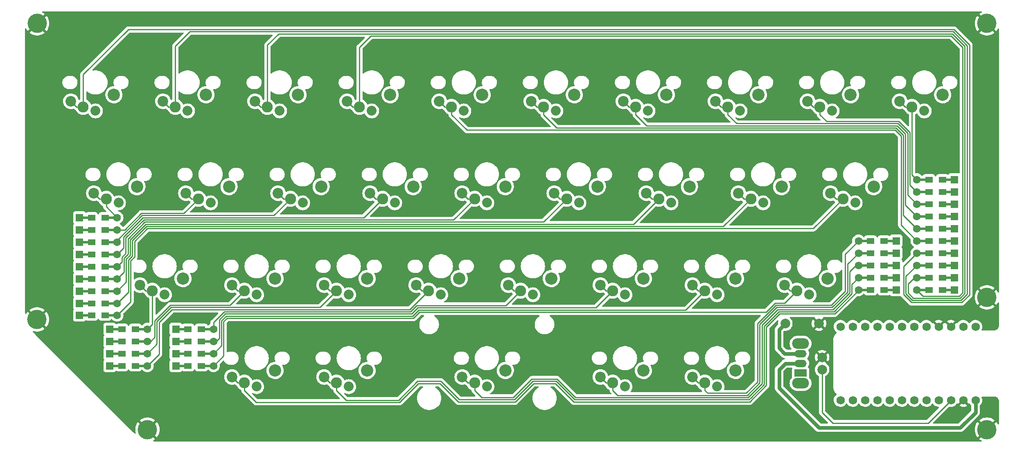
<source format=gbr>
G04 #@! TF.GenerationSoftware,KiCad,Pcbnew,(6.0.0-rc1-306-g01eebd0b9d)*
G04 #@! TF.CreationDate,2022-03-14T13:07:56+00:00*
G04 #@! TF.ProjectId,keyboard,6b657962-6f61-4726-942e-6b696361645f,rev?*
G04 #@! TF.SameCoordinates,Original*
G04 #@! TF.FileFunction,Copper,L2,Bot*
G04 #@! TF.FilePolarity,Positive*
%FSLAX46Y46*%
G04 Gerber Fmt 4.6, Leading zero omitted, Abs format (unit mm)*
G04 Created by KiCad (PCBNEW (6.0.0-rc1-306-g01eebd0b9d)) date 2022-03-14 13:07:56*
%MOMM*%
%LPD*%
G01*
G04 APERTURE LIST*
G04 #@! TA.AperFunction,ComponentPad*
%ADD10C,2.000000*%
G04 #@! TD*
G04 #@! TA.AperFunction,ComponentPad*
%ADD11C,2.032000*%
G04 #@! TD*
G04 #@! TA.AperFunction,ComponentPad*
%ADD12C,2.540000*%
G04 #@! TD*
G04 #@! TA.AperFunction,ComponentPad*
%ADD13C,2.286000*%
G04 #@! TD*
G04 #@! TA.AperFunction,ComponentPad*
%ADD14C,2.200000*%
G04 #@! TD*
G04 #@! TA.AperFunction,SMDPad,CuDef*
%ADD15R,1.600000X1.200000*%
G04 #@! TD*
G04 #@! TA.AperFunction,ComponentPad*
%ADD16R,1.600000X1.600000*%
G04 #@! TD*
G04 #@! TA.AperFunction,SMDPad,CuDef*
%ADD17R,2.900000X0.500000*%
G04 #@! TD*
G04 #@! TA.AperFunction,ComponentPad*
%ADD18C,1.600000*%
G04 #@! TD*
G04 #@! TA.AperFunction,ComponentPad*
%ADD19C,4.000000*%
G04 #@! TD*
G04 #@! TA.AperFunction,ComponentPad*
%ADD20C,1.752600*%
G04 #@! TD*
G04 #@! TA.AperFunction,ComponentPad*
%ADD21O,3.500000X2.200000*%
G04 #@! TD*
G04 #@! TA.AperFunction,ComponentPad*
%ADD22R,2.500000X1.500000*%
G04 #@! TD*
G04 #@! TA.AperFunction,ComponentPad*
%ADD23O,2.500000X1.500000*%
G04 #@! TD*
G04 #@! TA.AperFunction,ViaPad*
%ADD24C,0.800000*%
G04 #@! TD*
G04 #@! TA.AperFunction,Conductor*
%ADD25C,0.250000*%
G04 #@! TD*
G04 #@! TA.AperFunction,Conductor*
%ADD26C,0.750000*%
G04 #@! TD*
G04 APERTURE END LIST*
D10*
X194310000Y-107950000D03*
X194310000Y-110490000D03*
D11*
X86867500Y-75940000D03*
D12*
X90677500Y-72580000D03*
D13*
X84327500Y-75120000D03*
D14*
X81767500Y-73940000D03*
D15*
X207140000Y-91440000D03*
D16*
X209640000Y-91440000D03*
D17*
X208240000Y-91440000D03*
D15*
X204340000Y-91440000D03*
D17*
X203240000Y-91440000D03*
D18*
X201840000Y-91440000D03*
D12*
X71627500Y-72580000D03*
D11*
X67817500Y-75940000D03*
D14*
X62717500Y-73940000D03*
D13*
X65277500Y-75120000D03*
D12*
X66865000Y-53530000D03*
D11*
X63055000Y-56890000D03*
D13*
X60515000Y-56070000D03*
D14*
X57955000Y-54890000D03*
D12*
X81152500Y-110680000D03*
D11*
X77342500Y-114040000D03*
D14*
X72242500Y-112040000D03*
D13*
X74802500Y-113220000D03*
D16*
X221705000Y-76200000D03*
D17*
X220305000Y-76200000D03*
D15*
X219205000Y-76200000D03*
D18*
X213905000Y-76200000D03*
D15*
X216405000Y-76200000D03*
D17*
X215305000Y-76200000D03*
D19*
X228413132Y-122945067D03*
D12*
X200215000Y-53530000D03*
D11*
X196405000Y-56890000D03*
D14*
X191305000Y-54890000D03*
D13*
X193865000Y-56070000D03*
D19*
X228410000Y-95540000D03*
D12*
X176402500Y-91630000D03*
D11*
X172592500Y-94990000D03*
D13*
X170052500Y-94170000D03*
D14*
X167492500Y-92990000D03*
D12*
X176402500Y-110680000D03*
D11*
X172592500Y-114040000D03*
D13*
X170052500Y-113220000D03*
D14*
X167492500Y-112040000D03*
D17*
X42074000Y-91694000D03*
D15*
X43174000Y-91694000D03*
D16*
X40674000Y-91694000D03*
D18*
X48474000Y-91694000D03*
D15*
X45974000Y-91694000D03*
D17*
X47074000Y-91694000D03*
D11*
X134492500Y-94990000D03*
D12*
X138302500Y-91630000D03*
D13*
X131952500Y-94170000D03*
D14*
X129392500Y-92990000D03*
D11*
X48767500Y-75940000D03*
D12*
X52577500Y-72580000D03*
D14*
X43667500Y-73940000D03*
D13*
X46227500Y-75120000D03*
D11*
X153542500Y-94990000D03*
D12*
X157352500Y-91630000D03*
D14*
X148442500Y-92990000D03*
D13*
X151002500Y-94170000D03*
D11*
X215455000Y-56890000D03*
D12*
X219265000Y-53530000D03*
D13*
X212915000Y-56070000D03*
D14*
X210355000Y-54890000D03*
D12*
X181165000Y-53530000D03*
D11*
X177355000Y-56890000D03*
D13*
X174815000Y-56070000D03*
D14*
X172255000Y-54890000D03*
D15*
X43174000Y-94234000D03*
D17*
X42074000Y-94234000D03*
D16*
X40674000Y-94234000D03*
D15*
X45974000Y-94234000D03*
D17*
X47074000Y-94234000D03*
D18*
X48474000Y-94234000D03*
D12*
X128777500Y-72580000D03*
D11*
X124967500Y-75940000D03*
D13*
X122427500Y-75120000D03*
D14*
X119867500Y-73940000D03*
D11*
X77342500Y-94990000D03*
D12*
X81152500Y-91630000D03*
D13*
X74802500Y-94170000D03*
D14*
X72242500Y-92990000D03*
D16*
X60616000Y-107188000D03*
D15*
X63116000Y-107188000D03*
D17*
X62016000Y-107188000D03*
D18*
X68416000Y-107188000D03*
D17*
X67016000Y-107188000D03*
D15*
X65916000Y-107188000D03*
D11*
X120205000Y-56890000D03*
D12*
X124015000Y-53530000D03*
D13*
X117665000Y-56070000D03*
D14*
X115105000Y-54890000D03*
D19*
X31910000Y-100110000D03*
X54750000Y-122950000D03*
D16*
X40674000Y-78994000D03*
D15*
X43174000Y-78994000D03*
D17*
X42074000Y-78994000D03*
D15*
X45974000Y-78994000D03*
D18*
X48474000Y-78994000D03*
D17*
X47074000Y-78994000D03*
D15*
X219205000Y-73660000D03*
D17*
X220305000Y-73660000D03*
D16*
X221705000Y-73660000D03*
D17*
X215305000Y-73660000D03*
D15*
X216405000Y-73660000D03*
D18*
X213905000Y-73660000D03*
D17*
X42074000Y-96774000D03*
D15*
X43174000Y-96774000D03*
D16*
X40674000Y-96774000D03*
D18*
X48474000Y-96774000D03*
D15*
X45974000Y-96774000D03*
D17*
X47074000Y-96774000D03*
D15*
X49440000Y-107188000D03*
D17*
X48340000Y-107188000D03*
D16*
X46940000Y-107188000D03*
D15*
X52240000Y-107188000D03*
D17*
X53340000Y-107188000D03*
D18*
X54740000Y-107188000D03*
D16*
X221705000Y-86360000D03*
D17*
X220305000Y-86360000D03*
D15*
X219205000Y-86360000D03*
X216405000Y-86360000D03*
D18*
X213905000Y-86360000D03*
D17*
X215305000Y-86360000D03*
D20*
X226060000Y-101600000D03*
X223520000Y-101600000D03*
X220980000Y-101600000D03*
X218440000Y-101600000D03*
X215900000Y-101600000D03*
X213360000Y-101600000D03*
X210820000Y-101600000D03*
X208280000Y-101600000D03*
X205740000Y-101600000D03*
X203200000Y-101600000D03*
X200660000Y-101600000D03*
X198120000Y-101600000D03*
X198120000Y-116840000D03*
X200660000Y-116840000D03*
X203200000Y-116840000D03*
X205740000Y-116840000D03*
X208280000Y-116840000D03*
X210820000Y-116840000D03*
X213360000Y-116840000D03*
X215900000Y-116840000D03*
X218440000Y-116840000D03*
X220980000Y-116840000D03*
X223520000Y-116840000D03*
X226060000Y-116840000D03*
D12*
X166877500Y-72580000D03*
D11*
X163067500Y-75940000D03*
D13*
X160527500Y-75120000D03*
D14*
X157967500Y-73940000D03*
D15*
X207140000Y-88900000D03*
D17*
X208240000Y-88900000D03*
D16*
X209640000Y-88900000D03*
D17*
X203240000Y-88900000D03*
D18*
X201840000Y-88900000D03*
D15*
X204340000Y-88900000D03*
D16*
X46940000Y-102108000D03*
D15*
X49440000Y-102108000D03*
D17*
X48340000Y-102108000D03*
D18*
X54740000Y-102108000D03*
D15*
X52240000Y-102108000D03*
D17*
X53340000Y-102108000D03*
D12*
X62102500Y-91630000D03*
D11*
X58292500Y-94990000D03*
D13*
X55752500Y-94170000D03*
D14*
X53192500Y-92990000D03*
D15*
X49440000Y-109728000D03*
D16*
X46940000Y-109728000D03*
D17*
X48340000Y-109728000D03*
X53340000Y-109728000D03*
D15*
X52240000Y-109728000D03*
D18*
X54740000Y-109728000D03*
D11*
X144017500Y-75940000D03*
D12*
X147827500Y-72580000D03*
D13*
X141477500Y-75120000D03*
D14*
X138917500Y-73940000D03*
D11*
X124976300Y-114040000D03*
D12*
X128786300Y-110680000D03*
D13*
X122436300Y-113220000D03*
D14*
X119876300Y-112040000D03*
D12*
X100202500Y-91630000D03*
D11*
X96392500Y-94990000D03*
D14*
X91292500Y-92990000D03*
D13*
X93852500Y-94170000D03*
D17*
X220305000Y-81280000D03*
D16*
X221705000Y-81280000D03*
D15*
X219205000Y-81280000D03*
D17*
X215305000Y-81280000D03*
D15*
X216405000Y-81280000D03*
D18*
X213905000Y-81280000D03*
D17*
X220305000Y-71120000D03*
D16*
X221705000Y-71120000D03*
D15*
X219205000Y-71120000D03*
D17*
X215305000Y-71120000D03*
D18*
X213905000Y-71120000D03*
D15*
X216405000Y-71120000D03*
D12*
X119252500Y-91630000D03*
D11*
X115442500Y-94990000D03*
D13*
X112902500Y-94170000D03*
D14*
X110342500Y-92990000D03*
D19*
X228410000Y-38750000D03*
D11*
X44005000Y-56890000D03*
D12*
X47815000Y-53530000D03*
D13*
X41465000Y-56070000D03*
D14*
X38905000Y-54890000D03*
D10*
X186690000Y-100965000D03*
D11*
X182117500Y-75940000D03*
D12*
X185927500Y-72580000D03*
D13*
X179577500Y-75120000D03*
D14*
X177017500Y-73940000D03*
D16*
X40674000Y-86614000D03*
D17*
X42074000Y-86614000D03*
D15*
X43174000Y-86614000D03*
X45974000Y-86614000D03*
D17*
X47074000Y-86614000D03*
D18*
X48474000Y-86614000D03*
D17*
X62016000Y-104648000D03*
D16*
X60616000Y-104648000D03*
D15*
X63116000Y-104648000D03*
D17*
X67016000Y-104648000D03*
D18*
X68416000Y-104648000D03*
D15*
X65916000Y-104648000D03*
D21*
X189865000Y-105120000D03*
X189865000Y-113320000D03*
D22*
X189865000Y-111220000D03*
D23*
X189865000Y-109220000D03*
X189865000Y-107220000D03*
D16*
X40674000Y-81534000D03*
D15*
X43174000Y-81534000D03*
D17*
X42074000Y-81534000D03*
D15*
X45974000Y-81534000D03*
D18*
X48474000Y-81534000D03*
D17*
X47074000Y-81534000D03*
X220305000Y-88900000D03*
D15*
X219205000Y-88900000D03*
D16*
X221705000Y-88900000D03*
D17*
X215305000Y-88900000D03*
D18*
X213905000Y-88900000D03*
D15*
X216405000Y-88900000D03*
D12*
X143065000Y-53530000D03*
D11*
X139255000Y-56890000D03*
D14*
X134155000Y-54890000D03*
D13*
X136715000Y-56070000D03*
D15*
X207140000Y-83820000D03*
D16*
X209640000Y-83820000D03*
D17*
X208240000Y-83820000D03*
D18*
X201840000Y-83820000D03*
D17*
X203240000Y-83820000D03*
D15*
X204340000Y-83820000D03*
X43174000Y-84074000D03*
D16*
X40674000Y-84074000D03*
D17*
X42074000Y-84074000D03*
X47074000Y-84074000D03*
D15*
X45974000Y-84074000D03*
D18*
X48474000Y-84074000D03*
D12*
X204977500Y-72580000D03*
D11*
X201167500Y-75940000D03*
D14*
X196067500Y-73940000D03*
D13*
X198627500Y-75120000D03*
D10*
X193675000Y-100965000D03*
D16*
X60616000Y-102108000D03*
D17*
X62016000Y-102108000D03*
D15*
X63116000Y-102108000D03*
D17*
X67016000Y-102108000D03*
D18*
X68416000Y-102108000D03*
D15*
X65916000Y-102108000D03*
D17*
X220305000Y-93980000D03*
D16*
X221705000Y-93980000D03*
D15*
X219205000Y-93980000D03*
D18*
X213905000Y-93980000D03*
D17*
X215305000Y-93980000D03*
D15*
X216405000Y-93980000D03*
D11*
X105917500Y-75940000D03*
D12*
X109727500Y-72580000D03*
D13*
X103377500Y-75120000D03*
D14*
X100817500Y-73940000D03*
D12*
X162115000Y-53530000D03*
D11*
X158305000Y-56890000D03*
D13*
X155765000Y-56070000D03*
D14*
X153205000Y-54890000D03*
D12*
X195452500Y-91630000D03*
D11*
X191642500Y-94990000D03*
D13*
X189102500Y-94170000D03*
D14*
X186542500Y-92990000D03*
D19*
X31920000Y-38750000D03*
D16*
X40674000Y-89154000D03*
D17*
X42074000Y-89154000D03*
D15*
X43174000Y-89154000D03*
X45974000Y-89154000D03*
D17*
X47074000Y-89154000D03*
D18*
X48474000Y-89154000D03*
D15*
X207140000Y-86360000D03*
D16*
X209640000Y-86360000D03*
D17*
X208240000Y-86360000D03*
X203240000Y-86360000D03*
D15*
X204340000Y-86360000D03*
D18*
X201840000Y-86360000D03*
D17*
X220305000Y-78740000D03*
D15*
X219205000Y-78740000D03*
D16*
X221705000Y-78740000D03*
D15*
X216405000Y-78740000D03*
D18*
X213905000Y-78740000D03*
D17*
X215305000Y-78740000D03*
D16*
X46940000Y-104648000D03*
D15*
X49440000Y-104648000D03*
D17*
X48340000Y-104648000D03*
X53340000Y-104648000D03*
D18*
X54740000Y-104648000D03*
D15*
X52240000Y-104648000D03*
D12*
X100202500Y-110680000D03*
D11*
X96392500Y-114040000D03*
D13*
X93852500Y-113220000D03*
D14*
X91292500Y-112040000D03*
D17*
X208240000Y-93980000D03*
D16*
X209640000Y-93980000D03*
D15*
X207140000Y-93980000D03*
D17*
X203240000Y-93980000D03*
D15*
X204340000Y-93980000D03*
D18*
X201840000Y-93980000D03*
D11*
X153542500Y-114040000D03*
D12*
X157352500Y-110680000D03*
D13*
X151002500Y-113220000D03*
D14*
X148442500Y-112040000D03*
D17*
X62016000Y-109728000D03*
D15*
X63116000Y-109728000D03*
D16*
X60616000Y-109728000D03*
D17*
X67016000Y-109728000D03*
D15*
X65916000Y-109728000D03*
D18*
X68416000Y-109728000D03*
D12*
X104965000Y-53530000D03*
D11*
X101155000Y-56890000D03*
D13*
X98615000Y-56070000D03*
D14*
X96055000Y-54890000D03*
D16*
X40674749Y-99234346D03*
D17*
X42074749Y-99234346D03*
D15*
X43174749Y-99234346D03*
D18*
X48474749Y-99234346D03*
D15*
X45974749Y-99234346D03*
D17*
X47074749Y-99234346D03*
D12*
X85915000Y-53530000D03*
D11*
X82105000Y-56890000D03*
D14*
X77005000Y-54890000D03*
D13*
X79565000Y-56070000D03*
D17*
X220305000Y-83820000D03*
D16*
X221705000Y-83820000D03*
D15*
X219205000Y-83820000D03*
X216405000Y-83820000D03*
D18*
X213905000Y-83820000D03*
D17*
X215305000Y-83820000D03*
D16*
X221705000Y-91440000D03*
D15*
X219205000Y-91440000D03*
D17*
X220305000Y-91440000D03*
D15*
X216405000Y-91440000D03*
D18*
X213905000Y-91440000D03*
D17*
X215305000Y-91440000D03*
D24*
X167640000Y-104140000D03*
X109220000Y-104140000D03*
X65532000Y-99568000D03*
X86868000Y-104140000D03*
X178054000Y-103886000D03*
X205105000Y-80645000D03*
X141986000Y-104140000D03*
X205105000Y-96520000D03*
D25*
X53467001Y-78105000D02*
X62292500Y-78105000D01*
X62292500Y-78105000D02*
X65277500Y-75120000D01*
X50038000Y-81534000D02*
X53467001Y-78105000D01*
X48474000Y-81534000D02*
X50038000Y-81534000D01*
X57150000Y-107318000D02*
X54740000Y-109728000D01*
X57150000Y-100712436D02*
X57150000Y-107318000D01*
X59808396Y-98054040D02*
X57150000Y-100712436D01*
X109018460Y-98054040D02*
X59808396Y-98054040D01*
X112902500Y-94170000D02*
X109018460Y-98054040D01*
X59622198Y-97604520D02*
X56700480Y-100526238D01*
X56700480Y-100526238D02*
X56700480Y-105227520D01*
X90417980Y-97604520D02*
X59622198Y-97604520D01*
X93852500Y-94170000D02*
X90417980Y-97604520D01*
X56700480Y-105227520D02*
X54740000Y-107188000D01*
X56250960Y-103769040D02*
X55372000Y-104648000D01*
X56250960Y-100340040D02*
X56250960Y-103769040D01*
X59436000Y-97155000D02*
X56250960Y-100340040D01*
X55372000Y-104648000D02*
X54740000Y-104648000D01*
X74802500Y-94170000D02*
X71817500Y-97155000D01*
X71817500Y-97155000D02*
X59436000Y-97155000D01*
X109204657Y-98503560D02*
X70659722Y-98503560D01*
X68416000Y-100747282D02*
X68416000Y-102108000D01*
X110477018Y-97231200D02*
X109204657Y-98503560D01*
X131952500Y-94170000D02*
X128891300Y-97231200D01*
X128891300Y-97231200D02*
X110477018Y-97231200D01*
X70659722Y-98503560D02*
X68416000Y-100747282D01*
X70495040Y-107648960D02*
X68416000Y-109728000D01*
X111035611Y-98579760D02*
X109763250Y-99852120D01*
X182724522Y-98579760D02*
X111035611Y-98579760D01*
X109763250Y-99852120D02*
X71218316Y-99852120D01*
X71218316Y-99852120D02*
X70495040Y-100575396D01*
X184598802Y-96705480D02*
X182724522Y-98579760D01*
X70495040Y-100575396D02*
X70495040Y-107648960D01*
X186567020Y-96705480D02*
X184598802Y-96705480D01*
X189102500Y-94170000D02*
X186567020Y-96705480D01*
X70045520Y-105558480D02*
X68416000Y-107188000D01*
X70045520Y-100389198D02*
X70045520Y-105558480D01*
X71032118Y-99402600D02*
X70045520Y-100389198D01*
X109577053Y-99402600D02*
X71032118Y-99402600D01*
X110849413Y-98130240D02*
X109577053Y-99402600D01*
X166092260Y-98130240D02*
X110849413Y-98130240D01*
X170052500Y-94170000D02*
X166092260Y-98130240D01*
X70845920Y-98953080D02*
X69596000Y-100203000D01*
X109390854Y-98953080D02*
X70845920Y-98953080D01*
X110663216Y-97680720D02*
X109390854Y-98953080D01*
X69596000Y-104013000D02*
X68961000Y-104648000D01*
X147491780Y-97680720D02*
X110663216Y-97680720D01*
X68961000Y-104648000D02*
X68416000Y-104648000D01*
X151002500Y-94170000D02*
X147491780Y-97680720D01*
X69596000Y-100203000D02*
X69596000Y-104013000D01*
D26*
X185420000Y-110490000D02*
X186690000Y-109220000D01*
X185420000Y-114300000D02*
X185420000Y-110490000D01*
X186690000Y-109220000D02*
X189865000Y-109220000D01*
X193675000Y-122555000D02*
X185420000Y-114300000D01*
X226060000Y-119380000D02*
X222885000Y-122555000D01*
X222885000Y-122555000D02*
X193675000Y-122555000D01*
X226060000Y-116840000D02*
X226060000Y-119380000D01*
D25*
X194310000Y-119380000D02*
X194310000Y-110490000D01*
X216240000Y-121580000D02*
X196510000Y-121580000D01*
X220980000Y-116840000D02*
X216240000Y-121580000D01*
X196510000Y-121580000D02*
X194310000Y-119380000D01*
D26*
X185420000Y-106045000D02*
X186595000Y-107220000D01*
X185420000Y-102235000D02*
X185420000Y-106045000D01*
X186595000Y-107220000D02*
X189865000Y-107220000D01*
X186690000Y-100965000D02*
X185420000Y-102235000D01*
D25*
X41465000Y-49340000D02*
X50800000Y-40005000D01*
X41465000Y-56070000D02*
X41465000Y-49340000D01*
X224790000Y-95051173D02*
X223242613Y-96598560D01*
X38905000Y-54890000D02*
X40085000Y-56070000D01*
X50800000Y-40005000D02*
X221615000Y-40005000D01*
X211190960Y-89074040D02*
X213905000Y-86360000D01*
X224790000Y-43180000D02*
X224790000Y-95051173D01*
X211190960Y-94987394D02*
X211190960Y-89074040D01*
X212802124Y-96598560D02*
X211190960Y-94987394D01*
X221615000Y-40005000D02*
X224790000Y-43180000D01*
X223242613Y-96598560D02*
X212802124Y-96598560D01*
X40085000Y-56070000D02*
X41465000Y-56070000D01*
X223056416Y-96149040D02*
X212988322Y-96149040D01*
X60515000Y-56070000D02*
X60515000Y-43439520D01*
X57955000Y-54890000D02*
X59135000Y-56070000D01*
X221428802Y-40454520D02*
X224340480Y-43366198D01*
X59135000Y-56070000D02*
X60515000Y-56070000D01*
X224340480Y-43366198D02*
X224340480Y-94864976D01*
X63500000Y-40454520D02*
X221428802Y-40454520D01*
X60515000Y-43439520D02*
X63500000Y-40454520D01*
X224340480Y-94864976D02*
X223056416Y-96149040D01*
X211640480Y-94801197D02*
X211640480Y-91164520D01*
X212988322Y-96149040D02*
X211640480Y-94801197D01*
X211640480Y-91164520D02*
X213905000Y-88900000D01*
X213360000Y-91440000D02*
X213905000Y-91440000D01*
X81915000Y-40904040D02*
X221242604Y-40904040D01*
X212090000Y-94615000D02*
X212090000Y-92710000D01*
X223836782Y-43498218D02*
X223836782Y-94732957D01*
X79565000Y-43254040D02*
X81915000Y-40904040D01*
X77005000Y-54890000D02*
X78185000Y-56070000D01*
X223836782Y-94732957D02*
X222870219Y-95699520D01*
X78185000Y-56070000D02*
X79565000Y-56070000D01*
X79565000Y-56070000D02*
X79565000Y-43254040D01*
X222870219Y-95699520D02*
X213174520Y-95699520D01*
X212090000Y-92710000D02*
X213360000Y-91440000D01*
X221242604Y-40904040D02*
X223836782Y-43498218D01*
X213174520Y-95699520D02*
X212090000Y-94615000D01*
X100965000Y-41353560D02*
X221056406Y-41353560D01*
X222684022Y-95250000D02*
X215175000Y-95250000D01*
X221056406Y-41353560D02*
X223387262Y-43684416D01*
X98615000Y-43703560D02*
X100965000Y-41353560D01*
X223387262Y-94546760D02*
X222684022Y-95250000D01*
X96055000Y-54890000D02*
X97235000Y-56070000D01*
X215175000Y-95250000D02*
X213905000Y-93980000D01*
X98615000Y-56070000D02*
X98615000Y-43703560D01*
X97235000Y-56070000D02*
X98615000Y-56070000D01*
X223387262Y-43684416D02*
X223387262Y-94546760D01*
X210667400Y-62080272D02*
X210667400Y-80582400D01*
X117665000Y-57686446D02*
X120831634Y-60853080D01*
X117665000Y-56070000D02*
X117665000Y-57686446D01*
X120831634Y-60853080D02*
X209440208Y-60853080D01*
X116285000Y-56070000D02*
X117665000Y-56070000D01*
X115105000Y-54890000D02*
X116285000Y-56070000D01*
X210667400Y-80582400D02*
X213905000Y-83820000D01*
X209440208Y-60853080D02*
X210667400Y-62080272D01*
X135335000Y-56070000D02*
X136715000Y-56070000D01*
X134155000Y-54890000D02*
X135335000Y-56070000D01*
X211116920Y-78491920D02*
X213905000Y-81280000D01*
X136715000Y-56070000D02*
X136715000Y-57686446D01*
X209626406Y-60403560D02*
X211116920Y-61894074D01*
X139432114Y-60403560D02*
X209626406Y-60403560D01*
X211116920Y-61894074D02*
X211116920Y-78491920D01*
X136715000Y-57686446D02*
X139432114Y-60403560D01*
X211566440Y-76401440D02*
X213905000Y-78740000D01*
X153205000Y-54890000D02*
X154385000Y-56070000D01*
X155765000Y-56070000D02*
X155765000Y-57686446D01*
X211566440Y-61707876D02*
X211566440Y-76401440D01*
X209812604Y-59954040D02*
X211566440Y-61707876D01*
X158032594Y-59954040D02*
X209812604Y-59954040D01*
X154385000Y-56070000D02*
X155765000Y-56070000D01*
X155765000Y-57686446D02*
X158032594Y-59954040D01*
X172255000Y-54890000D02*
X173435000Y-56070000D01*
X173435000Y-56070000D02*
X174815000Y-56070000D01*
X174815000Y-56070000D02*
X174815000Y-57686446D01*
X209998802Y-59504520D02*
X212015960Y-61521678D01*
X212015960Y-74310960D02*
X213905000Y-76200000D01*
X174815000Y-57686446D02*
X176633074Y-59504520D01*
X212015960Y-61521678D02*
X212015960Y-74310960D01*
X176633074Y-59504520D02*
X209998802Y-59504520D01*
X191305000Y-54890000D02*
X192485000Y-56070000D01*
X193865000Y-57686446D02*
X195233554Y-59055000D01*
X210185000Y-59055000D02*
X212465480Y-61335480D01*
X212465480Y-61335480D02*
X212465480Y-72220480D01*
X212465480Y-72220480D02*
X213905000Y-73660000D01*
X195233554Y-59055000D02*
X210185000Y-59055000D01*
X193865000Y-56070000D02*
X193865000Y-57686446D01*
X192485000Y-56070000D02*
X193865000Y-56070000D01*
X212915000Y-70130000D02*
X213905000Y-71120000D01*
X210355000Y-54890000D02*
X211535000Y-56070000D01*
X211535000Y-56070000D02*
X212915000Y-56070000D01*
X212915000Y-56070000D02*
X212915000Y-70130000D01*
X44847500Y-75120000D02*
X46227500Y-75120000D01*
X46227500Y-75120000D02*
X46227500Y-76747500D01*
X43667500Y-73940000D02*
X44847500Y-75120000D01*
X46227500Y-76747500D02*
X48474000Y-78994000D01*
X62717500Y-73940000D02*
X63897500Y-75120000D01*
X63897500Y-75120000D02*
X65277500Y-75120000D01*
X53653198Y-78554520D02*
X48474000Y-83733718D01*
X80892980Y-78554520D02*
X53653198Y-78554520D01*
X48474000Y-83733718D02*
X48474000Y-84074000D01*
X81767500Y-73940000D02*
X82947500Y-75120000D01*
X82947500Y-75120000D02*
X84327500Y-75120000D01*
X84327500Y-75120000D02*
X80892980Y-78554520D01*
X103377500Y-75120000D02*
X99493460Y-79004040D01*
X100817500Y-73940000D02*
X101997500Y-75120000D01*
X99493460Y-79004040D02*
X53839396Y-79004040D01*
X49822400Y-85265600D02*
X48474000Y-86614000D01*
X53839396Y-79004040D02*
X49822400Y-83021037D01*
X101997500Y-75120000D02*
X103377500Y-75120000D01*
X49822400Y-83021037D02*
X49822400Y-85265600D01*
X54025594Y-79453560D02*
X50271920Y-83207234D01*
X122427500Y-75120000D02*
X118093940Y-79453560D01*
X49461480Y-87216821D02*
X49461480Y-88166520D01*
X118093940Y-79453560D02*
X54025594Y-79453560D01*
X49461480Y-88166520D02*
X48474000Y-89154000D01*
X50271920Y-83207234D02*
X50271920Y-86406380D01*
X121047500Y-75120000D02*
X122427500Y-75120000D01*
X119867500Y-73940000D02*
X121047500Y-75120000D01*
X50271920Y-86406380D02*
X49461480Y-87216821D01*
X141477500Y-75120000D02*
X136694420Y-79903080D01*
X138917500Y-73940000D02*
X140097500Y-75120000D01*
X50721440Y-83393435D02*
X50721440Y-86592578D01*
X50721440Y-86592578D02*
X49911000Y-87403018D01*
X140097500Y-75120000D02*
X141477500Y-75120000D01*
X49911000Y-87403018D02*
X49911000Y-90257000D01*
X136694420Y-79903080D02*
X54211792Y-79903080D01*
X49911000Y-90257000D02*
X48474000Y-91694000D01*
X54211792Y-79903080D02*
X50721440Y-83393435D01*
X155294900Y-80352600D02*
X54397990Y-80352600D01*
X50360520Y-92347480D02*
X48474000Y-94234000D01*
X54397990Y-80352600D02*
X51170960Y-83579632D01*
X51170960Y-83579632D02*
X51170960Y-86778776D01*
X157967500Y-73940000D02*
X159147500Y-75120000D01*
X50360520Y-87589216D02*
X50360520Y-92347480D01*
X160527500Y-75120000D02*
X155294900Y-80352600D01*
X159147500Y-75120000D02*
X160527500Y-75120000D01*
X51170960Y-86778776D02*
X50360520Y-87589216D01*
X173895380Y-80802120D02*
X54584188Y-80802120D01*
X178197500Y-75120000D02*
X179577500Y-75120000D01*
X51620480Y-83765829D02*
X51620480Y-86964974D01*
X179577500Y-75120000D02*
X173895380Y-80802120D01*
X177017500Y-73940000D02*
X178197500Y-75120000D01*
X50810040Y-94437960D02*
X48474000Y-96774000D01*
X51620480Y-86964974D02*
X50810040Y-87775414D01*
X50810040Y-87775414D02*
X50810040Y-94437960D01*
X54584188Y-80802120D02*
X51620480Y-83765829D01*
X192495860Y-81251640D02*
X54770386Y-81251640D01*
X54770386Y-81251640D02*
X52070000Y-83952026D01*
X197247500Y-75120000D02*
X198627500Y-75120000D01*
X51259560Y-96449535D02*
X48474749Y-99234346D01*
X52070000Y-83952026D02*
X52070000Y-87151172D01*
X196067500Y-73940000D02*
X197247500Y-75120000D01*
X51259560Y-87961612D02*
X51259560Y-96449535D01*
X198627500Y-75120000D02*
X192495860Y-81251640D01*
X52070000Y-87151172D02*
X51259560Y-87961612D01*
X54372500Y-94170000D02*
X55752500Y-94170000D01*
X55752500Y-94170000D02*
X55752500Y-101095500D01*
X53192500Y-92990000D02*
X54372500Y-94170000D01*
X55752500Y-101095500D02*
X54740000Y-102108000D01*
X72242500Y-92990000D02*
X73422500Y-94170000D01*
X73422500Y-94170000D02*
X74802500Y-94170000D01*
X92472500Y-94170000D02*
X93852500Y-94170000D01*
X91292500Y-92990000D02*
X92472500Y-94170000D01*
X111522500Y-94170000D02*
X112902500Y-94170000D01*
X110342500Y-92990000D02*
X111522500Y-94170000D01*
X130572500Y-94170000D02*
X131952500Y-94170000D01*
X129392500Y-92990000D02*
X130572500Y-94170000D01*
X148442500Y-92990000D02*
X149622500Y-94170000D01*
X149622500Y-94170000D02*
X151002500Y-94170000D01*
X167492500Y-92990000D02*
X168672500Y-94170000D01*
X168672500Y-94170000D02*
X170052500Y-94170000D01*
X187722500Y-94170000D02*
X189102500Y-94170000D01*
X186542500Y-92990000D02*
X187722500Y-94170000D01*
X145406609Y-117178591D02*
X179369280Y-117178590D01*
X182773080Y-113774788D02*
X182773080Y-101709792D01*
X130827009Y-117178591D02*
X134635360Y-113370240D01*
X110820200Y-113385600D02*
X115265200Y-113385600D01*
X182773080Y-101709792D02*
X185529792Y-98953080D01*
X185529792Y-98953080D02*
X196959788Y-98953080D01*
X179369280Y-117178590D02*
X182773080Y-113774788D01*
X72242500Y-112040000D02*
X73422500Y-113220000D01*
X142934191Y-117178591D02*
X145329471Y-117178591D01*
X74802500Y-113220000D02*
X74802500Y-114836446D01*
X77255574Y-117289520D02*
X106916280Y-117289520D01*
X139125840Y-113370240D02*
X142934191Y-117178591D01*
X73422500Y-113220000D02*
X74802500Y-113220000D01*
X119058191Y-117178591D02*
X130827009Y-117178591D01*
X106916280Y-117289520D02*
X110820200Y-113385600D01*
X74802500Y-114836446D02*
X77255574Y-117289520D01*
X134635360Y-113370240D02*
X139125840Y-113370240D01*
X115265200Y-113385600D02*
X119058191Y-117178591D01*
X201840000Y-94072868D02*
X201840000Y-93980000D01*
X196959788Y-98953080D02*
X201840000Y-94072868D01*
X93852500Y-114836446D02*
X95856054Y-116840000D01*
X182323560Y-101523594D02*
X185343594Y-98503560D01*
X130640811Y-116729071D02*
X134449163Y-112920720D01*
X106730082Y-116840000D02*
X110634002Y-112936080D01*
X110634002Y-112936080D02*
X115451398Y-112936080D01*
X179580151Y-116332000D02*
X182323560Y-113588591D01*
X185343594Y-98503560D02*
X196773593Y-98503560D01*
X93852500Y-113220000D02*
X93852500Y-114836446D01*
X196773593Y-98503560D02*
X200474520Y-94802632D01*
X200474520Y-94802632D02*
X200474520Y-92805480D01*
X182323560Y-113588591D02*
X182323560Y-101523594D01*
X115451398Y-112936080D02*
X119244389Y-116729071D01*
X95856054Y-116840000D02*
X106730082Y-116840000D01*
X92472500Y-113220000D02*
X93852500Y-113220000D01*
X119244389Y-116729071D02*
X130640811Y-116729071D01*
X91292500Y-112040000D02*
X92472500Y-113220000D01*
X146922929Y-116729071D02*
X179183082Y-116729071D01*
X179183082Y-116729071D02*
X179580151Y-116332000D01*
X200474520Y-92805480D02*
X201840000Y-91440000D01*
X143120389Y-116729071D02*
X147056671Y-116729071D01*
X139312038Y-112920720D02*
X143120389Y-116729071D01*
X134449163Y-112920720D02*
X139312038Y-112920720D01*
X181874040Y-101337396D02*
X185157396Y-98054040D01*
X130454613Y-116279551D02*
X134262966Y-112471200D01*
X121047500Y-113220000D02*
X122427500Y-113220000D01*
X134262966Y-112471200D02*
X139498236Y-112471200D01*
X139498236Y-112471200D02*
X143306587Y-116279551D01*
X201295000Y-88900000D02*
X201840000Y-88900000D01*
X181874040Y-113402394D02*
X181874040Y-101337396D01*
X143306587Y-116279551D02*
X178996884Y-116279551D01*
X178996884Y-116279551D02*
X181874040Y-113402394D01*
X200025000Y-94616435D02*
X200025000Y-90170000D01*
X196587395Y-98054040D02*
X200025000Y-94616435D01*
X123870605Y-116279551D02*
X130454613Y-116279551D01*
X122427500Y-114836446D02*
X123870605Y-116279551D01*
X185157396Y-98054040D02*
X196587395Y-98054040D01*
X122427500Y-113220000D02*
X122427500Y-114836446D01*
X200025000Y-90170000D02*
X201295000Y-88900000D01*
X119867500Y-112040000D02*
X121047500Y-113220000D01*
X151996085Y-115830031D02*
X178810687Y-115830031D01*
X199575480Y-88624520D02*
X201840000Y-86360000D01*
X181424520Y-113216197D02*
X181424520Y-101151198D01*
X151002500Y-113220000D02*
X151002500Y-114836446D01*
X178810687Y-115830031D02*
X181424520Y-113216197D01*
X184971198Y-97604520D02*
X196401197Y-97604520D01*
X199575480Y-94430237D02*
X199575480Y-88624520D01*
X196401197Y-97604520D02*
X199575480Y-94430237D01*
X149622500Y-113220000D02*
X151002500Y-113220000D01*
X181424520Y-101151198D02*
X184971198Y-97604520D01*
X151002500Y-114836446D02*
X151996085Y-115830031D01*
X148442500Y-112040000D02*
X149622500Y-113220000D01*
X196215000Y-97155000D02*
X199125960Y-94244040D01*
X170052500Y-114836446D02*
X170596565Y-115380511D01*
X199125960Y-94244040D02*
X199125960Y-86534040D01*
X199125960Y-86534040D02*
X201840000Y-83820000D01*
X170596565Y-115380511D02*
X178624489Y-115380511D01*
X180975000Y-113030000D02*
X180975000Y-100965000D01*
X168672500Y-113220000D02*
X170052500Y-113220000D01*
X178624489Y-115380511D02*
X180975000Y-113030000D01*
X184785000Y-97155000D02*
X196215000Y-97155000D01*
X180975000Y-100965000D02*
X184785000Y-97155000D01*
X167492500Y-112040000D02*
X168672500Y-113220000D01*
X170052500Y-113220000D02*
X170052500Y-114836446D01*
G04 #@! TA.AperFunction,Conductor*
G36*
X227324476Y-36272426D02*
G01*
X227370969Y-36326082D01*
X227381073Y-36396356D01*
X227351579Y-36460936D01*
X227317056Y-36488839D01*
X227066961Y-36626330D01*
X227060281Y-36630570D01*
X226837177Y-36792664D01*
X226828754Y-36803587D01*
X226835658Y-36816448D01*
X228452169Y-38432959D01*
X228486195Y-38495271D01*
X228489073Y-38521694D01*
X228490000Y-38850000D01*
X228821795Y-38853465D01*
X228889702Y-38874177D01*
X228909573Y-38890363D01*
X230341145Y-40321935D01*
X230354407Y-40329177D01*
X230364512Y-40321988D01*
X230440505Y-40230129D01*
X230445149Y-40223736D01*
X230609999Y-39963974D01*
X230613811Y-39957041D01*
X230661983Y-39854669D01*
X230709086Y-39801548D01*
X230777430Y-39782325D01*
X230845318Y-39803104D01*
X230891195Y-39857287D01*
X230901991Y-39908317D01*
X230901991Y-94381683D01*
X230881989Y-94449804D01*
X230828333Y-94496297D01*
X230758059Y-94506401D01*
X230693479Y-94476907D01*
X230661983Y-94435331D01*
X230613811Y-94332959D01*
X230609999Y-94326026D01*
X230445149Y-94066264D01*
X230440505Y-94059871D01*
X230365503Y-93969210D01*
X230352986Y-93960755D01*
X230342248Y-93966962D01*
X228782022Y-95527188D01*
X228774408Y-95541132D01*
X228774539Y-95542965D01*
X228778790Y-95549580D01*
X230341145Y-97111935D01*
X230354407Y-97119177D01*
X230364512Y-97111988D01*
X230440505Y-97020129D01*
X230445149Y-97013736D01*
X230609999Y-96753974D01*
X230613811Y-96747041D01*
X230661983Y-96644669D01*
X230709086Y-96591548D01*
X230777430Y-96572325D01*
X230845318Y-96593104D01*
X230891195Y-96647287D01*
X230901991Y-96698317D01*
X230901991Y-101344040D01*
X230900491Y-101363424D01*
X230896805Y-101387098D01*
X230898459Y-101399743D01*
X230899043Y-101427060D01*
X230887881Y-101554646D01*
X230884068Y-101576272D01*
X230862716Y-101655958D01*
X230845019Y-101722004D01*
X230837507Y-101742643D01*
X230773746Y-101879378D01*
X230762764Y-101898398D01*
X230676227Y-102021986D01*
X230662109Y-102038811D01*
X230555434Y-102145486D01*
X230538609Y-102159604D01*
X230415021Y-102246141D01*
X230396001Y-102257123D01*
X230259266Y-102320884D01*
X230238626Y-102328396D01*
X230092895Y-102367445D01*
X230071272Y-102371257D01*
X230027382Y-102375097D01*
X229950572Y-102381817D01*
X229934112Y-102381264D01*
X229934107Y-102381673D01*
X229925133Y-102381563D01*
X229916261Y-102380182D01*
X229907359Y-102381346D01*
X229907356Y-102381346D01*
X229884740Y-102384304D01*
X229868402Y-102385368D01*
X227419447Y-102385368D01*
X227351326Y-102365366D01*
X227304833Y-102311710D01*
X227294729Y-102241436D01*
X227306490Y-102203541D01*
X227309669Y-102197110D01*
X227351967Y-102111526D01*
X227418164Y-101893646D01*
X227419966Y-101879957D01*
X227447450Y-101671201D01*
X227447451Y-101671194D01*
X227447887Y-101667879D01*
X227449546Y-101600000D01*
X227438025Y-101459866D01*
X227431311Y-101378202D01*
X227431310Y-101378196D01*
X227430887Y-101373051D01*
X227396327Y-101235461D01*
X227376672Y-101157208D01*
X227376671Y-101157204D01*
X227375413Y-101152197D01*
X227372170Y-101144739D01*
X227286672Y-100948106D01*
X227286670Y-100948103D01*
X227284612Y-100943369D01*
X227195909Y-100806255D01*
X227163731Y-100756515D01*
X227163729Y-100756512D01*
X227160923Y-100752175D01*
X227007668Y-100583750D01*
X226828963Y-100442618D01*
X226629607Y-100332567D01*
X226504424Y-100288237D01*
X226419829Y-100258280D01*
X226419825Y-100258279D01*
X226414954Y-100256554D01*
X226409861Y-100255647D01*
X226409858Y-100255646D01*
X226195857Y-100217527D01*
X226195851Y-100217526D01*
X226190768Y-100216621D01*
X226103698Y-100215557D01*
X225968239Y-100213902D01*
X225968237Y-100213902D01*
X225963070Y-100213839D01*
X225737976Y-100248283D01*
X225521529Y-100319029D01*
X225499672Y-100330407D01*
X225325657Y-100420994D01*
X225319544Y-100424176D01*
X225315411Y-100427279D01*
X225315408Y-100427281D01*
X225147806Y-100553120D01*
X225137444Y-100560900D01*
X225097112Y-100603105D01*
X225016457Y-100687506D01*
X224980120Y-100725530D01*
X224925053Y-100806255D01*
X224893784Y-100852094D01*
X224838873Y-100897096D01*
X224768348Y-100905267D01*
X224704601Y-100874013D01*
X224683904Y-100849529D01*
X224679127Y-100842144D01*
X224655909Y-100806255D01*
X224623731Y-100756515D01*
X224623729Y-100756512D01*
X224620923Y-100752175D01*
X224467668Y-100583750D01*
X224288963Y-100442618D01*
X224089607Y-100332567D01*
X223964424Y-100288237D01*
X223879829Y-100258280D01*
X223879825Y-100258279D01*
X223874954Y-100256554D01*
X223869861Y-100255647D01*
X223869858Y-100255646D01*
X223655857Y-100217527D01*
X223655851Y-100217526D01*
X223650768Y-100216621D01*
X223563698Y-100215557D01*
X223428239Y-100213902D01*
X223428237Y-100213902D01*
X223423070Y-100213839D01*
X223197976Y-100248283D01*
X222981529Y-100319029D01*
X222959672Y-100330407D01*
X222785657Y-100420994D01*
X222779544Y-100424176D01*
X222775411Y-100427279D01*
X222775408Y-100427281D01*
X222607806Y-100553120D01*
X222597444Y-100560900D01*
X222557112Y-100603105D01*
X222476457Y-100687506D01*
X222440120Y-100725530D01*
X222353477Y-100852545D01*
X222298568Y-100897545D01*
X222228044Y-100905716D01*
X222164296Y-100874462D01*
X222143599Y-100849978D01*
X222132083Y-100832178D01*
X222121398Y-100822975D01*
X222111831Y-100827379D01*
X221069095Y-101870115D01*
X221006783Y-101904141D01*
X220935968Y-101899076D01*
X220890905Y-101870115D01*
X219850922Y-100830132D01*
X219839386Y-100823832D01*
X219827102Y-100833456D01*
X219813774Y-100852995D01*
X219758863Y-100897999D01*
X219688338Y-100906171D01*
X219624591Y-100874917D01*
X219603894Y-100850433D01*
X219592085Y-100832179D01*
X219581398Y-100822975D01*
X219571831Y-100827379D01*
X218529095Y-101870115D01*
X218466783Y-101904141D01*
X218395968Y-101899076D01*
X218350905Y-101870115D01*
X217310922Y-100830132D01*
X217299386Y-100823832D01*
X217287101Y-100833457D01*
X217274078Y-100852548D01*
X217219167Y-100897551D01*
X217148642Y-100905722D01*
X217084895Y-100874468D01*
X217064200Y-100849987D01*
X217000923Y-100752175D01*
X216847668Y-100583750D01*
X216687984Y-100457640D01*
X217662436Y-100457640D01*
X217669180Y-100469970D01*
X218427188Y-101227978D01*
X218441132Y-101235592D01*
X218442965Y-101235461D01*
X218449580Y-101231210D01*
X219212115Y-100468675D01*
X219218142Y-100457640D01*
X220202436Y-100457640D01*
X220209180Y-100469970D01*
X220967188Y-101227978D01*
X220981132Y-101235592D01*
X220982965Y-101235461D01*
X220989580Y-101231210D01*
X221752115Y-100468675D01*
X221759136Y-100455819D01*
X221751607Y-100445486D01*
X221744156Y-100440536D01*
X221553932Y-100335526D01*
X221544523Y-100331298D01*
X221339697Y-100258765D01*
X221329734Y-100256133D01*
X221115810Y-100218027D01*
X221105557Y-100217058D01*
X220888274Y-100214403D01*
X220877991Y-100215123D01*
X220663205Y-100247990D01*
X220653177Y-100250379D01*
X220446638Y-100317886D01*
X220437141Y-100321878D01*
X220244400Y-100422211D01*
X220235672Y-100427708D01*
X220210889Y-100446315D01*
X220202436Y-100457640D01*
X219218142Y-100457640D01*
X219219136Y-100455819D01*
X219211607Y-100445486D01*
X219204156Y-100440536D01*
X219013932Y-100335526D01*
X219004523Y-100331298D01*
X218799697Y-100258765D01*
X218789734Y-100256133D01*
X218575810Y-100218027D01*
X218565557Y-100217058D01*
X218348274Y-100214403D01*
X218337991Y-100215123D01*
X218123205Y-100247990D01*
X218113177Y-100250379D01*
X217906638Y-100317886D01*
X217897141Y-100321878D01*
X217704400Y-100422211D01*
X217695672Y-100427708D01*
X217670889Y-100446315D01*
X217662436Y-100457640D01*
X216687984Y-100457640D01*
X216668963Y-100442618D01*
X216469607Y-100332567D01*
X216344424Y-100288237D01*
X216259829Y-100258280D01*
X216259825Y-100258279D01*
X216254954Y-100256554D01*
X216249861Y-100255647D01*
X216249858Y-100255646D01*
X216035857Y-100217527D01*
X216035851Y-100217526D01*
X216030768Y-100216621D01*
X215943698Y-100215557D01*
X215808239Y-100213902D01*
X215808237Y-100213902D01*
X215803070Y-100213839D01*
X215577976Y-100248283D01*
X215361529Y-100319029D01*
X215339672Y-100330407D01*
X215165657Y-100420994D01*
X215159544Y-100424176D01*
X215155411Y-100427279D01*
X215155408Y-100427281D01*
X214987806Y-100553120D01*
X214977444Y-100560900D01*
X214937112Y-100603105D01*
X214856457Y-100687506D01*
X214820120Y-100725530D01*
X214765053Y-100806255D01*
X214733784Y-100852094D01*
X214678873Y-100897096D01*
X214608348Y-100905267D01*
X214544601Y-100874013D01*
X214523904Y-100849529D01*
X214519127Y-100842144D01*
X214495909Y-100806255D01*
X214463731Y-100756515D01*
X214463729Y-100756512D01*
X214460923Y-100752175D01*
X214307668Y-100583750D01*
X214128963Y-100442618D01*
X213929607Y-100332567D01*
X213804424Y-100288237D01*
X213719829Y-100258280D01*
X213719825Y-100258279D01*
X213714954Y-100256554D01*
X213709861Y-100255647D01*
X213709858Y-100255646D01*
X213495857Y-100217527D01*
X213495851Y-100217526D01*
X213490768Y-100216621D01*
X213403698Y-100215557D01*
X213268239Y-100213902D01*
X213268237Y-100213902D01*
X213263070Y-100213839D01*
X213037976Y-100248283D01*
X212821529Y-100319029D01*
X212799672Y-100330407D01*
X212625657Y-100420994D01*
X212619544Y-100424176D01*
X212615411Y-100427279D01*
X212615408Y-100427281D01*
X212447806Y-100553120D01*
X212437444Y-100560900D01*
X212397112Y-100603105D01*
X212316457Y-100687506D01*
X212280120Y-100725530D01*
X212225053Y-100806255D01*
X212193784Y-100852094D01*
X212138873Y-100897096D01*
X212068348Y-100905267D01*
X212004601Y-100874013D01*
X211983904Y-100849529D01*
X211979127Y-100842144D01*
X211955909Y-100806255D01*
X211923731Y-100756515D01*
X211923729Y-100756512D01*
X211920923Y-100752175D01*
X211767668Y-100583750D01*
X211588963Y-100442618D01*
X211389607Y-100332567D01*
X211264424Y-100288237D01*
X211179829Y-100258280D01*
X211179825Y-100258279D01*
X211174954Y-100256554D01*
X211169861Y-100255647D01*
X211169858Y-100255646D01*
X210955857Y-100217527D01*
X210955851Y-100217526D01*
X210950768Y-100216621D01*
X210863698Y-100215557D01*
X210728239Y-100213902D01*
X210728237Y-100213902D01*
X210723070Y-100213839D01*
X210497976Y-100248283D01*
X210281529Y-100319029D01*
X210259672Y-100330407D01*
X210085657Y-100420994D01*
X210079544Y-100424176D01*
X210075411Y-100427279D01*
X210075408Y-100427281D01*
X209907806Y-100553120D01*
X209897444Y-100560900D01*
X209857112Y-100603105D01*
X209776457Y-100687506D01*
X209740120Y-100725530D01*
X209685053Y-100806255D01*
X209653784Y-100852094D01*
X209598873Y-100897096D01*
X209528348Y-100905267D01*
X209464601Y-100874013D01*
X209443904Y-100849529D01*
X209439127Y-100842144D01*
X209415909Y-100806255D01*
X209383731Y-100756515D01*
X209383729Y-100756512D01*
X209380923Y-100752175D01*
X209227668Y-100583750D01*
X209048963Y-100442618D01*
X208849607Y-100332567D01*
X208724424Y-100288237D01*
X208639829Y-100258280D01*
X208639825Y-100258279D01*
X208634954Y-100256554D01*
X208629861Y-100255647D01*
X208629858Y-100255646D01*
X208415857Y-100217527D01*
X208415851Y-100217526D01*
X208410768Y-100216621D01*
X208323698Y-100215557D01*
X208188239Y-100213902D01*
X208188237Y-100213902D01*
X208183070Y-100213839D01*
X207957976Y-100248283D01*
X207741529Y-100319029D01*
X207719672Y-100330407D01*
X207545657Y-100420994D01*
X207539544Y-100424176D01*
X207535411Y-100427279D01*
X207535408Y-100427281D01*
X207367806Y-100553120D01*
X207357444Y-100560900D01*
X207317112Y-100603105D01*
X207236457Y-100687506D01*
X207200120Y-100725530D01*
X207145053Y-100806255D01*
X207113784Y-100852094D01*
X207058873Y-100897096D01*
X206988348Y-100905267D01*
X206924601Y-100874013D01*
X206903904Y-100849529D01*
X206899127Y-100842144D01*
X206875909Y-100806255D01*
X206843731Y-100756515D01*
X206843729Y-100756512D01*
X206840923Y-100752175D01*
X206687668Y-100583750D01*
X206508963Y-100442618D01*
X206309607Y-100332567D01*
X206184424Y-100288237D01*
X206099829Y-100258280D01*
X206099825Y-100258279D01*
X206094954Y-100256554D01*
X206089861Y-100255647D01*
X206089858Y-100255646D01*
X205875857Y-100217527D01*
X205875851Y-100217526D01*
X205870768Y-100216621D01*
X205783698Y-100215557D01*
X205648239Y-100213902D01*
X205648237Y-100213902D01*
X205643070Y-100213839D01*
X205417976Y-100248283D01*
X205201529Y-100319029D01*
X205179672Y-100330407D01*
X205005657Y-100420994D01*
X204999544Y-100424176D01*
X204995411Y-100427279D01*
X204995408Y-100427281D01*
X204827806Y-100553120D01*
X204817444Y-100560900D01*
X204777112Y-100603105D01*
X204696457Y-100687506D01*
X204660120Y-100725530D01*
X204605053Y-100806255D01*
X204573784Y-100852094D01*
X204518873Y-100897096D01*
X204448348Y-100905267D01*
X204384601Y-100874013D01*
X204363904Y-100849529D01*
X204359127Y-100842144D01*
X204335909Y-100806255D01*
X204303731Y-100756515D01*
X204303729Y-100756512D01*
X204300923Y-100752175D01*
X204147668Y-100583750D01*
X203968963Y-100442618D01*
X203769607Y-100332567D01*
X203644424Y-100288237D01*
X203559829Y-100258280D01*
X203559825Y-100258279D01*
X203554954Y-100256554D01*
X203549861Y-100255647D01*
X203549858Y-100255646D01*
X203335857Y-100217527D01*
X203335851Y-100217526D01*
X203330768Y-100216621D01*
X203243698Y-100215557D01*
X203108239Y-100213902D01*
X203108237Y-100213902D01*
X203103070Y-100213839D01*
X202877976Y-100248283D01*
X202661529Y-100319029D01*
X202639672Y-100330407D01*
X202465657Y-100420994D01*
X202459544Y-100424176D01*
X202455411Y-100427279D01*
X202455408Y-100427281D01*
X202287806Y-100553120D01*
X202277444Y-100560900D01*
X202237112Y-100603105D01*
X202156457Y-100687506D01*
X202120120Y-100725530D01*
X202065053Y-100806255D01*
X202033784Y-100852094D01*
X201978873Y-100897096D01*
X201908348Y-100905267D01*
X201844601Y-100874013D01*
X201823904Y-100849529D01*
X201819127Y-100842144D01*
X201795909Y-100806255D01*
X201763731Y-100756515D01*
X201763729Y-100756512D01*
X201760923Y-100752175D01*
X201607668Y-100583750D01*
X201428963Y-100442618D01*
X201229607Y-100332567D01*
X201104424Y-100288237D01*
X201019829Y-100258280D01*
X201019825Y-100258279D01*
X201014954Y-100256554D01*
X201009861Y-100255647D01*
X201009858Y-100255646D01*
X200795857Y-100217527D01*
X200795851Y-100217526D01*
X200790768Y-100216621D01*
X200703698Y-100215557D01*
X200568239Y-100213902D01*
X200568237Y-100213902D01*
X200563070Y-100213839D01*
X200337976Y-100248283D01*
X200121529Y-100319029D01*
X200099672Y-100330407D01*
X199925657Y-100420994D01*
X199919544Y-100424176D01*
X199915411Y-100427279D01*
X199915408Y-100427281D01*
X199747806Y-100553120D01*
X199737444Y-100560900D01*
X199697112Y-100603105D01*
X199616457Y-100687506D01*
X199580120Y-100725530D01*
X199525053Y-100806255D01*
X199493784Y-100852094D01*
X199438873Y-100897096D01*
X199368348Y-100905267D01*
X199304601Y-100874013D01*
X199283904Y-100849529D01*
X199279127Y-100842144D01*
X199255909Y-100806255D01*
X199223731Y-100756515D01*
X199223729Y-100756512D01*
X199220923Y-100752175D01*
X199067668Y-100583750D01*
X198888963Y-100442618D01*
X198689607Y-100332567D01*
X198564424Y-100288237D01*
X198479829Y-100258280D01*
X198479825Y-100258279D01*
X198474954Y-100256554D01*
X198469861Y-100255647D01*
X198469858Y-100255646D01*
X198255857Y-100217527D01*
X198255851Y-100217526D01*
X198250768Y-100216621D01*
X198163698Y-100215557D01*
X198028239Y-100213902D01*
X198028237Y-100213902D01*
X198023070Y-100213839D01*
X197797976Y-100248283D01*
X197581529Y-100319029D01*
X197559672Y-100330407D01*
X197385657Y-100420994D01*
X197379544Y-100424176D01*
X197375411Y-100427279D01*
X197375408Y-100427281D01*
X197207806Y-100553120D01*
X197197444Y-100560900D01*
X197157112Y-100603105D01*
X197076457Y-100687506D01*
X197040120Y-100725530D01*
X197037211Y-100729795D01*
X197037205Y-100729803D01*
X196988710Y-100800895D01*
X196911797Y-100913645D01*
X196815921Y-101120192D01*
X196814539Y-101125174D01*
X196814539Y-101125175D01*
X196795122Y-101195191D01*
X196755067Y-101339625D01*
X196730869Y-101566050D01*
X196731166Y-101571202D01*
X196731166Y-101571206D01*
X196734221Y-101624184D01*
X196743977Y-101793387D01*
X196745112Y-101798424D01*
X196745113Y-101798430D01*
X196790325Y-101999050D01*
X196794039Y-102015531D01*
X196795983Y-102020317D01*
X196795984Y-102020322D01*
X196872017Y-102207568D01*
X196879711Y-102226515D01*
X196933743Y-102314687D01*
X196987086Y-102401734D01*
X196998692Y-102420674D01*
X197147786Y-102592793D01*
X197290630Y-102711384D01*
X197330265Y-102770286D01*
X197331763Y-102841267D01*
X197293223Y-102903059D01*
X197219476Y-102967734D01*
X197219468Y-102967742D01*
X197216379Y-102970451D01*
X197213670Y-102973540D01*
X197045542Y-103165252D01*
X197045538Y-103165258D01*
X197042824Y-103168352D01*
X196951947Y-103304360D01*
X196902743Y-103378000D01*
X196896586Y-103387214D01*
X196894760Y-103390917D01*
X196781991Y-103619587D01*
X196781988Y-103619595D01*
X196780165Y-103623291D01*
X196778836Y-103627206D01*
X196716887Y-103809703D01*
X196695555Y-103872544D01*
X196694752Y-103876583D01*
X196694750Y-103876589D01*
X196656669Y-104068039D01*
X196644203Y-104130709D01*
X196643934Y-104134820D01*
X196643933Y-104134824D01*
X196629237Y-104359039D01*
X196627761Y-104371700D01*
X196626225Y-104380829D01*
X196626072Y-104393368D01*
X196626762Y-104398183D01*
X196630023Y-104420956D01*
X196631296Y-104438819D01*
X196631296Y-114025247D01*
X196629550Y-114046151D01*
X196626225Y-114065915D01*
X196626072Y-114078454D01*
X196626970Y-114084724D01*
X196627074Y-114085450D01*
X196628076Y-114095071D01*
X196643242Y-114326445D01*
X196644203Y-114341113D01*
X196645007Y-114345153D01*
X196645007Y-114345156D01*
X196690321Y-114572964D01*
X196695555Y-114599278D01*
X196696880Y-114603182D01*
X196696881Y-114603185D01*
X196756208Y-114777957D01*
X196780165Y-114848531D01*
X196781988Y-114852227D01*
X196781991Y-114852235D01*
X196852516Y-114995243D01*
X196896586Y-115084608D01*
X196898880Y-115088041D01*
X196898881Y-115088043D01*
X196923731Y-115125233D01*
X197042824Y-115303470D01*
X197045538Y-115306564D01*
X197045542Y-115306570D01*
X197187459Y-115468394D01*
X197216379Y-115501371D01*
X197219468Y-115504080D01*
X197219475Y-115504087D01*
X197274982Y-115552765D01*
X197313010Y-115612718D01*
X197312588Y-115683714D01*
X197273850Y-115743210D01*
X197267558Y-115748257D01*
X197236671Y-115771448D01*
X197197444Y-115800900D01*
X197040120Y-115965530D01*
X196911797Y-116153645D01*
X196815921Y-116360192D01*
X196814539Y-116365174D01*
X196814539Y-116365175D01*
X196807045Y-116392197D01*
X196755067Y-116579625D01*
X196730869Y-116806050D01*
X196731166Y-116811202D01*
X196731166Y-116811206D01*
X196735983Y-116894740D01*
X196743977Y-117033387D01*
X196745112Y-117038424D01*
X196745113Y-117038430D01*
X196784234Y-117212022D01*
X196794039Y-117255531D01*
X196795983Y-117260317D01*
X196795984Y-117260322D01*
X196877767Y-117461728D01*
X196879711Y-117466515D01*
X196958001Y-117594272D01*
X196995990Y-117656264D01*
X196998692Y-117660674D01*
X197147786Y-117832793D01*
X197322989Y-117978249D01*
X197327441Y-117980851D01*
X197327446Y-117980854D01*
X197421540Y-118035838D01*
X197519597Y-118093138D01*
X197732329Y-118174372D01*
X197737395Y-118175403D01*
X197737396Y-118175403D01*
X197789630Y-118186030D01*
X197955472Y-118219771D01*
X198080256Y-118224347D01*
X198177870Y-118227927D01*
X198177875Y-118227927D01*
X198183034Y-118228116D01*
X198188154Y-118227460D01*
X198188156Y-118227460D01*
X198295894Y-118213658D01*
X198408903Y-118199181D01*
X198413852Y-118197696D01*
X198413858Y-118197695D01*
X198540204Y-118159789D01*
X198627013Y-118133745D01*
X198831507Y-118033564D01*
X198835711Y-118030566D01*
X198835715Y-118030563D01*
X198924832Y-117966996D01*
X199016893Y-117901330D01*
X199178193Y-117740592D01*
X199201136Y-117708664D01*
X199288528Y-117587044D01*
X199344523Y-117543396D01*
X199415226Y-117536950D01*
X199478191Y-117569753D01*
X199498283Y-117594735D01*
X199535989Y-117656264D01*
X199535992Y-117656269D01*
X199538692Y-117660674D01*
X199687786Y-117832793D01*
X199862989Y-117978249D01*
X199867441Y-117980851D01*
X199867446Y-117980854D01*
X199961540Y-118035838D01*
X200059597Y-118093138D01*
X200272329Y-118174372D01*
X200277395Y-118175403D01*
X200277396Y-118175403D01*
X200329630Y-118186030D01*
X200495472Y-118219771D01*
X200620256Y-118224347D01*
X200717870Y-118227927D01*
X200717875Y-118227927D01*
X200723034Y-118228116D01*
X200728154Y-118227460D01*
X200728156Y-118227460D01*
X200835894Y-118213658D01*
X200948903Y-118199181D01*
X200953852Y-118197696D01*
X200953858Y-118197695D01*
X201080204Y-118159789D01*
X201167013Y-118133745D01*
X201371507Y-118033564D01*
X201375711Y-118030566D01*
X201375715Y-118030563D01*
X201464832Y-117966996D01*
X201556893Y-117901330D01*
X201718193Y-117740592D01*
X201741136Y-117708664D01*
X201828528Y-117587044D01*
X201884523Y-117543396D01*
X201955226Y-117536950D01*
X202018191Y-117569753D01*
X202038283Y-117594735D01*
X202075989Y-117656264D01*
X202075992Y-117656269D01*
X202078692Y-117660674D01*
X202227786Y-117832793D01*
X202402989Y-117978249D01*
X202407441Y-117980851D01*
X202407446Y-117980854D01*
X202501540Y-118035838D01*
X202599597Y-118093138D01*
X202812329Y-118174372D01*
X202817395Y-118175403D01*
X202817396Y-118175403D01*
X202869630Y-118186030D01*
X203035472Y-118219771D01*
X203160256Y-118224347D01*
X203257870Y-118227927D01*
X203257875Y-118227927D01*
X203263034Y-118228116D01*
X203268154Y-118227460D01*
X203268156Y-118227460D01*
X203375894Y-118213658D01*
X203488903Y-118199181D01*
X203493852Y-118197696D01*
X203493858Y-118197695D01*
X203620204Y-118159789D01*
X203707013Y-118133745D01*
X203911507Y-118033564D01*
X203915711Y-118030566D01*
X203915715Y-118030563D01*
X204004832Y-117966996D01*
X204096893Y-117901330D01*
X204258193Y-117740592D01*
X204281136Y-117708664D01*
X204368528Y-117587044D01*
X204424523Y-117543396D01*
X204495226Y-117536950D01*
X204558191Y-117569753D01*
X204578283Y-117594735D01*
X204615989Y-117656264D01*
X204615992Y-117656269D01*
X204618692Y-117660674D01*
X204767786Y-117832793D01*
X204942989Y-117978249D01*
X204947441Y-117980851D01*
X204947446Y-117980854D01*
X205041540Y-118035838D01*
X205139597Y-118093138D01*
X205352329Y-118174372D01*
X205357395Y-118175403D01*
X205357396Y-118175403D01*
X205409630Y-118186030D01*
X205575472Y-118219771D01*
X205700256Y-118224347D01*
X205797870Y-118227927D01*
X205797875Y-118227927D01*
X205803034Y-118228116D01*
X205808154Y-118227460D01*
X205808156Y-118227460D01*
X205915894Y-118213658D01*
X206028903Y-118199181D01*
X206033852Y-118197696D01*
X206033858Y-118197695D01*
X206160204Y-118159789D01*
X206247013Y-118133745D01*
X206451507Y-118033564D01*
X206455711Y-118030566D01*
X206455715Y-118030563D01*
X206544832Y-117966996D01*
X206636893Y-117901330D01*
X206798193Y-117740592D01*
X206821136Y-117708664D01*
X206908528Y-117587044D01*
X206964523Y-117543396D01*
X207035226Y-117536950D01*
X207098191Y-117569753D01*
X207118283Y-117594735D01*
X207155989Y-117656264D01*
X207155992Y-117656269D01*
X207158692Y-117660674D01*
X207307786Y-117832793D01*
X207482989Y-117978249D01*
X207487441Y-117980851D01*
X207487446Y-117980854D01*
X207581540Y-118035838D01*
X207679597Y-118093138D01*
X207892329Y-118174372D01*
X207897395Y-118175403D01*
X207897396Y-118175403D01*
X207949630Y-118186030D01*
X208115472Y-118219771D01*
X208240256Y-118224347D01*
X208337870Y-118227927D01*
X208337875Y-118227927D01*
X208343034Y-118228116D01*
X208348154Y-118227460D01*
X208348156Y-118227460D01*
X208455894Y-118213658D01*
X208568903Y-118199181D01*
X208573852Y-118197696D01*
X208573858Y-118197695D01*
X208700204Y-118159789D01*
X208787013Y-118133745D01*
X208991507Y-118033564D01*
X208995711Y-118030566D01*
X208995715Y-118030563D01*
X209084832Y-117966996D01*
X209176893Y-117901330D01*
X209338193Y-117740592D01*
X209361136Y-117708664D01*
X209448528Y-117587044D01*
X209504523Y-117543396D01*
X209575226Y-117536950D01*
X209638191Y-117569753D01*
X209658283Y-117594735D01*
X209695989Y-117656264D01*
X209695992Y-117656269D01*
X209698692Y-117660674D01*
X209847786Y-117832793D01*
X210022989Y-117978249D01*
X210027441Y-117980851D01*
X210027446Y-117980854D01*
X210121540Y-118035838D01*
X210219597Y-118093138D01*
X210432329Y-118174372D01*
X210437395Y-118175403D01*
X210437396Y-118175403D01*
X210489630Y-118186030D01*
X210655472Y-118219771D01*
X210780256Y-118224347D01*
X210877870Y-118227927D01*
X210877875Y-118227927D01*
X210883034Y-118228116D01*
X210888154Y-118227460D01*
X210888156Y-118227460D01*
X210995894Y-118213658D01*
X211108903Y-118199181D01*
X211113852Y-118197696D01*
X211113858Y-118197695D01*
X211240204Y-118159789D01*
X211327013Y-118133745D01*
X211531507Y-118033564D01*
X211535711Y-118030566D01*
X211535715Y-118030563D01*
X211624832Y-117966996D01*
X211716893Y-117901330D01*
X211878193Y-117740592D01*
X211901136Y-117708664D01*
X211988528Y-117587044D01*
X212044523Y-117543396D01*
X212115226Y-117536950D01*
X212178191Y-117569753D01*
X212198283Y-117594735D01*
X212235989Y-117656264D01*
X212235992Y-117656269D01*
X212238692Y-117660674D01*
X212387786Y-117832793D01*
X212562989Y-117978249D01*
X212567441Y-117980851D01*
X212567446Y-117980854D01*
X212661540Y-118035838D01*
X212759597Y-118093138D01*
X212972329Y-118174372D01*
X212977395Y-118175403D01*
X212977396Y-118175403D01*
X213029630Y-118186030D01*
X213195472Y-118219771D01*
X213320256Y-118224347D01*
X213417870Y-118227927D01*
X213417875Y-118227927D01*
X213423034Y-118228116D01*
X213428154Y-118227460D01*
X213428156Y-118227460D01*
X213535894Y-118213658D01*
X213648903Y-118199181D01*
X213653852Y-118197696D01*
X213653858Y-118197695D01*
X213780204Y-118159789D01*
X213867013Y-118133745D01*
X214071507Y-118033564D01*
X214075711Y-118030566D01*
X214075715Y-118030563D01*
X214164832Y-117966996D01*
X214256893Y-117901330D01*
X214418193Y-117740592D01*
X214441136Y-117708664D01*
X214528528Y-117587044D01*
X214584523Y-117543396D01*
X214655226Y-117536950D01*
X214718191Y-117569753D01*
X214738283Y-117594735D01*
X214775989Y-117656264D01*
X214775992Y-117656269D01*
X214778692Y-117660674D01*
X214927786Y-117832793D01*
X215102989Y-117978249D01*
X215107441Y-117980851D01*
X215107446Y-117980854D01*
X215201540Y-118035838D01*
X215299597Y-118093138D01*
X215512329Y-118174372D01*
X215517395Y-118175403D01*
X215517396Y-118175403D01*
X215569630Y-118186030D01*
X215735472Y-118219771D01*
X215860256Y-118224347D01*
X215957870Y-118227927D01*
X215957875Y-118227927D01*
X215963034Y-118228116D01*
X215968154Y-118227460D01*
X215968156Y-118227460D01*
X216075894Y-118213658D01*
X216188903Y-118199181D01*
X216193852Y-118197696D01*
X216193858Y-118197695D01*
X216320204Y-118159789D01*
X216407013Y-118133745D01*
X216611507Y-118033564D01*
X216615711Y-118030566D01*
X216615715Y-118030563D01*
X216704832Y-117966996D01*
X216796893Y-117901330D01*
X216958193Y-117740592D01*
X216981136Y-117708664D01*
X217068528Y-117587044D01*
X217124523Y-117543396D01*
X217195226Y-117536950D01*
X217258191Y-117569753D01*
X217278283Y-117594735D01*
X217315989Y-117656264D01*
X217315992Y-117656269D01*
X217318692Y-117660674D01*
X217467786Y-117832793D01*
X217642989Y-117978249D01*
X217647441Y-117980851D01*
X217647446Y-117980854D01*
X217741540Y-118035838D01*
X217839597Y-118093138D01*
X218052329Y-118174372D01*
X218057395Y-118175403D01*
X218057396Y-118175403D01*
X218109630Y-118186030D01*
X218275472Y-118219771D01*
X218400260Y-118224347D01*
X218467602Y-118246832D01*
X218512098Y-118302155D01*
X218519620Y-118372752D01*
X218484738Y-118439357D01*
X216014500Y-120909595D01*
X215952188Y-120943621D01*
X215925405Y-120946500D01*
X196824594Y-120946500D01*
X196756473Y-120926498D01*
X196735499Y-120909595D01*
X194980405Y-119154500D01*
X194946379Y-119092188D01*
X194943500Y-119065405D01*
X194943500Y-111941566D01*
X194963502Y-111873445D01*
X195003665Y-111834133D01*
X195195202Y-111716759D01*
X195195208Y-111716755D01*
X195199416Y-111714176D01*
X195379969Y-111559969D01*
X195534176Y-111379416D01*
X195536755Y-111375208D01*
X195536759Y-111375202D01*
X195655654Y-111181183D01*
X195658240Y-111176963D01*
X195664844Y-111161021D01*
X195747211Y-110962167D01*
X195747212Y-110962165D01*
X195749105Y-110957594D01*
X195782366Y-110819053D01*
X195803380Y-110731524D01*
X195803381Y-110731518D01*
X195804535Y-110726711D01*
X195823165Y-110490000D01*
X195804535Y-110253289D01*
X195800338Y-110235804D01*
X195760119Y-110068282D01*
X195749105Y-110022406D01*
X195742376Y-110006161D01*
X195660135Y-109807611D01*
X195660133Y-109807607D01*
X195658240Y-109803037D01*
X195563427Y-109648317D01*
X195536759Y-109604798D01*
X195536755Y-109604792D01*
X195534176Y-109600584D01*
X195379969Y-109420031D01*
X195376213Y-109416823D01*
X195376208Y-109416818D01*
X195223384Y-109286294D01*
X195184574Y-109226844D01*
X195182360Y-109192442D01*
X195174123Y-109173333D01*
X194322812Y-108322022D01*
X194308868Y-108314408D01*
X194307035Y-108314539D01*
X194300420Y-108318790D01*
X193448920Y-109170290D01*
X193439740Y-109187102D01*
X193425980Y-109250350D01*
X193397224Y-109285775D01*
X193296273Y-109371996D01*
X193240031Y-109420031D01*
X193085824Y-109600584D01*
X193083245Y-109604792D01*
X193083241Y-109604798D01*
X193056573Y-109648317D01*
X192961760Y-109803037D01*
X192959867Y-109807607D01*
X192959865Y-109807611D01*
X192877624Y-110006161D01*
X192870895Y-110022406D01*
X192859881Y-110068282D01*
X192819663Y-110235804D01*
X192815465Y-110253289D01*
X192796835Y-110490000D01*
X192815465Y-110726711D01*
X192816619Y-110731518D01*
X192816620Y-110731524D01*
X192837634Y-110819053D01*
X192870895Y-110957594D01*
X192872788Y-110962165D01*
X192872789Y-110962167D01*
X192955157Y-111161021D01*
X192961760Y-111176963D01*
X192964346Y-111181183D01*
X193083241Y-111375202D01*
X193083245Y-111375208D01*
X193085824Y-111379416D01*
X193240031Y-111559969D01*
X193420584Y-111714176D01*
X193424792Y-111716755D01*
X193424798Y-111716759D01*
X193616335Y-111834133D01*
X193663966Y-111886781D01*
X193676500Y-111941566D01*
X193676500Y-119301233D01*
X193675973Y-119312416D01*
X193674298Y-119319909D01*
X193674547Y-119327835D01*
X193674547Y-119327836D01*
X193676438Y-119387986D01*
X193676500Y-119391945D01*
X193676500Y-119419856D01*
X193676997Y-119423790D01*
X193676997Y-119423791D01*
X193677005Y-119423856D01*
X193677938Y-119435693D01*
X193679327Y-119479889D01*
X193684978Y-119499339D01*
X193688987Y-119518700D01*
X193691526Y-119538797D01*
X193694445Y-119546168D01*
X193694445Y-119546170D01*
X193707804Y-119579912D01*
X193711649Y-119591142D01*
X193723982Y-119633593D01*
X193728015Y-119640412D01*
X193728017Y-119640417D01*
X193734293Y-119651028D01*
X193742988Y-119668776D01*
X193750448Y-119687617D01*
X193755110Y-119694033D01*
X193755110Y-119694034D01*
X193776436Y-119723387D01*
X193782952Y-119733307D01*
X193791083Y-119747055D01*
X193805458Y-119771362D01*
X193819779Y-119785683D01*
X193832619Y-119800716D01*
X193844528Y-119817107D01*
X193850634Y-119822158D01*
X193878605Y-119845298D01*
X193887384Y-119853288D01*
X195490500Y-121456405D01*
X195524526Y-121518717D01*
X195519461Y-121589533D01*
X195476914Y-121646368D01*
X195410394Y-121671179D01*
X195401405Y-121671500D01*
X194093148Y-121671500D01*
X194025027Y-121651498D01*
X194004053Y-121634595D01*
X186340405Y-113970947D01*
X186306379Y-113908635D01*
X186303500Y-113881852D01*
X186303500Y-110908148D01*
X186323502Y-110840027D01*
X186340405Y-110819053D01*
X187019053Y-110140405D01*
X187081365Y-110106379D01*
X187108148Y-110103500D01*
X188027496Y-110103500D01*
X188095617Y-110123502D01*
X188142110Y-110177158D01*
X188152214Y-110247432D01*
X188145479Y-110273728D01*
X188113255Y-110359684D01*
X188106500Y-110421866D01*
X188106500Y-112018134D01*
X188106869Y-112021529D01*
X188106869Y-112021533D01*
X188112632Y-112074586D01*
X188100103Y-112144469D01*
X188076845Y-112176760D01*
X188074102Y-112179102D01*
X187909672Y-112371624D01*
X187777384Y-112587498D01*
X187775491Y-112592068D01*
X187775489Y-112592072D01*
X187682389Y-112816836D01*
X187680495Y-112821409D01*
X187679340Y-112826221D01*
X187639508Y-112992135D01*
X187621391Y-113067597D01*
X187601526Y-113320000D01*
X187621391Y-113572403D01*
X187622545Y-113577210D01*
X187622546Y-113577216D01*
X187635805Y-113632443D01*
X187680495Y-113818591D01*
X187682388Y-113823162D01*
X187682389Y-113823164D01*
X187774248Y-114044930D01*
X187777384Y-114052502D01*
X187779970Y-114056722D01*
X187785604Y-114065915D01*
X187909672Y-114268376D01*
X188074102Y-114460898D01*
X188266624Y-114625328D01*
X188482498Y-114757616D01*
X188487068Y-114759509D01*
X188487072Y-114759511D01*
X188711836Y-114852611D01*
X188716409Y-114854505D01*
X188797546Y-114873984D01*
X188957784Y-114912454D01*
X188957790Y-114912455D01*
X188962597Y-114913609D01*
X189062416Y-114921465D01*
X189149345Y-114928307D01*
X189149352Y-114928307D01*
X189151801Y-114928500D01*
X190578199Y-114928500D01*
X190580648Y-114928307D01*
X190580655Y-114928307D01*
X190667584Y-114921465D01*
X190767403Y-114913609D01*
X190772210Y-114912455D01*
X190772216Y-114912454D01*
X190932454Y-114873984D01*
X191013591Y-114854505D01*
X191018164Y-114852611D01*
X191242928Y-114759511D01*
X191242932Y-114759509D01*
X191247502Y-114757616D01*
X191463376Y-114625328D01*
X191655898Y-114460898D01*
X191820328Y-114268376D01*
X191944396Y-114065915D01*
X191950030Y-114056722D01*
X191952616Y-114052502D01*
X191955753Y-114044930D01*
X192047611Y-113823164D01*
X192047612Y-113823162D01*
X192049505Y-113818591D01*
X192094195Y-113632443D01*
X192107454Y-113577216D01*
X192107455Y-113577210D01*
X192108609Y-113572403D01*
X192128474Y-113320000D01*
X192108609Y-113067597D01*
X192090493Y-112992135D01*
X192050660Y-112826221D01*
X192049505Y-112821409D01*
X192047611Y-112816836D01*
X191954511Y-112592072D01*
X191954509Y-112592068D01*
X191952616Y-112587498D01*
X191820328Y-112371624D01*
X191655898Y-112179102D01*
X191653328Y-112176907D01*
X191619510Y-112114976D01*
X191617368Y-112074586D01*
X191623131Y-112021533D01*
X191623131Y-112021529D01*
X191623500Y-112018134D01*
X191623500Y-110421866D01*
X191616745Y-110359684D01*
X191565615Y-110223295D01*
X191478261Y-110106739D01*
X191445813Y-110082421D01*
X191403299Y-110025564D01*
X191398273Y-109954746D01*
X191416798Y-109911320D01*
X191469159Y-109833399D01*
X191469164Y-109833390D01*
X191472290Y-109828738D01*
X191562588Y-109623033D01*
X191590832Y-109505391D01*
X191613722Y-109410046D01*
X191613722Y-109410045D01*
X191615032Y-109404589D01*
X191623224Y-109262499D01*
X191627640Y-109185917D01*
X191627640Y-109185914D01*
X191627963Y-109180310D01*
X191600975Y-108957285D01*
X191534918Y-108742565D01*
X191524202Y-108721802D01*
X191434454Y-108547919D01*
X191434454Y-108547918D01*
X191431882Y-108542936D01*
X191295123Y-108364708D01*
X191290978Y-108360937D01*
X191290975Y-108360933D01*
X191238869Y-108313520D01*
X191201946Y-108252879D01*
X191203669Y-108181904D01*
X191233183Y-108132642D01*
X191297225Y-108066556D01*
X191343089Y-108019229D01*
X191343091Y-108019226D01*
X191346992Y-108015201D01*
X191387492Y-107954930D01*
X192797725Y-107954930D01*
X192815572Y-108181699D01*
X192817115Y-108191446D01*
X192870217Y-108412627D01*
X192873266Y-108422012D01*
X192960313Y-108632163D01*
X192964795Y-108640958D01*
X193067432Y-108808445D01*
X193077890Y-108817907D01*
X193086666Y-108814124D01*
X193937978Y-107962812D01*
X193944356Y-107951132D01*
X194674408Y-107951132D01*
X194674539Y-107952965D01*
X194678790Y-107959580D01*
X195530290Y-108811080D01*
X195542670Y-108817840D01*
X195550320Y-108812113D01*
X195655205Y-108640958D01*
X195659687Y-108632163D01*
X195746734Y-108422012D01*
X195749783Y-108412627D01*
X195802885Y-108191446D01*
X195804428Y-108181699D01*
X195822275Y-107954930D01*
X195822275Y-107945070D01*
X195804428Y-107718301D01*
X195802885Y-107708554D01*
X195749783Y-107487373D01*
X195746734Y-107477988D01*
X195659687Y-107267837D01*
X195655205Y-107259042D01*
X195552568Y-107091555D01*
X195542110Y-107082093D01*
X195533334Y-107085876D01*
X194682022Y-107937188D01*
X194674408Y-107951132D01*
X193944356Y-107951132D01*
X193945592Y-107948868D01*
X193945461Y-107947035D01*
X193941210Y-107940420D01*
X193089710Y-107088920D01*
X193077330Y-107082160D01*
X193069680Y-107087887D01*
X192964795Y-107259042D01*
X192960313Y-107267837D01*
X192873266Y-107477988D01*
X192870217Y-107487373D01*
X192817115Y-107708554D01*
X192815572Y-107718301D01*
X192797725Y-107945070D01*
X192797725Y-107954930D01*
X191387492Y-107954930D01*
X191472290Y-107828738D01*
X191562588Y-107623033D01*
X191567527Y-107602463D01*
X191613722Y-107410046D01*
X191613722Y-107410045D01*
X191615032Y-107404589D01*
X191619879Y-107320525D01*
X191627640Y-107185917D01*
X191627640Y-107185914D01*
X191627963Y-107180310D01*
X191600975Y-106957285D01*
X191534918Y-106742565D01*
X191522183Y-106717890D01*
X193442093Y-106717890D01*
X193445876Y-106726666D01*
X194297188Y-107577978D01*
X194311132Y-107585592D01*
X194312965Y-107585461D01*
X194319580Y-107581210D01*
X195171080Y-106729710D01*
X195177840Y-106717330D01*
X195172113Y-106709680D01*
X195000958Y-106604795D01*
X194992163Y-106600313D01*
X194782012Y-106513266D01*
X194772627Y-106510217D01*
X194551446Y-106457115D01*
X194541699Y-106455572D01*
X194314930Y-106437725D01*
X194305070Y-106437725D01*
X194078301Y-106455572D01*
X194068554Y-106457115D01*
X193847373Y-106510217D01*
X193837988Y-106513266D01*
X193627837Y-106600313D01*
X193619042Y-106604795D01*
X193451555Y-106707432D01*
X193442093Y-106717890D01*
X191522183Y-106717890D01*
X191445191Y-106568722D01*
X191431722Y-106499015D01*
X191458077Y-106433091D01*
X191475327Y-106415121D01*
X191652137Y-106264111D01*
X191652142Y-106264106D01*
X191655898Y-106260898D01*
X191820328Y-106068376D01*
X191952616Y-105852502D01*
X191964840Y-105822992D01*
X192047611Y-105623164D01*
X192047612Y-105623162D01*
X192049505Y-105618591D01*
X192079247Y-105494705D01*
X192107454Y-105377216D01*
X192107455Y-105377210D01*
X192108609Y-105372403D01*
X192128474Y-105120000D01*
X192108609Y-104867597D01*
X192049505Y-104621409D01*
X191957042Y-104398183D01*
X191954511Y-104392072D01*
X191954509Y-104392068D01*
X191952616Y-104387498D01*
X191820328Y-104171624D01*
X191655898Y-103979102D01*
X191463376Y-103814672D01*
X191247502Y-103682384D01*
X191242932Y-103680491D01*
X191242928Y-103680489D01*
X191018164Y-103587389D01*
X191018162Y-103587388D01*
X191013591Y-103585495D01*
X190928968Y-103565179D01*
X190772216Y-103527546D01*
X190772210Y-103527545D01*
X190767403Y-103526391D01*
X190667584Y-103518535D01*
X190580655Y-103511693D01*
X190580648Y-103511693D01*
X190578199Y-103511500D01*
X189151801Y-103511500D01*
X189149352Y-103511693D01*
X189149345Y-103511693D01*
X189062416Y-103518535D01*
X188962597Y-103526391D01*
X188957790Y-103527545D01*
X188957784Y-103527546D01*
X188801032Y-103565179D01*
X188716409Y-103585495D01*
X188711838Y-103587388D01*
X188711836Y-103587389D01*
X188487072Y-103680489D01*
X188487068Y-103680491D01*
X188482498Y-103682384D01*
X188266624Y-103814672D01*
X188074102Y-103979102D01*
X187909672Y-104171624D01*
X187777384Y-104387498D01*
X187775491Y-104392068D01*
X187775489Y-104392072D01*
X187772958Y-104398183D01*
X187680495Y-104621409D01*
X187621391Y-104867597D01*
X187601526Y-105120000D01*
X187621391Y-105372403D01*
X187622545Y-105377210D01*
X187622546Y-105377216D01*
X187650753Y-105494705D01*
X187680495Y-105618591D01*
X187682388Y-105623162D01*
X187682389Y-105623164D01*
X187765161Y-105822992D01*
X187777384Y-105852502D01*
X187909672Y-106068376D01*
X187912883Y-106072135D01*
X187912888Y-106072142D01*
X187961167Y-106128670D01*
X187990198Y-106193459D01*
X187979593Y-106263659D01*
X187932718Y-106316982D01*
X187865356Y-106336500D01*
X187013148Y-106336500D01*
X186945027Y-106316498D01*
X186924053Y-106299595D01*
X186340405Y-105715947D01*
X186306379Y-105653635D01*
X186303500Y-105626852D01*
X186303500Y-102653148D01*
X186323502Y-102585027D01*
X186340405Y-102564053D01*
X186404459Y-102499999D01*
X186466771Y-102465973D01*
X186503440Y-102463482D01*
X186690000Y-102478165D01*
X186926711Y-102459535D01*
X186931518Y-102458381D01*
X186931524Y-102458380D01*
X187104307Y-102416898D01*
X187157594Y-102404105D01*
X187162167Y-102402211D01*
X187372389Y-102315135D01*
X187372393Y-102315133D01*
X187376963Y-102313240D01*
X187407146Y-102294744D01*
X187565556Y-102197670D01*
X192807160Y-102197670D01*
X192812887Y-102205320D01*
X192984042Y-102310205D01*
X192992837Y-102314687D01*
X193202988Y-102401734D01*
X193212373Y-102404783D01*
X193433554Y-102457885D01*
X193443301Y-102459428D01*
X193670070Y-102477275D01*
X193679930Y-102477275D01*
X193906699Y-102459428D01*
X193916446Y-102457885D01*
X194137627Y-102404783D01*
X194147012Y-102401734D01*
X194357163Y-102314687D01*
X194365958Y-102310205D01*
X194533445Y-102207568D01*
X194542907Y-102197110D01*
X194539124Y-102188334D01*
X193687812Y-101337022D01*
X193673868Y-101329408D01*
X193672035Y-101329539D01*
X193665420Y-101333790D01*
X192813920Y-102185290D01*
X192807160Y-102197670D01*
X187565556Y-102197670D01*
X187575202Y-102191759D01*
X187575208Y-102191755D01*
X187579416Y-102189176D01*
X187759969Y-102034969D01*
X187914176Y-101854416D01*
X187916755Y-101850208D01*
X187916759Y-101850202D01*
X188035654Y-101656183D01*
X188038240Y-101651963D01*
X188040229Y-101647163D01*
X188127211Y-101437167D01*
X188127212Y-101437165D01*
X188129105Y-101432594D01*
X188157889Y-101312701D01*
X188183380Y-101206524D01*
X188183381Y-101206518D01*
X188184535Y-101201711D01*
X188202777Y-100969930D01*
X192162725Y-100969930D01*
X192180572Y-101196699D01*
X192182115Y-101206446D01*
X192235217Y-101427627D01*
X192238266Y-101437012D01*
X192325313Y-101647163D01*
X192329795Y-101655958D01*
X192432432Y-101823445D01*
X192442890Y-101832907D01*
X192451666Y-101829124D01*
X193302978Y-100977812D01*
X193309356Y-100966132D01*
X194039408Y-100966132D01*
X194039539Y-100967965D01*
X194043790Y-100974580D01*
X194895290Y-101826080D01*
X194907670Y-101832840D01*
X194915320Y-101827113D01*
X195020205Y-101655958D01*
X195024687Y-101647163D01*
X195111734Y-101437012D01*
X195114783Y-101427627D01*
X195167885Y-101206446D01*
X195169428Y-101196699D01*
X195187275Y-100969930D01*
X195187275Y-100960070D01*
X195169428Y-100733301D01*
X195167885Y-100723554D01*
X195114783Y-100502373D01*
X195111734Y-100492988D01*
X195024687Y-100282837D01*
X195020205Y-100274042D01*
X194917568Y-100106555D01*
X194907110Y-100097093D01*
X194898334Y-100100876D01*
X194047022Y-100952188D01*
X194039408Y-100966132D01*
X193309356Y-100966132D01*
X193310592Y-100963868D01*
X193310461Y-100962035D01*
X193306210Y-100955420D01*
X192454710Y-100103920D01*
X192442330Y-100097160D01*
X192434680Y-100102887D01*
X192329795Y-100274042D01*
X192325313Y-100282837D01*
X192238266Y-100492988D01*
X192235217Y-100502373D01*
X192182115Y-100723554D01*
X192180572Y-100733301D01*
X192162725Y-100960070D01*
X192162725Y-100969930D01*
X188202777Y-100969930D01*
X188203165Y-100965000D01*
X188184535Y-100728289D01*
X188182976Y-100721793D01*
X188144579Y-100561862D01*
X188129105Y-100497406D01*
X188127211Y-100492833D01*
X188040135Y-100282611D01*
X188040133Y-100282607D01*
X188038240Y-100278037D01*
X188021291Y-100250379D01*
X187916759Y-100079798D01*
X187916755Y-100079792D01*
X187914176Y-100075584D01*
X187759969Y-99895031D01*
X187734078Y-99872918D01*
X187658527Y-99808391D01*
X187619718Y-99748940D01*
X187619212Y-99677946D01*
X187657168Y-99617947D01*
X187721537Y-99587994D01*
X187740358Y-99586580D01*
X192681765Y-99586580D01*
X192749886Y-99606582D01*
X192796379Y-99660238D01*
X192805558Y-99729330D01*
X192810876Y-99741666D01*
X193662188Y-100592978D01*
X193676132Y-100600592D01*
X193677965Y-100600461D01*
X193684580Y-100596210D01*
X194536080Y-99744710D01*
X194543695Y-99730765D01*
X194543037Y-99721568D01*
X194558129Y-99652194D01*
X194608331Y-99601992D01*
X194668716Y-99586580D01*
X196881021Y-99586580D01*
X196892204Y-99587107D01*
X196899697Y-99588782D01*
X196907623Y-99588533D01*
X196907624Y-99588533D01*
X196967774Y-99586642D01*
X196971733Y-99586580D01*
X196999644Y-99586580D01*
X197003579Y-99586083D01*
X197003644Y-99586075D01*
X197015481Y-99585142D01*
X197047739Y-99584128D01*
X197051758Y-99584002D01*
X197059677Y-99583753D01*
X197079131Y-99578101D01*
X197098488Y-99574093D01*
X197110718Y-99572548D01*
X197110719Y-99572548D01*
X197118585Y-99571554D01*
X197125956Y-99568635D01*
X197125958Y-99568635D01*
X197159700Y-99555276D01*
X197170930Y-99551431D01*
X197205771Y-99541309D01*
X197205772Y-99541309D01*
X197213381Y-99539098D01*
X197220200Y-99535065D01*
X197220205Y-99535063D01*
X197230816Y-99528787D01*
X197248564Y-99520092D01*
X197267405Y-99512632D01*
X197299996Y-99488954D01*
X197303175Y-99486644D01*
X197313095Y-99480128D01*
X197344323Y-99461660D01*
X197344326Y-99461658D01*
X197351150Y-99457622D01*
X197365471Y-99443301D01*
X197380505Y-99430460D01*
X197390482Y-99423211D01*
X197396895Y-99418552D01*
X197425086Y-99384475D01*
X197433076Y-99375696D01*
X199322785Y-97485987D01*
X226828721Y-97485987D01*
X226837548Y-97497605D01*
X227060281Y-97659430D01*
X227066961Y-97663670D01*
X227336572Y-97811890D01*
X227343707Y-97815247D01*
X227629770Y-97928508D01*
X227637296Y-97930953D01*
X227935279Y-98007462D01*
X227943050Y-98008945D01*
X228248278Y-98047503D01*
X228256169Y-98048000D01*
X228563831Y-98048000D01*
X228571722Y-98047503D01*
X228876950Y-98008945D01*
X228884721Y-98007462D01*
X229182704Y-97930953D01*
X229190230Y-97928508D01*
X229476293Y-97815247D01*
X229483428Y-97811890D01*
X229753039Y-97663670D01*
X229759719Y-97659430D01*
X229982823Y-97497336D01*
X229991246Y-97486413D01*
X229984342Y-97473552D01*
X228422812Y-95912022D01*
X228408868Y-95904408D01*
X228407035Y-95904539D01*
X228400420Y-95908790D01*
X226835334Y-97473876D01*
X226828721Y-97485987D01*
X199322785Y-97485987D01*
X201500758Y-95308015D01*
X201563070Y-95273989D01*
X201610101Y-95273057D01*
X201611913Y-95273543D01*
X201617395Y-95274023D01*
X201617397Y-95274023D01*
X201834525Y-95293019D01*
X201840000Y-95293498D01*
X202068087Y-95273543D01*
X202073400Y-95272119D01*
X202073402Y-95272119D01*
X202283933Y-95215707D01*
X202283935Y-95215706D01*
X202289243Y-95214284D01*
X202314210Y-95202642D01*
X202491762Y-95119849D01*
X202491767Y-95119846D01*
X202496749Y-95117523D01*
X202653868Y-95007507D01*
X202679789Y-94989357D01*
X202679792Y-94989355D01*
X202684300Y-94986198D01*
X202846198Y-94824300D01*
X202849359Y-94819786D01*
X202866782Y-94794904D01*
X202922239Y-94750576D01*
X202992859Y-94743268D01*
X203056219Y-94775299D01*
X203080242Y-94811345D01*
X203081923Y-94810425D01*
X203086233Y-94818296D01*
X203089385Y-94826705D01*
X203176739Y-94943261D01*
X203293295Y-95030615D01*
X203429684Y-95081745D01*
X203491866Y-95088500D01*
X205188134Y-95088500D01*
X205250316Y-95081745D01*
X205386705Y-95030615D01*
X205503261Y-94943261D01*
X205590615Y-94826705D01*
X205613498Y-94765666D01*
X205622018Y-94742938D01*
X205664660Y-94686174D01*
X205731221Y-94661474D01*
X205800570Y-94676681D01*
X205850688Y-94726967D01*
X205857982Y-94742938D01*
X205866502Y-94765666D01*
X205889385Y-94826705D01*
X205976739Y-94943261D01*
X206093295Y-95030615D01*
X206229684Y-95081745D01*
X206291866Y-95088500D01*
X207988134Y-95088500D01*
X208050316Y-95081745D01*
X208186705Y-95030615D01*
X208217538Y-95007507D01*
X208284045Y-94982659D01*
X208353427Y-94997712D01*
X208393929Y-95032768D01*
X208476739Y-95143261D01*
X208593295Y-95230615D01*
X208729684Y-95281745D01*
X208791866Y-95288500D01*
X210488134Y-95288500D01*
X210543567Y-95282478D01*
X210613448Y-95295006D01*
X210665627Y-95343601D01*
X210680615Y-95368943D01*
X210686418Y-95378756D01*
X210700739Y-95393077D01*
X210713579Y-95408110D01*
X210725488Y-95424501D01*
X210740261Y-95436722D01*
X210759553Y-95452682D01*
X210768334Y-95460672D01*
X212298473Y-96990813D01*
X212306012Y-96999098D01*
X212310124Y-97005578D01*
X212315901Y-97011003D01*
X212359792Y-97052219D01*
X212362634Y-97054974D01*
X212382354Y-97074694D01*
X212385549Y-97077172D01*
X212394571Y-97084878D01*
X212426803Y-97115146D01*
X212434259Y-97119245D01*
X212444556Y-97124906D01*
X212461080Y-97135759D01*
X212477083Y-97148173D01*
X212506791Y-97161029D01*
X212517652Y-97165729D01*
X212528312Y-97170951D01*
X212560122Y-97188439D01*
X212560125Y-97188440D01*
X212567064Y-97192255D01*
X212586693Y-97197295D01*
X212605379Y-97203693D01*
X212623978Y-97211741D01*
X212663675Y-97218028D01*
X212667646Y-97218657D01*
X212679271Y-97221065D01*
X212689075Y-97223582D01*
X212722094Y-97232060D01*
X212742354Y-97232060D01*
X212762063Y-97233611D01*
X212782066Y-97236779D01*
X212789958Y-97236033D01*
X212795185Y-97235539D01*
X212826077Y-97232619D01*
X212837934Y-97232060D01*
X223163846Y-97232060D01*
X223175029Y-97232587D01*
X223182522Y-97234262D01*
X223190448Y-97234013D01*
X223190449Y-97234013D01*
X223250599Y-97232122D01*
X223254558Y-97232060D01*
X223282469Y-97232060D01*
X223286404Y-97231563D01*
X223286469Y-97231555D01*
X223298306Y-97230622D01*
X223330564Y-97229608D01*
X223334583Y-97229482D01*
X223342502Y-97229233D01*
X223361956Y-97223581D01*
X223381313Y-97219573D01*
X223393543Y-97218028D01*
X223393544Y-97218028D01*
X223401410Y-97217034D01*
X223408781Y-97214115D01*
X223408783Y-97214115D01*
X223442525Y-97200756D01*
X223453755Y-97196911D01*
X223488596Y-97186789D01*
X223488597Y-97186789D01*
X223496206Y-97184578D01*
X223503025Y-97180545D01*
X223503030Y-97180543D01*
X223513641Y-97174267D01*
X223531389Y-97165572D01*
X223550230Y-97158112D01*
X223586000Y-97132124D01*
X223595920Y-97125608D01*
X223627148Y-97107140D01*
X223627151Y-97107138D01*
X223633975Y-97103102D01*
X223648296Y-97088781D01*
X223663330Y-97075940D01*
X223665045Y-97074694D01*
X223679720Y-97064032D01*
X223707911Y-97029955D01*
X223715901Y-97021176D01*
X225182247Y-95554830D01*
X225190537Y-95547286D01*
X225195781Y-95543958D01*
X225897290Y-95543958D01*
X225916607Y-95850994D01*
X225917600Y-95858855D01*
X225975246Y-96161046D01*
X225977217Y-96168723D01*
X226072284Y-96461309D01*
X226075199Y-96468672D01*
X226206189Y-96747041D01*
X226210001Y-96753974D01*
X226374851Y-97013736D01*
X226379495Y-97020129D01*
X226454497Y-97110790D01*
X226467014Y-97119245D01*
X226477752Y-97113038D01*
X228037978Y-95552812D01*
X228045592Y-95538868D01*
X228045461Y-95537035D01*
X228041210Y-95530420D01*
X226478855Y-93968065D01*
X226465593Y-93960823D01*
X226455488Y-93968012D01*
X226379495Y-94059871D01*
X226374851Y-94066264D01*
X226210001Y-94326026D01*
X226206189Y-94332959D01*
X226075199Y-94611328D01*
X226072284Y-94618691D01*
X225977217Y-94911277D01*
X225975246Y-94918954D01*
X225917600Y-95221145D01*
X225916607Y-95229006D01*
X225897290Y-95536042D01*
X225897290Y-95543958D01*
X225195781Y-95543958D01*
X225197018Y-95543173D01*
X225222265Y-95516288D01*
X225243658Y-95493506D01*
X225246413Y-95490664D01*
X225266135Y-95470942D01*
X225268612Y-95467749D01*
X225276317Y-95458728D01*
X225281994Y-95452682D01*
X225306586Y-95426494D01*
X225311208Y-95418087D01*
X225316346Y-95408741D01*
X225327202Y-95392214D01*
X225334757Y-95382475D01*
X225334758Y-95382473D01*
X225339614Y-95376213D01*
X225357174Y-95335633D01*
X225362391Y-95324985D01*
X225379875Y-95293182D01*
X225379876Y-95293180D01*
X225383695Y-95286233D01*
X225388733Y-95266610D01*
X225395137Y-95247907D01*
X225400033Y-95236593D01*
X225400033Y-95236592D01*
X225403181Y-95229318D01*
X225404420Y-95221495D01*
X225404423Y-95221485D01*
X225410099Y-95185649D01*
X225412505Y-95174029D01*
X225421528Y-95138884D01*
X225421528Y-95138883D01*
X225423500Y-95131203D01*
X225423500Y-95110949D01*
X225425051Y-95091238D01*
X225426980Y-95079059D01*
X225428220Y-95071230D01*
X225424059Y-95027211D01*
X225423500Y-95015354D01*
X225423500Y-93593587D01*
X226828754Y-93593587D01*
X226835658Y-93606448D01*
X228397188Y-95167978D01*
X228411132Y-95175592D01*
X228412965Y-95175461D01*
X228419580Y-95171210D01*
X229984666Y-93606124D01*
X229991279Y-93594013D01*
X229982452Y-93582395D01*
X229759719Y-93420570D01*
X229753039Y-93416330D01*
X229483428Y-93268110D01*
X229476293Y-93264753D01*
X229190230Y-93151492D01*
X229182704Y-93149047D01*
X228884721Y-93072538D01*
X228876950Y-93071055D01*
X228571722Y-93032497D01*
X228563831Y-93032000D01*
X228256169Y-93032000D01*
X228248278Y-93032497D01*
X227943050Y-93071055D01*
X227935279Y-93072538D01*
X227637296Y-93149047D01*
X227629770Y-93151492D01*
X227343707Y-93264753D01*
X227336572Y-93268110D01*
X227066961Y-93416330D01*
X227060281Y-93420570D01*
X226837177Y-93582664D01*
X226828754Y-93593587D01*
X225423500Y-93593587D01*
X225423500Y-43258767D01*
X225424027Y-43247584D01*
X225425702Y-43240091D01*
X225423562Y-43172014D01*
X225423500Y-43168055D01*
X225423500Y-43140144D01*
X225422995Y-43136144D01*
X225422062Y-43124301D01*
X225420922Y-43088030D01*
X225420673Y-43080111D01*
X225415021Y-43060657D01*
X225411013Y-43041300D01*
X225409468Y-43029070D01*
X225409468Y-43029069D01*
X225408474Y-43021203D01*
X225404846Y-43012039D01*
X225392196Y-42980088D01*
X225388351Y-42968858D01*
X225378229Y-42934017D01*
X225378229Y-42934016D01*
X225376018Y-42926407D01*
X225371985Y-42919588D01*
X225371983Y-42919583D01*
X225365707Y-42908972D01*
X225357012Y-42891224D01*
X225349552Y-42872383D01*
X225323564Y-42836613D01*
X225317048Y-42826693D01*
X225298580Y-42795465D01*
X225298578Y-42795462D01*
X225294542Y-42788638D01*
X225280221Y-42774317D01*
X225267380Y-42759283D01*
X225260131Y-42749306D01*
X225255472Y-42742893D01*
X225221395Y-42714702D01*
X225212616Y-42706712D01*
X223201892Y-40695987D01*
X226828721Y-40695987D01*
X226837548Y-40707605D01*
X227060281Y-40869430D01*
X227066961Y-40873670D01*
X227336572Y-41021890D01*
X227343707Y-41025247D01*
X227629770Y-41138508D01*
X227637296Y-41140953D01*
X227935279Y-41217462D01*
X227943050Y-41218945D01*
X228248278Y-41257503D01*
X228256169Y-41258000D01*
X228563831Y-41258000D01*
X228571722Y-41257503D01*
X228876950Y-41218945D01*
X228884721Y-41217462D01*
X229182704Y-41140953D01*
X229190230Y-41138508D01*
X229476293Y-41025247D01*
X229483428Y-41021890D01*
X229753039Y-40873670D01*
X229759719Y-40869430D01*
X229982823Y-40707336D01*
X229991246Y-40696413D01*
X229984342Y-40683552D01*
X228422812Y-39122022D01*
X228408868Y-39114408D01*
X228407035Y-39114539D01*
X228400420Y-39118790D01*
X226835334Y-40683876D01*
X226828721Y-40695987D01*
X223201892Y-40695987D01*
X222118652Y-39612747D01*
X222111112Y-39604461D01*
X222107000Y-39597982D01*
X222057348Y-39551356D01*
X222054507Y-39548602D01*
X222034770Y-39528865D01*
X222031573Y-39526385D01*
X222022551Y-39518680D01*
X222018397Y-39514779D01*
X221990321Y-39488414D01*
X221983375Y-39484595D01*
X221983372Y-39484593D01*
X221972566Y-39478652D01*
X221956047Y-39467801D01*
X221955583Y-39467441D01*
X221940041Y-39455386D01*
X221932772Y-39452241D01*
X221932768Y-39452238D01*
X221899463Y-39437826D01*
X221888813Y-39432609D01*
X221850060Y-39411305D01*
X221830437Y-39406267D01*
X221811734Y-39399863D01*
X221800420Y-39394967D01*
X221800419Y-39394967D01*
X221793145Y-39391819D01*
X221785322Y-39390580D01*
X221785312Y-39390577D01*
X221749476Y-39384901D01*
X221737856Y-39382495D01*
X221702711Y-39373472D01*
X221702710Y-39373472D01*
X221695030Y-39371500D01*
X221674776Y-39371500D01*
X221655065Y-39369949D01*
X221642886Y-39368020D01*
X221635057Y-39366780D01*
X221605786Y-39369547D01*
X221591039Y-39370941D01*
X221579181Y-39371500D01*
X50878768Y-39371500D01*
X50867585Y-39370973D01*
X50860092Y-39369298D01*
X50852166Y-39369547D01*
X50852165Y-39369547D01*
X50792002Y-39371438D01*
X50788044Y-39371500D01*
X50760144Y-39371500D01*
X50756154Y-39372004D01*
X50744320Y-39372936D01*
X50700111Y-39374326D01*
X50692495Y-39376539D01*
X50692493Y-39376539D01*
X50680652Y-39379979D01*
X50661293Y-39383988D01*
X50659983Y-39384154D01*
X50641203Y-39386526D01*
X50633837Y-39389442D01*
X50633831Y-39389444D01*
X50600098Y-39402800D01*
X50588868Y-39406645D01*
X50572828Y-39411305D01*
X50546407Y-39418981D01*
X50539584Y-39423016D01*
X50528966Y-39429295D01*
X50511213Y-39437992D01*
X50503568Y-39441019D01*
X50492383Y-39445448D01*
X50478705Y-39455386D01*
X50456612Y-39471437D01*
X50446695Y-39477951D01*
X50408638Y-39500458D01*
X50394317Y-39514779D01*
X50379284Y-39527619D01*
X50362893Y-39539528D01*
X50354217Y-39550016D01*
X50334702Y-39573605D01*
X50326712Y-39582384D01*
X41072747Y-48836348D01*
X41064461Y-48843888D01*
X41057982Y-48848000D01*
X41052557Y-48853777D01*
X41011357Y-48897651D01*
X41008602Y-48900493D01*
X40988865Y-48920230D01*
X40986385Y-48923427D01*
X40978682Y-48932447D01*
X40948414Y-48964679D01*
X40944595Y-48971625D01*
X40944593Y-48971628D01*
X40938652Y-48982434D01*
X40927801Y-48998953D01*
X40915386Y-49014959D01*
X40912241Y-49022228D01*
X40912238Y-49022232D01*
X40897826Y-49055537D01*
X40892609Y-49066187D01*
X40871305Y-49104940D01*
X40869334Y-49112615D01*
X40869334Y-49112616D01*
X40866267Y-49124562D01*
X40859863Y-49143266D01*
X40857725Y-49148208D01*
X40851819Y-49161855D01*
X40850580Y-49169678D01*
X40850577Y-49169688D01*
X40844901Y-49205524D01*
X40842495Y-49217144D01*
X40831500Y-49259970D01*
X40831500Y-49280224D01*
X40829949Y-49299934D01*
X40826780Y-49319943D01*
X40827526Y-49327835D01*
X40830941Y-49363961D01*
X40831500Y-49375819D01*
X40831500Y-54460642D01*
X40811498Y-54528763D01*
X40753719Y-54577051D01*
X40717489Y-54592058D01*
X40712916Y-54593952D01*
X40708697Y-54596537D01*
X40708686Y-54596543D01*
X40664829Y-54623419D01*
X40596296Y-54641958D01*
X40528619Y-54620502D01*
X40483286Y-54565863D01*
X40476475Y-54545401D01*
X40440660Y-54396221D01*
X40439505Y-54391409D01*
X40433431Y-54376745D01*
X40344511Y-54162072D01*
X40344509Y-54162068D01*
X40342616Y-54157498D01*
X40210328Y-53941624D01*
X40045898Y-53749102D01*
X39853376Y-53584672D01*
X39637502Y-53452384D01*
X39632932Y-53450491D01*
X39632928Y-53450489D01*
X39408164Y-53357389D01*
X39408162Y-53357388D01*
X39403591Y-53355495D01*
X39318968Y-53335179D01*
X39162216Y-53297546D01*
X39162210Y-53297545D01*
X39157403Y-53296391D01*
X38905000Y-53276526D01*
X38652597Y-53296391D01*
X38647790Y-53297545D01*
X38647784Y-53297546D01*
X38491032Y-53335179D01*
X38406409Y-53355495D01*
X38401838Y-53357388D01*
X38401836Y-53357389D01*
X38177072Y-53450489D01*
X38177068Y-53450491D01*
X38172498Y-53452384D01*
X37956624Y-53584672D01*
X37764102Y-53749102D01*
X37599672Y-53941624D01*
X37467384Y-54157498D01*
X37465491Y-54162068D01*
X37465489Y-54162072D01*
X37376569Y-54376745D01*
X37370495Y-54391409D01*
X37369340Y-54396221D01*
X37314795Y-54623419D01*
X37311391Y-54637597D01*
X37291526Y-54890000D01*
X37311391Y-55142403D01*
X37312545Y-55147210D01*
X37312546Y-55147216D01*
X37338084Y-55253588D01*
X37370495Y-55388591D01*
X37372388Y-55393162D01*
X37372389Y-55393164D01*
X37453361Y-55588647D01*
X37467384Y-55622502D01*
X37599672Y-55838376D01*
X37764102Y-56030898D01*
X37956624Y-56195328D01*
X38172498Y-56327616D01*
X38177068Y-56329509D01*
X38177072Y-56329511D01*
X38401836Y-56422611D01*
X38406409Y-56424505D01*
X38483572Y-56443030D01*
X38647784Y-56482454D01*
X38647790Y-56482455D01*
X38652597Y-56483609D01*
X38905000Y-56503474D01*
X39157403Y-56483609D01*
X39162210Y-56482455D01*
X39162216Y-56482454D01*
X39398788Y-56425658D01*
X39398787Y-56425658D01*
X39403591Y-56424505D01*
X39408154Y-56422615D01*
X39408163Y-56422612D01*
X39424815Y-56415715D01*
X39495405Y-56408128D01*
X39562125Y-56443030D01*
X39581348Y-56462253D01*
X39588888Y-56470539D01*
X39593000Y-56477018D01*
X39598777Y-56482443D01*
X39642651Y-56523643D01*
X39645493Y-56526398D01*
X39665230Y-56546135D01*
X39668427Y-56548615D01*
X39677447Y-56556318D01*
X39709679Y-56586586D01*
X39716625Y-56590405D01*
X39716628Y-56590407D01*
X39727434Y-56596348D01*
X39743953Y-56607199D01*
X39759959Y-56619614D01*
X39767228Y-56622759D01*
X39767232Y-56622762D01*
X39800537Y-56637174D01*
X39811187Y-56642391D01*
X39849940Y-56663695D01*
X39857615Y-56665666D01*
X39857616Y-56665666D01*
X39869562Y-56668733D01*
X39888247Y-56675128D01*
X39889929Y-56675856D01*
X39944507Y-56721259D01*
X39956310Y-56743279D01*
X39988952Y-56822084D01*
X40124777Y-57043729D01*
X40293602Y-57241398D01*
X40297364Y-57244611D01*
X40484484Y-57404426D01*
X40491271Y-57410223D01*
X40712916Y-57546048D01*
X40717484Y-57547940D01*
X40717488Y-57547942D01*
X40948507Y-57643633D01*
X40953080Y-57645527D01*
X41039543Y-57666285D01*
X41201037Y-57705056D01*
X41201043Y-57705057D01*
X41205850Y-57706211D01*
X41465000Y-57726607D01*
X41724150Y-57706211D01*
X41728957Y-57705057D01*
X41728963Y-57705056D01*
X41890457Y-57666285D01*
X41976920Y-57645527D01*
X41981493Y-57643633D01*
X42212512Y-57547942D01*
X42212516Y-57547940D01*
X42217084Y-57546048D01*
X42417938Y-57422964D01*
X42486470Y-57404425D01*
X42554147Y-57425881D01*
X42600181Y-57482178D01*
X42642460Y-57584249D01*
X42767840Y-57788849D01*
X42771057Y-57792616D01*
X42771058Y-57792617D01*
X42860711Y-57897588D01*
X42923682Y-57971318D01*
X43106151Y-58127160D01*
X43310751Y-58252540D01*
X43315321Y-58254433D01*
X43315323Y-58254434D01*
X43511378Y-58335642D01*
X43532447Y-58344369D01*
X43614037Y-58363957D01*
X43760965Y-58399232D01*
X43760971Y-58399233D01*
X43765778Y-58400387D01*
X44005000Y-58419214D01*
X44244222Y-58400387D01*
X44249029Y-58399233D01*
X44249035Y-58399232D01*
X44395963Y-58363957D01*
X44477553Y-58344369D01*
X44498622Y-58335642D01*
X44694677Y-58254434D01*
X44694679Y-58254433D01*
X44699249Y-58252540D01*
X44903849Y-58127160D01*
X45086318Y-57971318D01*
X45149289Y-57897588D01*
X45238942Y-57792617D01*
X45238943Y-57792616D01*
X45242160Y-57788849D01*
X45367540Y-57584249D01*
X45383364Y-57546048D01*
X45457475Y-57367126D01*
X45457476Y-57367124D01*
X45459369Y-57362553D01*
X45478957Y-57280963D01*
X45514232Y-57134035D01*
X45514233Y-57134029D01*
X45515387Y-57129222D01*
X45534214Y-56890000D01*
X45515387Y-56650778D01*
X45514233Y-56645971D01*
X45514232Y-56645965D01*
X45460524Y-56422259D01*
X45459369Y-56417447D01*
X45367540Y-56195751D01*
X45242160Y-55991151D01*
X45086318Y-55808682D01*
X44903849Y-55652840D01*
X44699249Y-55527460D01*
X44694679Y-55525567D01*
X44694677Y-55525566D01*
X44482126Y-55437525D01*
X44482124Y-55437524D01*
X44477553Y-55435631D01*
X44395963Y-55416043D01*
X44249035Y-55380768D01*
X44249029Y-55380767D01*
X44244222Y-55379613D01*
X44005000Y-55360786D01*
X43765778Y-55379613D01*
X43760971Y-55380767D01*
X43760965Y-55380768D01*
X43614037Y-55416043D01*
X43532447Y-55435631D01*
X43527876Y-55437524D01*
X43527874Y-55437525D01*
X43315323Y-55525566D01*
X43315321Y-55525567D01*
X43310751Y-55527460D01*
X43210903Y-55588648D01*
X43142372Y-55607185D01*
X43074695Y-55585729D01*
X43028661Y-55529432D01*
X42942942Y-55322488D01*
X42942941Y-55322486D01*
X42941048Y-55317916D01*
X42805223Y-55096271D01*
X42636398Y-54898602D01*
X42438729Y-54729777D01*
X42217084Y-54593952D01*
X42176281Y-54577051D01*
X42121001Y-54532502D01*
X42098500Y-54460642D01*
X42098500Y-52923642D01*
X42118502Y-52855521D01*
X42172158Y-52809028D01*
X42242432Y-52798924D01*
X42310753Y-52831792D01*
X42406756Y-52921945D01*
X42661496Y-53107024D01*
X42664965Y-53108931D01*
X42664968Y-53108933D01*
X42867546Y-53220301D01*
X42937423Y-53258716D01*
X43230187Y-53374630D01*
X43535170Y-53452936D01*
X43847562Y-53492400D01*
X44162438Y-53492400D01*
X44234362Y-53483314D01*
X46032124Y-53483314D01*
X46032348Y-53487980D01*
X46032348Y-53487985D01*
X46034518Y-53533160D01*
X46044807Y-53747352D01*
X46070592Y-53876984D01*
X46082703Y-53937865D01*
X46096378Y-54006616D01*
X46097957Y-54011014D01*
X46097959Y-54011021D01*
X46149035Y-54153278D01*
X46185704Y-54255410D01*
X46187921Y-54259536D01*
X46295979Y-54460642D01*
X46310822Y-54488267D01*
X46313617Y-54492011D01*
X46313619Y-54492013D01*
X46411745Y-54623419D01*
X46468985Y-54700073D01*
X46472292Y-54703351D01*
X46472297Y-54703357D01*
X46571879Y-54802073D01*
X46656718Y-54886174D01*
X46660485Y-54888936D01*
X46660486Y-54888937D01*
X46678798Y-54902364D01*
X46869896Y-55042483D01*
X46874031Y-55044659D01*
X46874035Y-55044661D01*
X46964968Y-55092503D01*
X47103836Y-55165565D01*
X47353400Y-55252716D01*
X47357993Y-55253588D01*
X47608515Y-55301151D01*
X47608518Y-55301151D01*
X47613104Y-55302022D01*
X47745173Y-55307211D01*
X47872575Y-55312218D01*
X47872581Y-55312218D01*
X47877243Y-55312401D01*
X48140015Y-55283622D01*
X48144526Y-55282434D01*
X48144528Y-55282434D01*
X48391124Y-55217511D01*
X48391126Y-55217510D01*
X48395647Y-55216320D01*
X48510191Y-55167108D01*
X48634229Y-55113817D01*
X48634231Y-55113816D01*
X48638523Y-55111972D01*
X48863307Y-54972871D01*
X48961199Y-54890000D01*
X49061496Y-54805093D01*
X49061498Y-54805091D01*
X49065063Y-54802073D01*
X49239356Y-54603329D01*
X49245388Y-54593952D01*
X49372572Y-54396221D01*
X49382359Y-54381006D01*
X49490930Y-54139988D01*
X49562683Y-53885570D01*
X49596043Y-53623340D01*
X49596972Y-53587883D01*
X49598404Y-53533160D01*
X49598487Y-53530000D01*
X49578897Y-53266384D01*
X49520557Y-53008559D01*
X49505028Y-52968626D01*
X49426442Y-52766542D01*
X49426441Y-52766540D01*
X49424749Y-52762189D01*
X49422431Y-52758133D01*
X49295076Y-52535307D01*
X49278639Y-52466239D01*
X49302152Y-52399249D01*
X49358151Y-52355606D01*
X49409085Y-52346869D01*
X49467753Y-52349020D01*
X49561714Y-52352466D01*
X49561718Y-52352466D01*
X49566878Y-52352655D01*
X49571998Y-52351999D01*
X49572000Y-52351999D01*
X49783476Y-52324908D01*
X49783477Y-52324908D01*
X49788604Y-52324251D01*
X50002713Y-52260015D01*
X50007352Y-52257742D01*
X50007358Y-52257740D01*
X50198819Y-52163944D01*
X50203457Y-52161672D01*
X50264428Y-52118182D01*
X50381230Y-52034868D01*
X50381235Y-52034864D01*
X50385442Y-52031863D01*
X50543783Y-51874074D01*
X50674227Y-51692542D01*
X50713267Y-51613552D01*
X50770976Y-51496786D01*
X50770977Y-51496784D01*
X50773270Y-51492144D01*
X50838253Y-51278259D01*
X50867431Y-51056634D01*
X50867513Y-51053284D01*
X50868977Y-50993365D01*
X50868977Y-50993361D01*
X50869059Y-50990000D01*
X50866319Y-50956673D01*
X56191348Y-50956673D01*
X56191645Y-50961825D01*
X56191645Y-50961829D01*
X56193498Y-50993958D01*
X56204216Y-51179840D01*
X56205353Y-51184886D01*
X56205354Y-51184892D01*
X56225240Y-51273132D01*
X56253360Y-51397909D01*
X56337460Y-51605024D01*
X56340165Y-51609439D01*
X56340166Y-51609440D01*
X56382307Y-51678207D01*
X56454259Y-51795621D01*
X56600618Y-51964583D01*
X56604593Y-51967883D01*
X56604596Y-51967886D01*
X56662056Y-52015590D01*
X56772608Y-52107372D01*
X56965610Y-52220153D01*
X56970430Y-52221993D01*
X56970435Y-52221996D01*
X57073890Y-52261501D01*
X57174440Y-52299897D01*
X57179508Y-52300928D01*
X57179511Y-52300929D01*
X57286843Y-52322766D01*
X57393490Y-52344464D01*
X57398663Y-52344654D01*
X57398666Y-52344654D01*
X57611714Y-52352466D01*
X57611718Y-52352466D01*
X57616878Y-52352655D01*
X57621998Y-52351999D01*
X57622000Y-52351999D01*
X57741543Y-52336685D01*
X57782672Y-52338194D01*
X57813490Y-52344464D01*
X57818666Y-52344654D01*
X57818668Y-52344654D01*
X58031714Y-52352466D01*
X58031718Y-52352466D01*
X58036878Y-52352655D01*
X58041998Y-52351999D01*
X58042000Y-52351999D01*
X58253476Y-52324908D01*
X58253477Y-52324908D01*
X58258604Y-52324251D01*
X58472713Y-52260015D01*
X58477352Y-52257742D01*
X58477358Y-52257740D01*
X58668819Y-52163944D01*
X58673457Y-52161672D01*
X58734428Y-52118182D01*
X58851230Y-52034868D01*
X58851235Y-52034864D01*
X58855442Y-52031863D01*
X59013783Y-51874074D01*
X59144227Y-51692542D01*
X59183267Y-51613552D01*
X59240976Y-51496786D01*
X59240977Y-51496784D01*
X59243270Y-51492144D01*
X59308253Y-51278259D01*
X59337431Y-51056634D01*
X59337513Y-51053284D01*
X59338977Y-50993365D01*
X59338977Y-50993361D01*
X59339059Y-50990000D01*
X59320743Y-50767214D01*
X59266285Y-50550411D01*
X59214315Y-50430888D01*
X59179210Y-50350150D01*
X59179208Y-50350147D01*
X59177150Y-50345413D01*
X59055730Y-50157726D01*
X58905286Y-49992390D01*
X58901235Y-49989191D01*
X58901231Y-49989187D01*
X58733914Y-49857048D01*
X58733910Y-49857046D01*
X58729859Y-49853846D01*
X58697066Y-49835743D01*
X58670016Y-49820811D01*
X58534159Y-49745814D01*
X58409075Y-49701520D01*
X58328315Y-49672921D01*
X58328312Y-49672920D01*
X58323443Y-49671196D01*
X58318354Y-49670289D01*
X58318352Y-49670289D01*
X58108458Y-49632901D01*
X58108452Y-49632900D01*
X58103369Y-49631995D01*
X58024887Y-49631036D01*
X57885019Y-49629327D01*
X57885017Y-49629327D01*
X57879848Y-49629264D01*
X57818590Y-49638638D01*
X57786531Y-49643543D01*
X57745383Y-49643041D01*
X57683369Y-49631995D01*
X57597707Y-49630948D01*
X57465017Y-49629327D01*
X57465015Y-49629327D01*
X57459848Y-49629264D01*
X57238882Y-49663076D01*
X57090948Y-49711429D01*
X57031325Y-49730916D01*
X57031323Y-49730917D01*
X57026406Y-49732524D01*
X57021820Y-49734911D01*
X57021816Y-49734913D01*
X56924329Y-49785662D01*
X56828125Y-49835743D01*
X56649365Y-49969959D01*
X56494927Y-50131570D01*
X56492013Y-50135842D01*
X56492012Y-50135843D01*
X56474124Y-50162066D01*
X56368958Y-50316234D01*
X56274840Y-50518993D01*
X56215102Y-50734401D01*
X56191348Y-50956673D01*
X50866319Y-50956673D01*
X50850743Y-50767214D01*
X50796285Y-50550411D01*
X50744315Y-50430888D01*
X50709210Y-50350150D01*
X50709208Y-50350147D01*
X50707150Y-50345413D01*
X50585730Y-50157726D01*
X50435286Y-49992390D01*
X50431235Y-49989191D01*
X50431231Y-49989187D01*
X50263914Y-49857048D01*
X50263910Y-49857046D01*
X50259859Y-49853846D01*
X50227066Y-49835743D01*
X50200016Y-49820811D01*
X50064159Y-49745814D01*
X49939075Y-49701520D01*
X49858315Y-49672921D01*
X49858312Y-49672920D01*
X49853443Y-49671196D01*
X49848354Y-49670289D01*
X49848352Y-49670289D01*
X49638458Y-49632901D01*
X49638452Y-49632900D01*
X49633369Y-49631995D01*
X49554887Y-49631036D01*
X49415019Y-49629327D01*
X49415017Y-49629327D01*
X49409848Y-49629264D01*
X49348590Y-49638638D01*
X49316531Y-49643543D01*
X49275383Y-49643041D01*
X49213369Y-49631995D01*
X49127707Y-49630948D01*
X48995017Y-49629327D01*
X48995015Y-49629327D01*
X48989848Y-49629264D01*
X48768882Y-49663076D01*
X48620948Y-49711429D01*
X48561325Y-49730916D01*
X48561323Y-49730917D01*
X48556406Y-49732524D01*
X48551820Y-49734911D01*
X48551816Y-49734913D01*
X48454329Y-49785662D01*
X48358125Y-49835743D01*
X48179365Y-49969959D01*
X48024927Y-50131570D01*
X48022013Y-50135842D01*
X48022012Y-50135843D01*
X48004124Y-50162066D01*
X47898958Y-50316234D01*
X47804840Y-50518993D01*
X47745102Y-50734401D01*
X47721348Y-50956673D01*
X47721645Y-50961825D01*
X47721645Y-50961829D01*
X47723498Y-50993958D01*
X47734216Y-51179840D01*
X47735353Y-51184886D01*
X47735354Y-51184892D01*
X47755240Y-51273132D01*
X47783360Y-51397909D01*
X47856024Y-51576861D01*
X47863120Y-51647500D01*
X47830898Y-51710763D01*
X47769589Y-51746564D01*
X47737634Y-51750252D01*
X47710800Y-51749901D01*
X47710797Y-51749901D01*
X47706121Y-51749840D01*
X47444192Y-51785486D01*
X47439702Y-51786795D01*
X47439696Y-51786796D01*
X47331732Y-51818265D01*
X47190410Y-51859457D01*
X47186163Y-51861415D01*
X47186160Y-51861416D01*
X47167807Y-51869877D01*
X46950348Y-51970127D01*
X46946439Y-51972690D01*
X46733195Y-52112499D01*
X46733190Y-52112503D01*
X46729282Y-52115065D01*
X46532067Y-52291086D01*
X46363036Y-52494324D01*
X46225901Y-52720314D01*
X46224095Y-52724622D01*
X46224094Y-52724623D01*
X46140639Y-52923642D01*
X46123677Y-52964091D01*
X46122526Y-52968623D01*
X46122525Y-52968626D01*
X46111226Y-53013116D01*
X46058608Y-53220301D01*
X46032124Y-53483314D01*
X44234362Y-53483314D01*
X44474830Y-53452936D01*
X44779813Y-53374630D01*
X45072577Y-53258716D01*
X45142454Y-53220301D01*
X45345032Y-53108933D01*
X45345035Y-53108931D01*
X45348504Y-53107024D01*
X45603244Y-52921945D01*
X45832778Y-52706398D01*
X46033487Y-52463782D01*
X46188099Y-52220153D01*
X46200082Y-52201271D01*
X46200082Y-52201270D01*
X46202206Y-52197924D01*
X46203890Y-52194345D01*
X46203894Y-52194338D01*
X46334584Y-51916606D01*
X46334586Y-51916602D01*
X46336273Y-51913016D01*
X46433575Y-51613552D01*
X46492577Y-51304254D01*
X46512348Y-50990000D01*
X46492577Y-50675746D01*
X46433575Y-50366448D01*
X46336273Y-50066984D01*
X46289156Y-49966854D01*
X46203894Y-49785662D01*
X46203890Y-49785655D01*
X46202206Y-49782076D01*
X46033487Y-49516218D01*
X45832778Y-49273602D01*
X45603244Y-49058055D01*
X45348504Y-48872976D01*
X45313582Y-48853777D01*
X45076039Y-48723187D01*
X45076036Y-48723186D01*
X45072577Y-48721284D01*
X44779813Y-48605370D01*
X44474830Y-48527064D01*
X44162438Y-48487600D01*
X43847562Y-48487600D01*
X43535170Y-48527064D01*
X43531328Y-48528051D01*
X43531320Y-48528052D01*
X43495125Y-48537345D01*
X43424171Y-48534913D01*
X43365795Y-48494506D01*
X43338531Y-48428952D01*
X43351037Y-48359066D01*
X43374695Y-48326209D01*
X51025499Y-40675405D01*
X51087811Y-40641379D01*
X51114594Y-40638500D01*
X62115925Y-40638500D01*
X62184046Y-40658502D01*
X62230539Y-40712158D01*
X62240643Y-40782432D01*
X62211149Y-40847012D01*
X62205020Y-40853595D01*
X60122747Y-42935868D01*
X60114461Y-42943408D01*
X60107982Y-42947520D01*
X60102557Y-42953297D01*
X60061357Y-42997171D01*
X60058602Y-43000013D01*
X60038865Y-43019750D01*
X60036385Y-43022947D01*
X60028682Y-43031967D01*
X59998414Y-43064199D01*
X59994595Y-43071145D01*
X59994593Y-43071148D01*
X59988652Y-43081954D01*
X59977801Y-43098473D01*
X59965386Y-43114479D01*
X59962241Y-43121748D01*
X59962238Y-43121752D01*
X59947826Y-43155057D01*
X59942609Y-43165707D01*
X59921305Y-43204460D01*
X59919334Y-43212135D01*
X59919334Y-43212136D01*
X59916267Y-43224082D01*
X59909863Y-43242786D01*
X59901819Y-43261375D01*
X59900580Y-43269198D01*
X59900577Y-43269208D01*
X59894901Y-43305044D01*
X59892495Y-43316664D01*
X59887739Y-43335188D01*
X59881500Y-43359490D01*
X59881500Y-43379744D01*
X59879949Y-43399454D01*
X59876780Y-43419463D01*
X59877526Y-43427355D01*
X59880941Y-43463481D01*
X59881500Y-43475339D01*
X59881500Y-54460642D01*
X59861498Y-54528763D01*
X59803719Y-54577051D01*
X59767489Y-54592058D01*
X59762916Y-54593952D01*
X59758697Y-54596537D01*
X59758686Y-54596543D01*
X59714829Y-54623419D01*
X59646296Y-54641958D01*
X59578619Y-54620502D01*
X59533286Y-54565863D01*
X59526475Y-54545401D01*
X59490660Y-54396221D01*
X59489505Y-54391409D01*
X59483431Y-54376745D01*
X59394511Y-54162072D01*
X59394509Y-54162068D01*
X59392616Y-54157498D01*
X59260328Y-53941624D01*
X59095898Y-53749102D01*
X58903376Y-53584672D01*
X58687502Y-53452384D01*
X58682932Y-53450491D01*
X58682928Y-53450489D01*
X58458164Y-53357389D01*
X58458162Y-53357388D01*
X58453591Y-53355495D01*
X58368968Y-53335179D01*
X58212216Y-53297546D01*
X58212210Y-53297545D01*
X58207403Y-53296391D01*
X57955000Y-53276526D01*
X57702597Y-53296391D01*
X57697790Y-53297545D01*
X57697784Y-53297546D01*
X57541032Y-53335179D01*
X57456409Y-53355495D01*
X57451838Y-53357388D01*
X57451836Y-53357389D01*
X57227072Y-53450489D01*
X57227068Y-53450491D01*
X57222498Y-53452384D01*
X57006624Y-53584672D01*
X56814102Y-53749102D01*
X56649672Y-53941624D01*
X56517384Y-54157498D01*
X56515491Y-54162068D01*
X56515489Y-54162072D01*
X56426569Y-54376745D01*
X56420495Y-54391409D01*
X56419340Y-54396221D01*
X56364795Y-54623419D01*
X56361391Y-54637597D01*
X56341526Y-54890000D01*
X56361391Y-55142403D01*
X56362545Y-55147210D01*
X56362546Y-55147216D01*
X56388084Y-55253588D01*
X56420495Y-55388591D01*
X56422388Y-55393162D01*
X56422389Y-55393164D01*
X56503361Y-55588647D01*
X56517384Y-55622502D01*
X56649672Y-55838376D01*
X56814102Y-56030898D01*
X57006624Y-56195328D01*
X57222498Y-56327616D01*
X57227068Y-56329509D01*
X57227072Y-56329511D01*
X57451836Y-56422611D01*
X57456409Y-56424505D01*
X57533572Y-56443030D01*
X57697784Y-56482454D01*
X57697790Y-56482455D01*
X57702597Y-56483609D01*
X57955000Y-56503474D01*
X58207403Y-56483609D01*
X58212210Y-56482455D01*
X58212216Y-56482454D01*
X58448788Y-56425658D01*
X58448787Y-56425658D01*
X58453591Y-56424505D01*
X58458154Y-56422615D01*
X58458163Y-56422612D01*
X58474815Y-56415715D01*
X58545405Y-56408128D01*
X58612125Y-56443030D01*
X58631348Y-56462253D01*
X58638888Y-56470539D01*
X58643000Y-56477018D01*
X58648777Y-56482443D01*
X58692651Y-56523643D01*
X58695493Y-56526398D01*
X58715230Y-56546135D01*
X58718427Y-56548615D01*
X58727447Y-56556318D01*
X58759679Y-56586586D01*
X58766625Y-56590405D01*
X58766628Y-56590407D01*
X58777434Y-56596348D01*
X58793953Y-56607199D01*
X58809959Y-56619614D01*
X58817228Y-56622759D01*
X58817232Y-56622762D01*
X58850537Y-56637174D01*
X58861187Y-56642391D01*
X58899940Y-56663695D01*
X58907615Y-56665666D01*
X58907616Y-56665666D01*
X58919562Y-56668733D01*
X58938247Y-56675128D01*
X58939929Y-56675856D01*
X58994507Y-56721259D01*
X59006310Y-56743279D01*
X59038952Y-56822084D01*
X59174777Y-57043729D01*
X59343602Y-57241398D01*
X59347364Y-57244611D01*
X59534484Y-57404426D01*
X59541271Y-57410223D01*
X59762916Y-57546048D01*
X59767484Y-57547940D01*
X59767488Y-57547942D01*
X59998507Y-57643633D01*
X60003080Y-57645527D01*
X60089543Y-57666285D01*
X60251037Y-57705056D01*
X60251043Y-57705057D01*
X60255850Y-57706211D01*
X60515000Y-57726607D01*
X60774150Y-57706211D01*
X60778957Y-57705057D01*
X60778963Y-57705056D01*
X60940457Y-57666285D01*
X61026920Y-57645527D01*
X61031493Y-57643633D01*
X61262512Y-57547942D01*
X61262516Y-57547940D01*
X61267084Y-57546048D01*
X61467938Y-57422964D01*
X61536470Y-57404425D01*
X61604147Y-57425881D01*
X61650181Y-57482178D01*
X61692460Y-57584249D01*
X61817840Y-57788849D01*
X61821057Y-57792616D01*
X61821058Y-57792617D01*
X61910711Y-57897588D01*
X61973682Y-57971318D01*
X62156151Y-58127160D01*
X62360751Y-58252540D01*
X62365321Y-58254433D01*
X62365323Y-58254434D01*
X62561378Y-58335642D01*
X62582447Y-58344369D01*
X62664037Y-58363957D01*
X62810965Y-58399232D01*
X62810971Y-58399233D01*
X62815778Y-58400387D01*
X63055000Y-58419214D01*
X63294222Y-58400387D01*
X63299029Y-58399233D01*
X63299035Y-58399232D01*
X63445963Y-58363957D01*
X63527553Y-58344369D01*
X63548622Y-58335642D01*
X63744677Y-58254434D01*
X63744679Y-58254433D01*
X63749249Y-58252540D01*
X63953849Y-58127160D01*
X64136318Y-57971318D01*
X64199289Y-57897588D01*
X64288942Y-57792617D01*
X64288943Y-57792616D01*
X64292160Y-57788849D01*
X64417540Y-57584249D01*
X64433364Y-57546048D01*
X64507475Y-57367126D01*
X64507476Y-57367124D01*
X64509369Y-57362553D01*
X64528957Y-57280963D01*
X64564232Y-57134035D01*
X64564233Y-57134029D01*
X64565387Y-57129222D01*
X64584214Y-56890000D01*
X64565387Y-56650778D01*
X64564233Y-56645971D01*
X64564232Y-56645965D01*
X64510524Y-56422259D01*
X64509369Y-56417447D01*
X64417540Y-56195751D01*
X64292160Y-55991151D01*
X64136318Y-55808682D01*
X63953849Y-55652840D01*
X63749249Y-55527460D01*
X63744679Y-55525567D01*
X63744677Y-55525566D01*
X63532126Y-55437525D01*
X63532124Y-55437524D01*
X63527553Y-55435631D01*
X63445963Y-55416043D01*
X63299035Y-55380768D01*
X63299029Y-55380767D01*
X63294222Y-55379613D01*
X63055000Y-55360786D01*
X62815778Y-55379613D01*
X62810971Y-55380767D01*
X62810965Y-55380768D01*
X62664037Y-55416043D01*
X62582447Y-55435631D01*
X62577876Y-55437524D01*
X62577874Y-55437525D01*
X62365323Y-55525566D01*
X62365321Y-55525567D01*
X62360751Y-55527460D01*
X62260903Y-55588648D01*
X62192372Y-55607185D01*
X62124695Y-55585729D01*
X62078661Y-55529432D01*
X61992942Y-55322488D01*
X61992941Y-55322486D01*
X61991048Y-55317916D01*
X61855223Y-55096271D01*
X61686398Y-54898602D01*
X61488729Y-54729777D01*
X61267084Y-54593952D01*
X61226281Y-54577051D01*
X61171001Y-54532502D01*
X61148500Y-54460642D01*
X61148500Y-52923642D01*
X61168502Y-52855521D01*
X61222158Y-52809028D01*
X61292432Y-52798924D01*
X61360753Y-52831792D01*
X61456756Y-52921945D01*
X61711496Y-53107024D01*
X61714965Y-53108931D01*
X61714968Y-53108933D01*
X61917546Y-53220301D01*
X61987423Y-53258716D01*
X62280187Y-53374630D01*
X62585170Y-53452936D01*
X62897562Y-53492400D01*
X63212438Y-53492400D01*
X63284362Y-53483314D01*
X65082124Y-53483314D01*
X65082348Y-53487980D01*
X65082348Y-53487985D01*
X65084518Y-53533160D01*
X65094807Y-53747352D01*
X65120592Y-53876984D01*
X65132703Y-53937865D01*
X65146378Y-54006616D01*
X65147957Y-54011014D01*
X65147959Y-54011021D01*
X65199035Y-54153278D01*
X65235704Y-54255410D01*
X65237921Y-54259536D01*
X65345979Y-54460642D01*
X65360822Y-54488267D01*
X65363617Y-54492011D01*
X65363619Y-54492013D01*
X65461745Y-54623419D01*
X65518985Y-54700073D01*
X65522292Y-54703351D01*
X65522297Y-54703357D01*
X65621879Y-54802073D01*
X65706718Y-54886174D01*
X65710485Y-54888936D01*
X65710486Y-54888937D01*
X65728798Y-54902364D01*
X65919896Y-55042483D01*
X65924031Y-55044659D01*
X65924035Y-55044661D01*
X66014968Y-55092503D01*
X66153836Y-55165565D01*
X66403400Y-55252716D01*
X66407993Y-55253588D01*
X66658515Y-55301151D01*
X66658518Y-55301151D01*
X66663104Y-55302022D01*
X66795173Y-55307211D01*
X66922575Y-55312218D01*
X66922581Y-55312218D01*
X66927243Y-55312401D01*
X67190015Y-55283622D01*
X67194526Y-55282434D01*
X67194528Y-55282434D01*
X67441124Y-55217511D01*
X67441126Y-55217510D01*
X67445647Y-55216320D01*
X67560191Y-55167108D01*
X67684229Y-55113817D01*
X67684231Y-55113816D01*
X67688523Y-55111972D01*
X67913307Y-54972871D01*
X68011199Y-54890000D01*
X68111496Y-54805093D01*
X68111498Y-54805091D01*
X68115063Y-54802073D01*
X68289356Y-54603329D01*
X68295388Y-54593952D01*
X68422572Y-54396221D01*
X68432359Y-54381006D01*
X68540930Y-54139988D01*
X68612683Y-53885570D01*
X68646043Y-53623340D01*
X68646972Y-53587883D01*
X68648404Y-53533160D01*
X68648487Y-53530000D01*
X68628897Y-53266384D01*
X68570557Y-53008559D01*
X68555028Y-52968626D01*
X68476442Y-52766542D01*
X68476441Y-52766540D01*
X68474749Y-52762189D01*
X68472431Y-52758133D01*
X68345076Y-52535307D01*
X68328639Y-52466239D01*
X68352152Y-52399249D01*
X68408151Y-52355606D01*
X68459085Y-52346869D01*
X68517753Y-52349020D01*
X68611714Y-52352466D01*
X68611718Y-52352466D01*
X68616878Y-52352655D01*
X68621998Y-52351999D01*
X68622000Y-52351999D01*
X68833476Y-52324908D01*
X68833477Y-52324908D01*
X68838604Y-52324251D01*
X69052713Y-52260015D01*
X69057352Y-52257742D01*
X69057358Y-52257740D01*
X69248819Y-52163944D01*
X69253457Y-52161672D01*
X69314428Y-52118182D01*
X69431230Y-52034868D01*
X69431235Y-52034864D01*
X69435442Y-52031863D01*
X69593783Y-51874074D01*
X69724227Y-51692542D01*
X69763267Y-51613552D01*
X69820976Y-51496786D01*
X69820977Y-51496784D01*
X69823270Y-51492144D01*
X69888253Y-51278259D01*
X69917431Y-51056634D01*
X69917513Y-51053284D01*
X69918977Y-50993365D01*
X69918977Y-50993361D01*
X69919059Y-50990000D01*
X69916319Y-50956673D01*
X75241348Y-50956673D01*
X75241645Y-50961825D01*
X75241645Y-50961829D01*
X75243498Y-50993958D01*
X75254216Y-51179840D01*
X75255353Y-51184886D01*
X75255354Y-51184892D01*
X75275240Y-51273132D01*
X75303360Y-51397909D01*
X75387460Y-51605024D01*
X75390165Y-51609439D01*
X75390166Y-51609440D01*
X75432307Y-51678207D01*
X75504259Y-51795621D01*
X75650618Y-51964583D01*
X75654593Y-51967883D01*
X75654596Y-51967886D01*
X75712056Y-52015590D01*
X75822608Y-52107372D01*
X76015610Y-52220153D01*
X76020430Y-52221993D01*
X76020435Y-52221996D01*
X76123890Y-52261501D01*
X76224440Y-52299897D01*
X76229508Y-52300928D01*
X76229511Y-52300929D01*
X76336843Y-52322766D01*
X76443490Y-52344464D01*
X76448663Y-52344654D01*
X76448666Y-52344654D01*
X76661714Y-52352466D01*
X76661718Y-52352466D01*
X76666878Y-52352655D01*
X76671998Y-52351999D01*
X76672000Y-52351999D01*
X76791543Y-52336685D01*
X76832672Y-52338194D01*
X76863490Y-52344464D01*
X76868666Y-52344654D01*
X76868668Y-52344654D01*
X77081714Y-52352466D01*
X77081718Y-52352466D01*
X77086878Y-52352655D01*
X77091998Y-52351999D01*
X77092000Y-52351999D01*
X77303476Y-52324908D01*
X77303477Y-52324908D01*
X77308604Y-52324251D01*
X77522713Y-52260015D01*
X77527352Y-52257742D01*
X77527358Y-52257740D01*
X77718819Y-52163944D01*
X77723457Y-52161672D01*
X77784428Y-52118182D01*
X77901230Y-52034868D01*
X77901235Y-52034864D01*
X77905442Y-52031863D01*
X78063783Y-51874074D01*
X78194227Y-51692542D01*
X78233267Y-51613552D01*
X78290976Y-51496786D01*
X78290977Y-51496784D01*
X78293270Y-51492144D01*
X78358253Y-51278259D01*
X78387431Y-51056634D01*
X78387513Y-51053284D01*
X78388977Y-50993365D01*
X78388977Y-50993361D01*
X78389059Y-50990000D01*
X78370743Y-50767214D01*
X78316285Y-50550411D01*
X78264315Y-50430888D01*
X78229210Y-50350150D01*
X78229208Y-50350147D01*
X78227150Y-50345413D01*
X78105730Y-50157726D01*
X77955286Y-49992390D01*
X77951235Y-49989191D01*
X77951231Y-49989187D01*
X77783914Y-49857048D01*
X77783910Y-49857046D01*
X77779859Y-49853846D01*
X77747066Y-49835743D01*
X77720016Y-49820811D01*
X77584159Y-49745814D01*
X77459075Y-49701520D01*
X77378315Y-49672921D01*
X77378312Y-49672920D01*
X77373443Y-49671196D01*
X77368354Y-49670289D01*
X77368352Y-49670289D01*
X77158458Y-49632901D01*
X77158452Y-49632900D01*
X77153369Y-49631995D01*
X77074887Y-49631036D01*
X76935019Y-49629327D01*
X76935017Y-49629327D01*
X76929848Y-49629264D01*
X76868590Y-49638638D01*
X76836531Y-49643543D01*
X76795383Y-49643041D01*
X76733369Y-49631995D01*
X76647707Y-49630948D01*
X76515017Y-49629327D01*
X76515015Y-49629327D01*
X76509848Y-49629264D01*
X76288882Y-49663076D01*
X76140948Y-49711429D01*
X76081325Y-49730916D01*
X76081323Y-49730917D01*
X76076406Y-49732524D01*
X76071820Y-49734911D01*
X76071816Y-49734913D01*
X75974329Y-49785662D01*
X75878125Y-49835743D01*
X75699365Y-49969959D01*
X75544927Y-50131570D01*
X75542013Y-50135842D01*
X75542012Y-50135843D01*
X75524124Y-50162066D01*
X75418958Y-50316234D01*
X75324840Y-50518993D01*
X75265102Y-50734401D01*
X75241348Y-50956673D01*
X69916319Y-50956673D01*
X69900743Y-50767214D01*
X69846285Y-50550411D01*
X69794315Y-50430888D01*
X69759210Y-50350150D01*
X69759208Y-50350147D01*
X69757150Y-50345413D01*
X69635730Y-50157726D01*
X69485286Y-49992390D01*
X69481235Y-49989191D01*
X69481231Y-49989187D01*
X69313914Y-49857048D01*
X69313910Y-49857046D01*
X69309859Y-49853846D01*
X69277066Y-49835743D01*
X69250016Y-49820811D01*
X69114159Y-49745814D01*
X68989075Y-49701520D01*
X68908315Y-49672921D01*
X68908312Y-49672920D01*
X68903443Y-49671196D01*
X68898354Y-49670289D01*
X68898352Y-49670289D01*
X68688458Y-49632901D01*
X68688452Y-49632900D01*
X68683369Y-49631995D01*
X68604887Y-49631036D01*
X68465019Y-49629327D01*
X68465017Y-49629327D01*
X68459848Y-49629264D01*
X68398590Y-49638638D01*
X68366531Y-49643543D01*
X68325383Y-49643041D01*
X68263369Y-49631995D01*
X68177707Y-49630948D01*
X68045017Y-49629327D01*
X68045015Y-49629327D01*
X68039848Y-49629264D01*
X67818882Y-49663076D01*
X67670948Y-49711429D01*
X67611325Y-49730916D01*
X67611323Y-49730917D01*
X67606406Y-49732524D01*
X67601820Y-49734911D01*
X67601816Y-49734913D01*
X67504329Y-49785662D01*
X67408125Y-49835743D01*
X67229365Y-49969959D01*
X67074927Y-50131570D01*
X67072013Y-50135842D01*
X67072012Y-50135843D01*
X67054124Y-50162066D01*
X66948958Y-50316234D01*
X66854840Y-50518993D01*
X66795102Y-50734401D01*
X66771348Y-50956673D01*
X66771645Y-50961825D01*
X66771645Y-50961829D01*
X66773498Y-50993958D01*
X66784216Y-51179840D01*
X66785353Y-51184886D01*
X66785354Y-51184892D01*
X66805240Y-51273132D01*
X66833360Y-51397909D01*
X66906024Y-51576861D01*
X66913120Y-51647500D01*
X66880898Y-51710763D01*
X66819589Y-51746564D01*
X66787634Y-51750252D01*
X66760800Y-51749901D01*
X66760797Y-51749901D01*
X66756121Y-51749840D01*
X66494192Y-51785486D01*
X66489702Y-51786795D01*
X66489696Y-51786796D01*
X66381732Y-51818265D01*
X66240410Y-51859457D01*
X66236163Y-51861415D01*
X66236160Y-51861416D01*
X66217807Y-51869877D01*
X66000348Y-51970127D01*
X65996439Y-51972690D01*
X65783195Y-52112499D01*
X65783190Y-52112503D01*
X65779282Y-52115065D01*
X65582067Y-52291086D01*
X65413036Y-52494324D01*
X65275901Y-52720314D01*
X65274095Y-52724622D01*
X65274094Y-52724623D01*
X65190639Y-52923642D01*
X65173677Y-52964091D01*
X65172526Y-52968623D01*
X65172525Y-52968626D01*
X65161226Y-53013116D01*
X65108608Y-53220301D01*
X65082124Y-53483314D01*
X63284362Y-53483314D01*
X63524830Y-53452936D01*
X63829813Y-53374630D01*
X64122577Y-53258716D01*
X64192454Y-53220301D01*
X64395032Y-53108933D01*
X64395035Y-53108931D01*
X64398504Y-53107024D01*
X64653244Y-52921945D01*
X64882778Y-52706398D01*
X65083487Y-52463782D01*
X65238099Y-52220153D01*
X65250082Y-52201271D01*
X65250082Y-52201270D01*
X65252206Y-52197924D01*
X65253890Y-52194345D01*
X65253894Y-52194338D01*
X65384584Y-51916606D01*
X65384586Y-51916602D01*
X65386273Y-51913016D01*
X65483575Y-51613552D01*
X65542577Y-51304254D01*
X65562348Y-50990000D01*
X65542577Y-50675746D01*
X65483575Y-50366448D01*
X65386273Y-50066984D01*
X65339156Y-49966854D01*
X65253894Y-49785662D01*
X65253890Y-49785655D01*
X65252206Y-49782076D01*
X65083487Y-49516218D01*
X64882778Y-49273602D01*
X64653244Y-49058055D01*
X64398504Y-48872976D01*
X64363582Y-48853777D01*
X64126039Y-48723187D01*
X64126036Y-48723186D01*
X64122577Y-48721284D01*
X63829813Y-48605370D01*
X63524830Y-48527064D01*
X63212438Y-48487600D01*
X62897562Y-48487600D01*
X62585170Y-48527064D01*
X62280187Y-48605370D01*
X61987423Y-48721284D01*
X61983964Y-48723186D01*
X61983961Y-48723187D01*
X61746419Y-48853777D01*
X61711496Y-48872976D01*
X61456756Y-49058055D01*
X61375706Y-49134166D01*
X61360753Y-49148208D01*
X61297403Y-49180259D01*
X61226781Y-49172972D01*
X61171310Y-49128661D01*
X61148500Y-49056358D01*
X61148500Y-43754114D01*
X61168502Y-43685993D01*
X61185405Y-43665019D01*
X63725499Y-41124925D01*
X63787811Y-41090899D01*
X63814594Y-41088020D01*
X80530926Y-41088020D01*
X80599047Y-41108022D01*
X80645540Y-41161678D01*
X80655644Y-41231952D01*
X80626150Y-41296532D01*
X80620023Y-41303113D01*
X79216423Y-42706712D01*
X79172747Y-42750388D01*
X79164461Y-42757928D01*
X79157982Y-42762040D01*
X79152557Y-42767817D01*
X79111357Y-42811691D01*
X79108602Y-42814533D01*
X79088865Y-42834270D01*
X79086385Y-42837467D01*
X79078682Y-42846487D01*
X79048414Y-42878719D01*
X79044595Y-42885665D01*
X79044593Y-42885668D01*
X79038652Y-42896474D01*
X79027801Y-42912993D01*
X79015386Y-42928999D01*
X79012241Y-42936268D01*
X79012238Y-42936272D01*
X78997826Y-42969577D01*
X78992609Y-42980227D01*
X78971305Y-43018980D01*
X78969334Y-43026655D01*
X78969334Y-43026656D01*
X78966267Y-43038602D01*
X78959863Y-43057306D01*
X78951819Y-43075895D01*
X78950580Y-43083718D01*
X78950577Y-43083728D01*
X78944901Y-43119564D01*
X78942495Y-43131184D01*
X78931500Y-43174010D01*
X78931500Y-43194264D01*
X78929949Y-43213974D01*
X78926780Y-43233983D01*
X78927526Y-43241875D01*
X78930941Y-43278001D01*
X78931500Y-43289859D01*
X78931500Y-54460642D01*
X78911498Y-54528763D01*
X78853719Y-54577051D01*
X78817489Y-54592058D01*
X78812916Y-54593952D01*
X78808697Y-54596537D01*
X78808686Y-54596543D01*
X78764829Y-54623419D01*
X78696296Y-54641958D01*
X78628619Y-54620502D01*
X78583286Y-54565863D01*
X78576475Y-54545401D01*
X78540660Y-54396221D01*
X78539505Y-54391409D01*
X78533431Y-54376745D01*
X78444511Y-54162072D01*
X78444509Y-54162068D01*
X78442616Y-54157498D01*
X78310328Y-53941624D01*
X78145898Y-53749102D01*
X77953376Y-53584672D01*
X77737502Y-53452384D01*
X77732932Y-53450491D01*
X77732928Y-53450489D01*
X77508164Y-53357389D01*
X77508162Y-53357388D01*
X77503591Y-53355495D01*
X77418968Y-53335179D01*
X77262216Y-53297546D01*
X77262210Y-53297545D01*
X77257403Y-53296391D01*
X77005000Y-53276526D01*
X76752597Y-53296391D01*
X76747790Y-53297545D01*
X76747784Y-53297546D01*
X76591032Y-53335179D01*
X76506409Y-53355495D01*
X76501838Y-53357388D01*
X76501836Y-53357389D01*
X76277072Y-53450489D01*
X76277068Y-53450491D01*
X76272498Y-53452384D01*
X76056624Y-53584672D01*
X75864102Y-53749102D01*
X75699672Y-53941624D01*
X75567384Y-54157498D01*
X75565491Y-54162068D01*
X75565489Y-54162072D01*
X75476569Y-54376745D01*
X75470495Y-54391409D01*
X75469340Y-54396221D01*
X75414795Y-54623419D01*
X75411391Y-54637597D01*
X75391526Y-54890000D01*
X75411391Y-55142403D01*
X75412545Y-55147210D01*
X75412546Y-55147216D01*
X75438084Y-55253588D01*
X75470495Y-55388591D01*
X75472388Y-55393162D01*
X75472389Y-55393164D01*
X75553361Y-55588647D01*
X75567384Y-55622502D01*
X75699672Y-55838376D01*
X75864102Y-56030898D01*
X76056624Y-56195328D01*
X76272498Y-56327616D01*
X76277068Y-56329509D01*
X76277072Y-56329511D01*
X76501836Y-56422611D01*
X76506409Y-56424505D01*
X76583572Y-56443030D01*
X76747784Y-56482454D01*
X76747790Y-56482455D01*
X76752597Y-56483609D01*
X77005000Y-56503474D01*
X77257403Y-56483609D01*
X77262210Y-56482455D01*
X77262216Y-56482454D01*
X77498788Y-56425658D01*
X77498787Y-56425658D01*
X77503591Y-56424505D01*
X77508154Y-56422615D01*
X77508163Y-56422612D01*
X77524815Y-56415715D01*
X77595405Y-56408128D01*
X77662125Y-56443030D01*
X77681348Y-56462253D01*
X77688888Y-56470539D01*
X77693000Y-56477018D01*
X77698777Y-56482443D01*
X77742651Y-56523643D01*
X77745493Y-56526398D01*
X77765230Y-56546135D01*
X77768427Y-56548615D01*
X77777447Y-56556318D01*
X77809679Y-56586586D01*
X77816625Y-56590405D01*
X77816628Y-56590407D01*
X77827434Y-56596348D01*
X77843953Y-56607199D01*
X77859959Y-56619614D01*
X77867228Y-56622759D01*
X77867232Y-56622762D01*
X77900537Y-56637174D01*
X77911187Y-56642391D01*
X77949940Y-56663695D01*
X77957615Y-56665666D01*
X77957616Y-56665666D01*
X77969562Y-56668733D01*
X77988247Y-56675128D01*
X77989929Y-56675856D01*
X78044507Y-56721259D01*
X78056310Y-56743279D01*
X78088952Y-56822084D01*
X78224777Y-57043729D01*
X78393602Y-57241398D01*
X78397364Y-57244611D01*
X78584484Y-57404426D01*
X78591271Y-57410223D01*
X78812916Y-57546048D01*
X78817484Y-57547940D01*
X78817488Y-57547942D01*
X79048507Y-57643633D01*
X79053080Y-57645527D01*
X79139543Y-57666285D01*
X79301037Y-57705056D01*
X79301043Y-57705057D01*
X79305850Y-57706211D01*
X79565000Y-57726607D01*
X79824150Y-57706211D01*
X79828957Y-57705057D01*
X79828963Y-57705056D01*
X79990457Y-57666285D01*
X80076920Y-57645527D01*
X80081493Y-57643633D01*
X80312512Y-57547942D01*
X80312516Y-57547940D01*
X80317084Y-57546048D01*
X80517938Y-57422964D01*
X80586470Y-57404425D01*
X80654147Y-57425881D01*
X80700181Y-57482178D01*
X80742460Y-57584249D01*
X80867840Y-57788849D01*
X80871057Y-57792616D01*
X80871058Y-57792617D01*
X80960711Y-57897588D01*
X81023682Y-57971318D01*
X81206151Y-58127160D01*
X81410751Y-58252540D01*
X81415321Y-58254433D01*
X81415323Y-58254434D01*
X81611378Y-58335642D01*
X81632447Y-58344369D01*
X81714037Y-58363957D01*
X81860965Y-58399232D01*
X81860971Y-58399233D01*
X81865778Y-58400387D01*
X82105000Y-58419214D01*
X82344222Y-58400387D01*
X82349029Y-58399233D01*
X82349035Y-58399232D01*
X82495963Y-58363957D01*
X82577553Y-58344369D01*
X82598622Y-58335642D01*
X82794677Y-58254434D01*
X82794679Y-58254433D01*
X82799249Y-58252540D01*
X83003849Y-58127160D01*
X83186318Y-57971318D01*
X83249289Y-57897588D01*
X83338942Y-57792617D01*
X83338943Y-57792616D01*
X83342160Y-57788849D01*
X83467540Y-57584249D01*
X83483364Y-57546048D01*
X83557475Y-57367126D01*
X83557476Y-57367124D01*
X83559369Y-57362553D01*
X83578957Y-57280963D01*
X83614232Y-57134035D01*
X83614233Y-57134029D01*
X83615387Y-57129222D01*
X83634214Y-56890000D01*
X83615387Y-56650778D01*
X83614233Y-56645971D01*
X83614232Y-56645965D01*
X83560524Y-56422259D01*
X83559369Y-56417447D01*
X83467540Y-56195751D01*
X83342160Y-55991151D01*
X83186318Y-55808682D01*
X83003849Y-55652840D01*
X82799249Y-55527460D01*
X82794679Y-55525567D01*
X82794677Y-55525566D01*
X82582126Y-55437525D01*
X82582124Y-55437524D01*
X82577553Y-55435631D01*
X82495963Y-55416043D01*
X82349035Y-55380768D01*
X82349029Y-55380767D01*
X82344222Y-55379613D01*
X82105000Y-55360786D01*
X81865778Y-55379613D01*
X81860971Y-55380767D01*
X81860965Y-55380768D01*
X81714037Y-55416043D01*
X81632447Y-55435631D01*
X81627876Y-55437524D01*
X81627874Y-55437525D01*
X81415323Y-55525566D01*
X81415321Y-55525567D01*
X81410751Y-55527460D01*
X81310903Y-55588648D01*
X81242372Y-55607185D01*
X81174695Y-55585729D01*
X81128661Y-55529432D01*
X81042942Y-55322488D01*
X81042941Y-55322486D01*
X81041048Y-55317916D01*
X80905223Y-55096271D01*
X80736398Y-54898602D01*
X80538729Y-54729777D01*
X80317084Y-54593952D01*
X80276281Y-54577051D01*
X80221001Y-54532502D01*
X80198500Y-54460642D01*
X80198500Y-52923642D01*
X80218502Y-52855521D01*
X80272158Y-52809028D01*
X80342432Y-52798924D01*
X80410753Y-52831792D01*
X80506756Y-52921945D01*
X80761496Y-53107024D01*
X80764965Y-53108931D01*
X80764968Y-53108933D01*
X80967546Y-53220301D01*
X81037423Y-53258716D01*
X81330187Y-53374630D01*
X81635170Y-53452936D01*
X81947562Y-53492400D01*
X82262438Y-53492400D01*
X82334362Y-53483314D01*
X84132124Y-53483314D01*
X84132348Y-53487980D01*
X84132348Y-53487985D01*
X84134518Y-53533160D01*
X84144807Y-53747352D01*
X84170592Y-53876984D01*
X84182703Y-53937865D01*
X84196378Y-54006616D01*
X84197957Y-54011014D01*
X84197959Y-54011021D01*
X84249035Y-54153278D01*
X84285704Y-54255410D01*
X84287921Y-54259536D01*
X84395979Y-54460642D01*
X84410822Y-54488267D01*
X84413617Y-54492011D01*
X84413619Y-54492013D01*
X84511745Y-54623419D01*
X84568985Y-54700073D01*
X84572292Y-54703351D01*
X84572297Y-54703357D01*
X84671879Y-54802073D01*
X84756718Y-54886174D01*
X84760485Y-54888936D01*
X84760486Y-54888937D01*
X84778798Y-54902364D01*
X84969896Y-55042483D01*
X84974031Y-55044659D01*
X84974035Y-55044661D01*
X85064968Y-55092503D01*
X85203836Y-55165565D01*
X85453400Y-55252716D01*
X85457993Y-55253588D01*
X85708515Y-55301151D01*
X85708518Y-55301151D01*
X85713104Y-55302022D01*
X85845173Y-55307211D01*
X85972575Y-55312218D01*
X85972581Y-55312218D01*
X85977243Y-55312401D01*
X86240015Y-55283622D01*
X86244526Y-55282434D01*
X86244528Y-55282434D01*
X86491124Y-55217511D01*
X86491126Y-55217510D01*
X86495647Y-55216320D01*
X86610191Y-55167108D01*
X86734229Y-55113817D01*
X86734231Y-55113816D01*
X86738523Y-55111972D01*
X86963307Y-54972871D01*
X87061199Y-54890000D01*
X87161496Y-54805093D01*
X87161498Y-54805091D01*
X87165063Y-54802073D01*
X87339356Y-54603329D01*
X87345388Y-54593952D01*
X87472572Y-54396221D01*
X87482359Y-54381006D01*
X87590930Y-54139988D01*
X87662683Y-53885570D01*
X87696043Y-53623340D01*
X87696972Y-53587883D01*
X87698404Y-53533160D01*
X87698487Y-53530000D01*
X87678897Y-53266384D01*
X87620557Y-53008559D01*
X87605028Y-52968626D01*
X87526442Y-52766542D01*
X87526441Y-52766540D01*
X87524749Y-52762189D01*
X87522431Y-52758133D01*
X87395076Y-52535307D01*
X87378639Y-52466239D01*
X87402152Y-52399249D01*
X87458151Y-52355606D01*
X87509085Y-52346869D01*
X87567753Y-52349020D01*
X87661714Y-52352466D01*
X87661718Y-52352466D01*
X87666878Y-52352655D01*
X87671998Y-52351999D01*
X87672000Y-52351999D01*
X87883476Y-52324908D01*
X87883477Y-52324908D01*
X87888604Y-52324251D01*
X88102713Y-52260015D01*
X88107352Y-52257742D01*
X88107358Y-52257740D01*
X88298819Y-52163944D01*
X88303457Y-52161672D01*
X88364428Y-52118182D01*
X88481230Y-52034868D01*
X88481235Y-52034864D01*
X88485442Y-52031863D01*
X88643783Y-51874074D01*
X88774227Y-51692542D01*
X88813267Y-51613552D01*
X88870976Y-51496786D01*
X88870977Y-51496784D01*
X88873270Y-51492144D01*
X88938253Y-51278259D01*
X88967431Y-51056634D01*
X88967513Y-51053284D01*
X88968977Y-50993365D01*
X88968977Y-50993361D01*
X88969059Y-50990000D01*
X88966319Y-50956673D01*
X94291348Y-50956673D01*
X94291645Y-50961825D01*
X94291645Y-50961829D01*
X94293498Y-50993958D01*
X94304216Y-51179840D01*
X94305353Y-51184886D01*
X94305354Y-51184892D01*
X94325240Y-51273132D01*
X94353360Y-51397909D01*
X94437460Y-51605024D01*
X94440165Y-51609439D01*
X94440166Y-51609440D01*
X94482307Y-51678207D01*
X94554259Y-51795621D01*
X94700618Y-51964583D01*
X94704593Y-51967883D01*
X94704596Y-51967886D01*
X94762056Y-52015590D01*
X94872608Y-52107372D01*
X95065610Y-52220153D01*
X95070430Y-52221993D01*
X95070435Y-52221996D01*
X95173890Y-52261501D01*
X95274440Y-52299897D01*
X95279508Y-52300928D01*
X95279511Y-52300929D01*
X95386843Y-52322766D01*
X95493490Y-52344464D01*
X95498663Y-52344654D01*
X95498666Y-52344654D01*
X95711714Y-52352466D01*
X95711718Y-52352466D01*
X95716878Y-52352655D01*
X95721998Y-52351999D01*
X95722000Y-52351999D01*
X95841543Y-52336685D01*
X95882672Y-52338194D01*
X95913490Y-52344464D01*
X95918666Y-52344654D01*
X95918668Y-52344654D01*
X96131714Y-52352466D01*
X96131718Y-52352466D01*
X96136878Y-52352655D01*
X96141998Y-52351999D01*
X96142000Y-52351999D01*
X96353476Y-52324908D01*
X96353477Y-52324908D01*
X96358604Y-52324251D01*
X96572713Y-52260015D01*
X96577352Y-52257742D01*
X96577358Y-52257740D01*
X96768819Y-52163944D01*
X96773457Y-52161672D01*
X96834428Y-52118182D01*
X96951230Y-52034868D01*
X96951235Y-52034864D01*
X96955442Y-52031863D01*
X97113783Y-51874074D01*
X97244227Y-51692542D01*
X97283267Y-51613552D01*
X97340976Y-51496786D01*
X97340977Y-51496784D01*
X97343270Y-51492144D01*
X97408253Y-51278259D01*
X97437431Y-51056634D01*
X97437513Y-51053284D01*
X97438977Y-50993365D01*
X97438977Y-50993361D01*
X97439059Y-50990000D01*
X97420743Y-50767214D01*
X97366285Y-50550411D01*
X97314315Y-50430888D01*
X97279210Y-50350150D01*
X97279208Y-50350147D01*
X97277150Y-50345413D01*
X97155730Y-50157726D01*
X97005286Y-49992390D01*
X97001235Y-49989191D01*
X97001231Y-49989187D01*
X96833914Y-49857048D01*
X96833910Y-49857046D01*
X96829859Y-49853846D01*
X96797066Y-49835743D01*
X96770016Y-49820811D01*
X96634159Y-49745814D01*
X96509075Y-49701520D01*
X96428315Y-49672921D01*
X96428312Y-49672920D01*
X96423443Y-49671196D01*
X96418354Y-49670289D01*
X96418352Y-49670289D01*
X96208458Y-49632901D01*
X96208452Y-49632900D01*
X96203369Y-49631995D01*
X96124887Y-49631036D01*
X95985019Y-49629327D01*
X95985017Y-49629327D01*
X95979848Y-49629264D01*
X95918590Y-49638638D01*
X95886531Y-49643543D01*
X95845383Y-49643041D01*
X95783369Y-49631995D01*
X95697707Y-49630948D01*
X95565017Y-49629327D01*
X95565015Y-49629327D01*
X95559848Y-49629264D01*
X95338882Y-49663076D01*
X95190948Y-49711429D01*
X95131325Y-49730916D01*
X95131323Y-49730917D01*
X95126406Y-49732524D01*
X95121820Y-49734911D01*
X95121816Y-49734913D01*
X95024329Y-49785662D01*
X94928125Y-49835743D01*
X94749365Y-49969959D01*
X94594927Y-50131570D01*
X94592013Y-50135842D01*
X94592012Y-50135843D01*
X94574124Y-50162066D01*
X94468958Y-50316234D01*
X94374840Y-50518993D01*
X94315102Y-50734401D01*
X94291348Y-50956673D01*
X88966319Y-50956673D01*
X88950743Y-50767214D01*
X88896285Y-50550411D01*
X88844315Y-50430888D01*
X88809210Y-50350150D01*
X88809208Y-50350147D01*
X88807150Y-50345413D01*
X88685730Y-50157726D01*
X88535286Y-49992390D01*
X88531235Y-49989191D01*
X88531231Y-49989187D01*
X88363914Y-49857048D01*
X88363910Y-49857046D01*
X88359859Y-49853846D01*
X88327066Y-49835743D01*
X88300016Y-49820811D01*
X88164159Y-49745814D01*
X88039075Y-49701520D01*
X87958315Y-49672921D01*
X87958312Y-49672920D01*
X87953443Y-49671196D01*
X87948354Y-49670289D01*
X87948352Y-49670289D01*
X87738458Y-49632901D01*
X87738452Y-49632900D01*
X87733369Y-49631995D01*
X87654887Y-49631036D01*
X87515019Y-49629327D01*
X87515017Y-49629327D01*
X87509848Y-49629264D01*
X87448590Y-49638638D01*
X87416531Y-49643543D01*
X87375383Y-49643041D01*
X87313369Y-49631995D01*
X87227707Y-49630948D01*
X87095017Y-49629327D01*
X87095015Y-49629327D01*
X87089848Y-49629264D01*
X86868882Y-49663076D01*
X86720948Y-49711429D01*
X86661325Y-49730916D01*
X86661323Y-49730917D01*
X86656406Y-49732524D01*
X86651820Y-49734911D01*
X86651816Y-49734913D01*
X86554329Y-49785662D01*
X86458125Y-49835743D01*
X86279365Y-49969959D01*
X86124927Y-50131570D01*
X86122013Y-50135842D01*
X86122012Y-50135843D01*
X86104124Y-50162066D01*
X85998958Y-50316234D01*
X85904840Y-50518993D01*
X85845102Y-50734401D01*
X85821348Y-50956673D01*
X85821645Y-50961825D01*
X85821645Y-50961829D01*
X85823498Y-50993958D01*
X85834216Y-51179840D01*
X85835353Y-51184886D01*
X85835354Y-51184892D01*
X85855240Y-51273132D01*
X85883360Y-51397909D01*
X85956024Y-51576861D01*
X85963120Y-51647500D01*
X85930898Y-51710763D01*
X85869589Y-51746564D01*
X85837634Y-51750252D01*
X85810800Y-51749901D01*
X85810797Y-51749901D01*
X85806121Y-51749840D01*
X85544192Y-51785486D01*
X85539702Y-51786795D01*
X85539696Y-51786796D01*
X85431732Y-51818265D01*
X85290410Y-51859457D01*
X85286163Y-51861415D01*
X85286160Y-51861416D01*
X85267807Y-51869877D01*
X85050348Y-51970127D01*
X85046439Y-51972690D01*
X84833195Y-52112499D01*
X84833190Y-52112503D01*
X84829282Y-52115065D01*
X84632067Y-52291086D01*
X84463036Y-52494324D01*
X84325901Y-52720314D01*
X84324095Y-52724622D01*
X84324094Y-52724623D01*
X84240639Y-52923642D01*
X84223677Y-52964091D01*
X84222526Y-52968623D01*
X84222525Y-52968626D01*
X84211226Y-53013116D01*
X84158608Y-53220301D01*
X84132124Y-53483314D01*
X82334362Y-53483314D01*
X82574830Y-53452936D01*
X82879813Y-53374630D01*
X83172577Y-53258716D01*
X83242454Y-53220301D01*
X83445032Y-53108933D01*
X83445035Y-53108931D01*
X83448504Y-53107024D01*
X83703244Y-52921945D01*
X83932778Y-52706398D01*
X84133487Y-52463782D01*
X84288099Y-52220153D01*
X84300082Y-52201271D01*
X84300082Y-52201270D01*
X84302206Y-52197924D01*
X84303890Y-52194345D01*
X84303894Y-52194338D01*
X84434584Y-51916606D01*
X84434586Y-51916602D01*
X84436273Y-51913016D01*
X84533575Y-51613552D01*
X84592577Y-51304254D01*
X84612348Y-50990000D01*
X84592577Y-50675746D01*
X84533575Y-50366448D01*
X84436273Y-50066984D01*
X84389156Y-49966854D01*
X84303894Y-49785662D01*
X84303890Y-49785655D01*
X84302206Y-49782076D01*
X84133487Y-49516218D01*
X83932778Y-49273602D01*
X83703244Y-49058055D01*
X83448504Y-48872976D01*
X83413582Y-48853777D01*
X83176039Y-48723187D01*
X83176036Y-48723186D01*
X83172577Y-48721284D01*
X82879813Y-48605370D01*
X82574830Y-48527064D01*
X82262438Y-48487600D01*
X81947562Y-48487600D01*
X81635170Y-48527064D01*
X81330187Y-48605370D01*
X81037423Y-48721284D01*
X81033964Y-48723186D01*
X81033961Y-48723187D01*
X80796419Y-48853777D01*
X80761496Y-48872976D01*
X80506756Y-49058055D01*
X80425706Y-49134166D01*
X80410753Y-49148208D01*
X80347403Y-49180259D01*
X80276781Y-49172972D01*
X80221310Y-49128661D01*
X80198500Y-49056358D01*
X80198500Y-43568634D01*
X80218502Y-43500513D01*
X80235405Y-43479539D01*
X82140500Y-41574445D01*
X82202812Y-41540419D01*
X82229595Y-41537540D01*
X99580926Y-41537540D01*
X99649047Y-41557542D01*
X99695540Y-41611198D01*
X99705644Y-41681472D01*
X99676150Y-41746052D01*
X99670021Y-41752635D01*
X98222747Y-43199908D01*
X98214461Y-43207448D01*
X98207982Y-43211560D01*
X98202557Y-43217337D01*
X98161357Y-43261211D01*
X98158602Y-43264053D01*
X98138865Y-43283790D01*
X98136385Y-43286987D01*
X98128682Y-43296007D01*
X98098414Y-43328239D01*
X98094595Y-43335185D01*
X98094593Y-43335188D01*
X98088652Y-43345994D01*
X98077801Y-43362513D01*
X98065386Y-43378519D01*
X98062241Y-43385788D01*
X98062238Y-43385792D01*
X98047826Y-43419097D01*
X98042609Y-43429747D01*
X98021305Y-43468500D01*
X98019334Y-43476175D01*
X98019334Y-43476176D01*
X98016267Y-43488122D01*
X98009863Y-43506826D01*
X98001819Y-43525415D01*
X98000580Y-43533238D01*
X98000577Y-43533248D01*
X97994901Y-43569084D01*
X97992495Y-43580704D01*
X97981500Y-43623530D01*
X97981500Y-43643784D01*
X97979949Y-43663494D01*
X97976780Y-43683503D01*
X97977526Y-43691395D01*
X97980941Y-43727521D01*
X97981500Y-43739379D01*
X97981500Y-54460642D01*
X97961498Y-54528763D01*
X97903719Y-54577051D01*
X97867489Y-54592058D01*
X97862916Y-54593952D01*
X97858697Y-54596537D01*
X97858686Y-54596543D01*
X97814829Y-54623419D01*
X97746296Y-54641958D01*
X97678619Y-54620502D01*
X97633286Y-54565863D01*
X97626475Y-54545401D01*
X97590660Y-54396221D01*
X97589505Y-54391409D01*
X97583431Y-54376745D01*
X97494511Y-54162072D01*
X97494509Y-54162068D01*
X97492616Y-54157498D01*
X97360328Y-53941624D01*
X97195898Y-53749102D01*
X97003376Y-53584672D01*
X96787502Y-53452384D01*
X96782932Y-53450491D01*
X96782928Y-53450489D01*
X96558164Y-53357389D01*
X96558162Y-53357388D01*
X96553591Y-53355495D01*
X96468968Y-53335179D01*
X96312216Y-53297546D01*
X96312210Y-53297545D01*
X96307403Y-53296391D01*
X96055000Y-53276526D01*
X95802597Y-53296391D01*
X95797790Y-53297545D01*
X95797784Y-53297546D01*
X95641032Y-53335179D01*
X95556409Y-53355495D01*
X95551838Y-53357388D01*
X95551836Y-53357389D01*
X95327072Y-53450489D01*
X95327068Y-53450491D01*
X95322498Y-53452384D01*
X95106624Y-53584672D01*
X94914102Y-53749102D01*
X94749672Y-53941624D01*
X94617384Y-54157498D01*
X94615491Y-54162068D01*
X94615489Y-54162072D01*
X94526569Y-54376745D01*
X94520495Y-54391409D01*
X94519340Y-54396221D01*
X94464795Y-54623419D01*
X94461391Y-54637597D01*
X94441526Y-54890000D01*
X94461391Y-55142403D01*
X94462545Y-55147210D01*
X94462546Y-55147216D01*
X94488084Y-55253588D01*
X94520495Y-55388591D01*
X94522388Y-55393162D01*
X94522389Y-55393164D01*
X94603361Y-55588647D01*
X94617384Y-55622502D01*
X94749672Y-55838376D01*
X94914102Y-56030898D01*
X95106624Y-56195328D01*
X95322498Y-56327616D01*
X95327068Y-56329509D01*
X95327072Y-56329511D01*
X95551836Y-56422611D01*
X95556409Y-56424505D01*
X95633572Y-56443030D01*
X95797784Y-56482454D01*
X95797790Y-56482455D01*
X95802597Y-56483609D01*
X96055000Y-56503474D01*
X96307403Y-56483609D01*
X96312210Y-56482455D01*
X96312216Y-56482454D01*
X96548788Y-56425658D01*
X96548787Y-56425658D01*
X96553591Y-56424505D01*
X96558154Y-56422615D01*
X96558163Y-56422612D01*
X96574815Y-56415715D01*
X96645405Y-56408128D01*
X96712125Y-56443030D01*
X96731348Y-56462253D01*
X96738888Y-56470539D01*
X96743000Y-56477018D01*
X96748777Y-56482443D01*
X96792651Y-56523643D01*
X96795493Y-56526398D01*
X96815230Y-56546135D01*
X96818427Y-56548615D01*
X96827447Y-56556318D01*
X96859679Y-56586586D01*
X96866625Y-56590405D01*
X96866628Y-56590407D01*
X96877434Y-56596348D01*
X96893953Y-56607199D01*
X96909959Y-56619614D01*
X96917228Y-56622759D01*
X96917232Y-56622762D01*
X96950537Y-56637174D01*
X96961187Y-56642391D01*
X96999940Y-56663695D01*
X97007615Y-56665666D01*
X97007616Y-56665666D01*
X97019562Y-56668733D01*
X97038247Y-56675128D01*
X97039929Y-56675856D01*
X97094507Y-56721259D01*
X97106310Y-56743279D01*
X97138952Y-56822084D01*
X97274777Y-57043729D01*
X97443602Y-57241398D01*
X97447364Y-57244611D01*
X97634484Y-57404426D01*
X97641271Y-57410223D01*
X97862916Y-57546048D01*
X97867484Y-57547940D01*
X97867488Y-57547942D01*
X98098507Y-57643633D01*
X98103080Y-57645527D01*
X98189543Y-57666285D01*
X98351037Y-57705056D01*
X98351043Y-57705057D01*
X98355850Y-57706211D01*
X98615000Y-57726607D01*
X98874150Y-57706211D01*
X98878957Y-57705057D01*
X98878963Y-57705056D01*
X99040457Y-57666285D01*
X99126920Y-57645527D01*
X99131493Y-57643633D01*
X99362512Y-57547942D01*
X99362516Y-57547940D01*
X99367084Y-57546048D01*
X99567938Y-57422964D01*
X99636470Y-57404425D01*
X99704147Y-57425881D01*
X99750181Y-57482178D01*
X99792460Y-57584249D01*
X99917840Y-57788849D01*
X99921057Y-57792616D01*
X99921058Y-57792617D01*
X100010711Y-57897588D01*
X100073682Y-57971318D01*
X100256151Y-58127160D01*
X100460751Y-58252540D01*
X100465321Y-58254433D01*
X100465323Y-58254434D01*
X100661378Y-58335642D01*
X100682447Y-58344369D01*
X100764037Y-58363957D01*
X100910965Y-58399232D01*
X100910971Y-58399233D01*
X100915778Y-58400387D01*
X101155000Y-58419214D01*
X101394222Y-58400387D01*
X101399029Y-58399233D01*
X101399035Y-58399232D01*
X101545963Y-58363957D01*
X101627553Y-58344369D01*
X101648622Y-58335642D01*
X101844677Y-58254434D01*
X101844679Y-58254433D01*
X101849249Y-58252540D01*
X102053849Y-58127160D01*
X102236318Y-57971318D01*
X102299289Y-57897588D01*
X102388942Y-57792617D01*
X102388943Y-57792616D01*
X102392160Y-57788849D01*
X102517540Y-57584249D01*
X102533364Y-57546048D01*
X102607475Y-57367126D01*
X102607476Y-57367124D01*
X102609369Y-57362553D01*
X102628957Y-57280963D01*
X102664232Y-57134035D01*
X102664233Y-57134029D01*
X102665387Y-57129222D01*
X102684214Y-56890000D01*
X102665387Y-56650778D01*
X102664233Y-56645971D01*
X102664232Y-56645965D01*
X102610524Y-56422259D01*
X102609369Y-56417447D01*
X102517540Y-56195751D01*
X102392160Y-55991151D01*
X102236318Y-55808682D01*
X102053849Y-55652840D01*
X101849249Y-55527460D01*
X101844679Y-55525567D01*
X101844677Y-55525566D01*
X101632126Y-55437525D01*
X101632124Y-55437524D01*
X101627553Y-55435631D01*
X101545963Y-55416043D01*
X101399035Y-55380768D01*
X101399029Y-55380767D01*
X101394222Y-55379613D01*
X101155000Y-55360786D01*
X100915778Y-55379613D01*
X100910971Y-55380767D01*
X100910965Y-55380768D01*
X100764037Y-55416043D01*
X100682447Y-55435631D01*
X100677876Y-55437524D01*
X100677874Y-55437525D01*
X100465323Y-55525566D01*
X100465321Y-55525567D01*
X100460751Y-55527460D01*
X100360903Y-55588648D01*
X100292372Y-55607185D01*
X100224695Y-55585729D01*
X100178661Y-55529432D01*
X100092942Y-55322488D01*
X100092941Y-55322486D01*
X100091048Y-55317916D01*
X99955223Y-55096271D01*
X99786398Y-54898602D01*
X99588729Y-54729777D01*
X99367084Y-54593952D01*
X99326281Y-54577051D01*
X99271001Y-54532502D01*
X99248500Y-54460642D01*
X99248500Y-52923642D01*
X99268502Y-52855521D01*
X99322158Y-52809028D01*
X99392432Y-52798924D01*
X99460753Y-52831792D01*
X99556756Y-52921945D01*
X99811496Y-53107024D01*
X99814965Y-53108931D01*
X99814968Y-53108933D01*
X100017546Y-53220301D01*
X100087423Y-53258716D01*
X100380187Y-53374630D01*
X100685170Y-53452936D01*
X100997562Y-53492400D01*
X101312438Y-53492400D01*
X101384362Y-53483314D01*
X103182124Y-53483314D01*
X103182348Y-53487980D01*
X103182348Y-53487985D01*
X103184518Y-53533160D01*
X103194807Y-53747352D01*
X103220592Y-53876984D01*
X103232703Y-53937865D01*
X103246378Y-54006616D01*
X103247957Y-54011014D01*
X103247959Y-54011021D01*
X103299035Y-54153278D01*
X103335704Y-54255410D01*
X103337921Y-54259536D01*
X103445979Y-54460642D01*
X103460822Y-54488267D01*
X103463617Y-54492011D01*
X103463619Y-54492013D01*
X103561745Y-54623419D01*
X103618985Y-54700073D01*
X103622292Y-54703351D01*
X103622297Y-54703357D01*
X103721879Y-54802073D01*
X103806718Y-54886174D01*
X103810485Y-54888936D01*
X103810486Y-54888937D01*
X103828798Y-54902364D01*
X104019896Y-55042483D01*
X104024031Y-55044659D01*
X104024035Y-55044661D01*
X104114968Y-55092503D01*
X104253836Y-55165565D01*
X104503400Y-55252716D01*
X104507993Y-55253588D01*
X104758515Y-55301151D01*
X104758518Y-55301151D01*
X104763104Y-55302022D01*
X104895173Y-55307211D01*
X105022575Y-55312218D01*
X105022581Y-55312218D01*
X105027243Y-55312401D01*
X105290015Y-55283622D01*
X105294526Y-55282434D01*
X105294528Y-55282434D01*
X105541124Y-55217511D01*
X105541126Y-55217510D01*
X105545647Y-55216320D01*
X105660191Y-55167108D01*
X105784229Y-55113817D01*
X105784231Y-55113816D01*
X105788523Y-55111972D01*
X106013307Y-54972871D01*
X106111199Y-54890000D01*
X106211496Y-54805093D01*
X106211498Y-54805091D01*
X106215063Y-54802073D01*
X106389356Y-54603329D01*
X106395388Y-54593952D01*
X106522572Y-54396221D01*
X106532359Y-54381006D01*
X106640930Y-54139988D01*
X106712683Y-53885570D01*
X106746043Y-53623340D01*
X106746972Y-53587883D01*
X106748404Y-53533160D01*
X106748487Y-53530000D01*
X106728897Y-53266384D01*
X106670557Y-53008559D01*
X106655028Y-52968626D01*
X106576442Y-52766542D01*
X106576441Y-52766540D01*
X106574749Y-52762189D01*
X106572431Y-52758133D01*
X106445076Y-52535307D01*
X106428639Y-52466239D01*
X106452152Y-52399249D01*
X106508151Y-52355606D01*
X106559085Y-52346869D01*
X106617753Y-52349020D01*
X106711714Y-52352466D01*
X106711718Y-52352466D01*
X106716878Y-52352655D01*
X106721998Y-52351999D01*
X106722000Y-52351999D01*
X106933476Y-52324908D01*
X106933477Y-52324908D01*
X106938604Y-52324251D01*
X107152713Y-52260015D01*
X107157352Y-52257742D01*
X107157358Y-52257740D01*
X107348819Y-52163944D01*
X107353457Y-52161672D01*
X107414428Y-52118182D01*
X107531230Y-52034868D01*
X107531235Y-52034864D01*
X107535442Y-52031863D01*
X107693783Y-51874074D01*
X107824227Y-51692542D01*
X107863267Y-51613552D01*
X107920976Y-51496786D01*
X107920977Y-51496784D01*
X107923270Y-51492144D01*
X107988253Y-51278259D01*
X108017431Y-51056634D01*
X108017513Y-51053284D01*
X108018977Y-50993365D01*
X108018977Y-50993361D01*
X108019059Y-50990000D01*
X108016319Y-50956673D01*
X113341348Y-50956673D01*
X113341645Y-50961825D01*
X113341645Y-50961829D01*
X113343498Y-50993958D01*
X113354216Y-51179840D01*
X113355353Y-51184886D01*
X113355354Y-51184892D01*
X113375240Y-51273132D01*
X113403360Y-51397909D01*
X113487460Y-51605024D01*
X113490165Y-51609439D01*
X113490166Y-51609440D01*
X113532307Y-51678207D01*
X113604259Y-51795621D01*
X113750618Y-51964583D01*
X113754593Y-51967883D01*
X113754596Y-51967886D01*
X113812056Y-52015590D01*
X113922608Y-52107372D01*
X114115610Y-52220153D01*
X114120430Y-52221993D01*
X114120435Y-52221996D01*
X114223890Y-52261501D01*
X114324440Y-52299897D01*
X114329508Y-52300928D01*
X114329511Y-52300929D01*
X114436843Y-52322766D01*
X114543490Y-52344464D01*
X114548663Y-52344654D01*
X114548666Y-52344654D01*
X114761714Y-52352466D01*
X114761718Y-52352466D01*
X114766878Y-52352655D01*
X114771998Y-52351999D01*
X114772000Y-52351999D01*
X114891543Y-52336685D01*
X114932672Y-52338194D01*
X114963490Y-52344464D01*
X114968666Y-52344654D01*
X114968668Y-52344654D01*
X115181714Y-52352466D01*
X115181718Y-52352466D01*
X115186878Y-52352655D01*
X115191998Y-52351999D01*
X115192000Y-52351999D01*
X115403476Y-52324908D01*
X115403477Y-52324908D01*
X115408604Y-52324251D01*
X115622713Y-52260015D01*
X115627352Y-52257742D01*
X115627358Y-52257740D01*
X115818819Y-52163944D01*
X115823457Y-52161672D01*
X115884428Y-52118182D01*
X116001230Y-52034868D01*
X116001235Y-52034864D01*
X116005442Y-52031863D01*
X116163783Y-51874074D01*
X116294227Y-51692542D01*
X116333267Y-51613552D01*
X116390976Y-51496786D01*
X116390977Y-51496784D01*
X116393270Y-51492144D01*
X116458253Y-51278259D01*
X116487431Y-51056634D01*
X116487513Y-51053284D01*
X116488977Y-50993365D01*
X116488977Y-50993361D01*
X116489059Y-50990000D01*
X117697652Y-50990000D01*
X117717423Y-51304254D01*
X117776425Y-51613552D01*
X117873727Y-51913016D01*
X117875414Y-51916602D01*
X117875416Y-51916606D01*
X118006106Y-52194338D01*
X118006110Y-52194345D01*
X118007794Y-52197924D01*
X118009918Y-52201270D01*
X118009918Y-52201271D01*
X118021901Y-52220153D01*
X118176513Y-52463782D01*
X118377222Y-52706398D01*
X118606756Y-52921945D01*
X118861496Y-53107024D01*
X118864965Y-53108931D01*
X118864968Y-53108933D01*
X119067546Y-53220301D01*
X119137423Y-53258716D01*
X119430187Y-53374630D01*
X119735170Y-53452936D01*
X120047562Y-53492400D01*
X120362438Y-53492400D01*
X120434362Y-53483314D01*
X122232124Y-53483314D01*
X122232348Y-53487980D01*
X122232348Y-53487985D01*
X122234518Y-53533160D01*
X122244807Y-53747352D01*
X122270592Y-53876984D01*
X122282703Y-53937865D01*
X122296378Y-54006616D01*
X122297957Y-54011014D01*
X122297959Y-54011021D01*
X122349035Y-54153278D01*
X122385704Y-54255410D01*
X122387921Y-54259536D01*
X122495979Y-54460642D01*
X122510822Y-54488267D01*
X122513617Y-54492011D01*
X122513619Y-54492013D01*
X122611745Y-54623419D01*
X122668985Y-54700073D01*
X122672292Y-54703351D01*
X122672297Y-54703357D01*
X122771879Y-54802073D01*
X122856718Y-54886174D01*
X122860485Y-54888936D01*
X122860486Y-54888937D01*
X122878798Y-54902364D01*
X123069896Y-55042483D01*
X123074031Y-55044659D01*
X123074035Y-55044661D01*
X123164968Y-55092503D01*
X123303836Y-55165565D01*
X123553400Y-55252716D01*
X123557993Y-55253588D01*
X123808515Y-55301151D01*
X123808518Y-55301151D01*
X123813104Y-55302022D01*
X123945173Y-55307211D01*
X124072575Y-55312218D01*
X124072581Y-55312218D01*
X124077243Y-55312401D01*
X124340015Y-55283622D01*
X124344526Y-55282434D01*
X124344528Y-55282434D01*
X124591124Y-55217511D01*
X124591126Y-55217510D01*
X124595647Y-55216320D01*
X124710191Y-55167108D01*
X124834229Y-55113817D01*
X124834231Y-55113816D01*
X124838523Y-55111972D01*
X125063307Y-54972871D01*
X125161199Y-54890000D01*
X125261496Y-54805093D01*
X125261498Y-54805091D01*
X125265063Y-54802073D01*
X125439356Y-54603329D01*
X125445388Y-54593952D01*
X125572572Y-54396221D01*
X125582359Y-54381006D01*
X125690930Y-54139988D01*
X125762683Y-53885570D01*
X125796043Y-53623340D01*
X125796972Y-53587883D01*
X125798404Y-53533160D01*
X125798487Y-53530000D01*
X125778897Y-53266384D01*
X125720557Y-53008559D01*
X125705028Y-52968626D01*
X125626442Y-52766542D01*
X125626441Y-52766540D01*
X125624749Y-52762189D01*
X125622431Y-52758133D01*
X125495076Y-52535307D01*
X125478639Y-52466239D01*
X125502152Y-52399249D01*
X125558151Y-52355606D01*
X125609085Y-52346869D01*
X125667753Y-52349020D01*
X125761714Y-52352466D01*
X125761718Y-52352466D01*
X125766878Y-52352655D01*
X125771998Y-52351999D01*
X125772000Y-52351999D01*
X125983476Y-52324908D01*
X125983477Y-52324908D01*
X125988604Y-52324251D01*
X126202713Y-52260015D01*
X126207352Y-52257742D01*
X126207358Y-52257740D01*
X126398819Y-52163944D01*
X126403457Y-52161672D01*
X126464428Y-52118182D01*
X126581230Y-52034868D01*
X126581235Y-52034864D01*
X126585442Y-52031863D01*
X126743783Y-51874074D01*
X126874227Y-51692542D01*
X126913267Y-51613552D01*
X126970976Y-51496786D01*
X126970977Y-51496784D01*
X126973270Y-51492144D01*
X127038253Y-51278259D01*
X127067431Y-51056634D01*
X127067513Y-51053284D01*
X127068977Y-50993365D01*
X127068977Y-50993361D01*
X127069059Y-50990000D01*
X127066319Y-50956673D01*
X132391348Y-50956673D01*
X132391645Y-50961825D01*
X132391645Y-50961829D01*
X132393498Y-50993958D01*
X132404216Y-51179840D01*
X132405353Y-51184886D01*
X132405354Y-51184892D01*
X132425240Y-51273132D01*
X132453360Y-51397909D01*
X132537460Y-51605024D01*
X132540165Y-51609439D01*
X132540166Y-51609440D01*
X132582307Y-51678207D01*
X132654259Y-51795621D01*
X132800618Y-51964583D01*
X132804593Y-51967883D01*
X132804596Y-51967886D01*
X132862056Y-52015590D01*
X132972608Y-52107372D01*
X133165610Y-52220153D01*
X133170430Y-52221993D01*
X133170435Y-52221996D01*
X133273890Y-52261501D01*
X133374440Y-52299897D01*
X133379508Y-52300928D01*
X133379511Y-52300929D01*
X133486843Y-52322766D01*
X133593490Y-52344464D01*
X133598663Y-52344654D01*
X133598666Y-52344654D01*
X133811714Y-52352466D01*
X133811718Y-52352466D01*
X133816878Y-52352655D01*
X133821998Y-52351999D01*
X133822000Y-52351999D01*
X133941543Y-52336685D01*
X133982672Y-52338194D01*
X134013490Y-52344464D01*
X134018666Y-52344654D01*
X134018668Y-52344654D01*
X134231714Y-52352466D01*
X134231718Y-52352466D01*
X134236878Y-52352655D01*
X134241998Y-52351999D01*
X134242000Y-52351999D01*
X134453476Y-52324908D01*
X134453477Y-52324908D01*
X134458604Y-52324251D01*
X134672713Y-52260015D01*
X134677352Y-52257742D01*
X134677358Y-52257740D01*
X134868819Y-52163944D01*
X134873457Y-52161672D01*
X134934428Y-52118182D01*
X135051230Y-52034868D01*
X135051235Y-52034864D01*
X135055442Y-52031863D01*
X135213783Y-51874074D01*
X135344227Y-51692542D01*
X135383267Y-51613552D01*
X135440976Y-51496786D01*
X135440977Y-51496784D01*
X135443270Y-51492144D01*
X135508253Y-51278259D01*
X135537431Y-51056634D01*
X135537513Y-51053284D01*
X135538977Y-50993365D01*
X135538977Y-50993361D01*
X135539059Y-50990000D01*
X136747652Y-50990000D01*
X136767423Y-51304254D01*
X136826425Y-51613552D01*
X136923727Y-51913016D01*
X136925414Y-51916602D01*
X136925416Y-51916606D01*
X137056106Y-52194338D01*
X137056110Y-52194345D01*
X137057794Y-52197924D01*
X137059918Y-52201270D01*
X137059918Y-52201271D01*
X137071901Y-52220153D01*
X137226513Y-52463782D01*
X137427222Y-52706398D01*
X137656756Y-52921945D01*
X137911496Y-53107024D01*
X137914965Y-53108931D01*
X137914968Y-53108933D01*
X138117546Y-53220301D01*
X138187423Y-53258716D01*
X138480187Y-53374630D01*
X138785170Y-53452936D01*
X139097562Y-53492400D01*
X139412438Y-53492400D01*
X139484362Y-53483314D01*
X141282124Y-53483314D01*
X141282348Y-53487980D01*
X141282348Y-53487985D01*
X141284518Y-53533160D01*
X141294807Y-53747352D01*
X141320592Y-53876984D01*
X141332703Y-53937865D01*
X141346378Y-54006616D01*
X141347957Y-54011014D01*
X141347959Y-54011021D01*
X141399035Y-54153278D01*
X141435704Y-54255410D01*
X141437921Y-54259536D01*
X141545979Y-54460642D01*
X141560822Y-54488267D01*
X141563617Y-54492011D01*
X141563619Y-54492013D01*
X141661745Y-54623419D01*
X141718985Y-54700073D01*
X141722292Y-54703351D01*
X141722297Y-54703357D01*
X141821879Y-54802073D01*
X141906718Y-54886174D01*
X141910485Y-54888936D01*
X141910486Y-54888937D01*
X141928798Y-54902364D01*
X142119896Y-55042483D01*
X142124031Y-55044659D01*
X142124035Y-55044661D01*
X142214968Y-55092503D01*
X142353836Y-55165565D01*
X142603400Y-55252716D01*
X142607993Y-55253588D01*
X142858515Y-55301151D01*
X142858518Y-55301151D01*
X142863104Y-55302022D01*
X142995173Y-55307211D01*
X143122575Y-55312218D01*
X143122581Y-55312218D01*
X143127243Y-55312401D01*
X143390015Y-55283622D01*
X143394526Y-55282434D01*
X143394528Y-55282434D01*
X143641124Y-55217511D01*
X143641126Y-55217510D01*
X143645647Y-55216320D01*
X143760191Y-55167108D01*
X143884229Y-55113817D01*
X143884231Y-55113816D01*
X143888523Y-55111972D01*
X144113307Y-54972871D01*
X144211199Y-54890000D01*
X144311496Y-54805093D01*
X144311498Y-54805091D01*
X144315063Y-54802073D01*
X144489356Y-54603329D01*
X144495388Y-54593952D01*
X144622572Y-54396221D01*
X144632359Y-54381006D01*
X144740930Y-54139988D01*
X144812683Y-53885570D01*
X144846043Y-53623340D01*
X144846972Y-53587883D01*
X144848404Y-53533160D01*
X144848487Y-53530000D01*
X144828897Y-53266384D01*
X144770557Y-53008559D01*
X144755028Y-52968626D01*
X144676442Y-52766542D01*
X144676441Y-52766540D01*
X144674749Y-52762189D01*
X144672431Y-52758133D01*
X144545076Y-52535307D01*
X144528639Y-52466239D01*
X144552152Y-52399249D01*
X144608151Y-52355606D01*
X144659085Y-52346869D01*
X144717753Y-52349020D01*
X144811714Y-52352466D01*
X144811718Y-52352466D01*
X144816878Y-52352655D01*
X144821998Y-52351999D01*
X144822000Y-52351999D01*
X145033476Y-52324908D01*
X145033477Y-52324908D01*
X145038604Y-52324251D01*
X145252713Y-52260015D01*
X145257352Y-52257742D01*
X145257358Y-52257740D01*
X145448819Y-52163944D01*
X145453457Y-52161672D01*
X145514428Y-52118182D01*
X145631230Y-52034868D01*
X145631235Y-52034864D01*
X145635442Y-52031863D01*
X145793783Y-51874074D01*
X145924227Y-51692542D01*
X145963267Y-51613552D01*
X146020976Y-51496786D01*
X146020977Y-51496784D01*
X146023270Y-51492144D01*
X146088253Y-51278259D01*
X146117431Y-51056634D01*
X146117513Y-51053284D01*
X146118977Y-50993365D01*
X146118977Y-50993361D01*
X146119059Y-50990000D01*
X146116319Y-50956673D01*
X151441348Y-50956673D01*
X151441645Y-50961825D01*
X151441645Y-50961829D01*
X151443498Y-50993958D01*
X151454216Y-51179840D01*
X151455353Y-51184886D01*
X151455354Y-51184892D01*
X151475240Y-51273132D01*
X151503360Y-51397909D01*
X151587460Y-51605024D01*
X151590165Y-51609439D01*
X151590166Y-51609440D01*
X151632307Y-51678207D01*
X151704259Y-51795621D01*
X151850618Y-51964583D01*
X151854593Y-51967883D01*
X151854596Y-51967886D01*
X151912056Y-52015590D01*
X152022608Y-52107372D01*
X152215610Y-52220153D01*
X152220430Y-52221993D01*
X152220435Y-52221996D01*
X152323890Y-52261501D01*
X152424440Y-52299897D01*
X152429508Y-52300928D01*
X152429511Y-52300929D01*
X152536843Y-52322766D01*
X152643490Y-52344464D01*
X152648663Y-52344654D01*
X152648666Y-52344654D01*
X152861714Y-52352466D01*
X152861718Y-52352466D01*
X152866878Y-52352655D01*
X152871998Y-52351999D01*
X152872000Y-52351999D01*
X152991543Y-52336685D01*
X153032672Y-52338194D01*
X153063490Y-52344464D01*
X153068666Y-52344654D01*
X153068668Y-52344654D01*
X153281714Y-52352466D01*
X153281718Y-52352466D01*
X153286878Y-52352655D01*
X153291998Y-52351999D01*
X153292000Y-52351999D01*
X153503476Y-52324908D01*
X153503477Y-52324908D01*
X153508604Y-52324251D01*
X153722713Y-52260015D01*
X153727352Y-52257742D01*
X153727358Y-52257740D01*
X153918819Y-52163944D01*
X153923457Y-52161672D01*
X153984428Y-52118182D01*
X154101230Y-52034868D01*
X154101235Y-52034864D01*
X154105442Y-52031863D01*
X154263783Y-51874074D01*
X154394227Y-51692542D01*
X154433267Y-51613552D01*
X154490976Y-51496786D01*
X154490977Y-51496784D01*
X154493270Y-51492144D01*
X154558253Y-51278259D01*
X154587431Y-51056634D01*
X154587513Y-51053284D01*
X154588977Y-50993365D01*
X154588977Y-50993361D01*
X154589059Y-50990000D01*
X155797652Y-50990000D01*
X155817423Y-51304254D01*
X155876425Y-51613552D01*
X155973727Y-51913016D01*
X155975414Y-51916602D01*
X155975416Y-51916606D01*
X156106106Y-52194338D01*
X156106110Y-52194345D01*
X156107794Y-52197924D01*
X156109918Y-52201270D01*
X156109918Y-52201271D01*
X156121901Y-52220153D01*
X156276513Y-52463782D01*
X156477222Y-52706398D01*
X156706756Y-52921945D01*
X156961496Y-53107024D01*
X156964965Y-53108931D01*
X156964968Y-53108933D01*
X157167546Y-53220301D01*
X157237423Y-53258716D01*
X157530187Y-53374630D01*
X157835170Y-53452936D01*
X158147562Y-53492400D01*
X158462438Y-53492400D01*
X158534362Y-53483314D01*
X160332124Y-53483314D01*
X160332348Y-53487980D01*
X160332348Y-53487985D01*
X160334518Y-53533160D01*
X160344807Y-53747352D01*
X160370593Y-53876984D01*
X160382703Y-53937865D01*
X160396378Y-54006616D01*
X160397957Y-54011014D01*
X160397959Y-54011021D01*
X160449035Y-54153278D01*
X160485704Y-54255410D01*
X160487921Y-54259536D01*
X160595979Y-54460642D01*
X160610822Y-54488267D01*
X160613617Y-54492011D01*
X160613619Y-54492013D01*
X160711745Y-54623419D01*
X160768985Y-54700073D01*
X160772292Y-54703351D01*
X160772297Y-54703357D01*
X160871879Y-54802073D01*
X160956718Y-54886174D01*
X160960485Y-54888936D01*
X160960486Y-54888937D01*
X160978798Y-54902364D01*
X161169896Y-55042483D01*
X161174031Y-55044659D01*
X161174035Y-55044661D01*
X161264968Y-55092503D01*
X161403836Y-55165565D01*
X161653400Y-55252716D01*
X161657993Y-55253588D01*
X161908515Y-55301151D01*
X161908518Y-55301151D01*
X161913104Y-55302022D01*
X162045173Y-55307211D01*
X162172575Y-55312218D01*
X162172581Y-55312218D01*
X162177243Y-55312401D01*
X162440015Y-55283622D01*
X162444526Y-55282434D01*
X162444528Y-55282434D01*
X162691124Y-55217511D01*
X162691126Y-55217510D01*
X162695647Y-55216320D01*
X162810191Y-55167108D01*
X162934229Y-55113817D01*
X162934231Y-55113816D01*
X162938523Y-55111972D01*
X163163307Y-54972871D01*
X163261199Y-54890000D01*
X163361496Y-54805093D01*
X163361498Y-54805091D01*
X163365063Y-54802073D01*
X163539356Y-54603329D01*
X163545388Y-54593952D01*
X163672572Y-54396221D01*
X163682359Y-54381006D01*
X163790930Y-54139988D01*
X163862683Y-53885570D01*
X163896043Y-53623340D01*
X163896972Y-53587883D01*
X163898404Y-53533160D01*
X163898487Y-53530000D01*
X163878897Y-53266384D01*
X163820557Y-53008559D01*
X163805028Y-52968626D01*
X163726442Y-52766542D01*
X163726441Y-52766540D01*
X163724749Y-52762189D01*
X163722431Y-52758133D01*
X163595076Y-52535307D01*
X163578639Y-52466239D01*
X163602152Y-52399249D01*
X163658151Y-52355606D01*
X163709085Y-52346869D01*
X163767753Y-52349020D01*
X163861714Y-52352466D01*
X163861718Y-52352466D01*
X163866878Y-52352655D01*
X163871998Y-52351999D01*
X163872000Y-52351999D01*
X164083476Y-52324908D01*
X164083477Y-52324908D01*
X164088604Y-52324251D01*
X164302713Y-52260015D01*
X164307352Y-52257742D01*
X164307358Y-52257740D01*
X164498819Y-52163944D01*
X164503457Y-52161672D01*
X164564428Y-52118182D01*
X164681230Y-52034868D01*
X164681235Y-52034864D01*
X164685442Y-52031863D01*
X164843783Y-51874074D01*
X164974227Y-51692542D01*
X165013267Y-51613552D01*
X165070976Y-51496786D01*
X165070977Y-51496784D01*
X165073270Y-51492144D01*
X165138253Y-51278259D01*
X165167431Y-51056634D01*
X165167513Y-51053284D01*
X165168977Y-50993365D01*
X165168977Y-50993361D01*
X165169059Y-50990000D01*
X165166319Y-50956673D01*
X170491348Y-50956673D01*
X170491645Y-50961825D01*
X170491645Y-50961829D01*
X170493498Y-50993958D01*
X170504216Y-51179840D01*
X170505353Y-51184886D01*
X170505354Y-51184892D01*
X170525240Y-51273132D01*
X170553360Y-51397909D01*
X170637460Y-51605024D01*
X170640165Y-51609439D01*
X170640166Y-51609440D01*
X170682307Y-51678207D01*
X170754259Y-51795621D01*
X170900618Y-51964583D01*
X170904593Y-51967883D01*
X170904596Y-51967886D01*
X170962056Y-52015590D01*
X171072608Y-52107372D01*
X171265610Y-52220153D01*
X171270430Y-52221993D01*
X171270435Y-52221996D01*
X171373890Y-52261501D01*
X171474440Y-52299897D01*
X171479508Y-52300928D01*
X171479511Y-52300929D01*
X171586843Y-52322766D01*
X171693490Y-52344464D01*
X171698663Y-52344654D01*
X171698666Y-52344654D01*
X171911714Y-52352466D01*
X171911718Y-52352466D01*
X171916878Y-52352655D01*
X171921998Y-52351999D01*
X171922000Y-52351999D01*
X172041543Y-52336685D01*
X172082672Y-52338194D01*
X172113490Y-52344464D01*
X172118666Y-52344654D01*
X172118668Y-52344654D01*
X172331714Y-52352466D01*
X172331718Y-52352466D01*
X172336878Y-52352655D01*
X172341998Y-52351999D01*
X172342000Y-52351999D01*
X172553476Y-52324908D01*
X172553477Y-52324908D01*
X172558604Y-52324251D01*
X172772713Y-52260015D01*
X172777352Y-52257742D01*
X172777358Y-52257740D01*
X172968819Y-52163944D01*
X172973457Y-52161672D01*
X173034428Y-52118182D01*
X173151230Y-52034868D01*
X173151235Y-52034864D01*
X173155442Y-52031863D01*
X173313783Y-51874074D01*
X173444227Y-51692542D01*
X173483267Y-51613552D01*
X173540976Y-51496786D01*
X173540977Y-51496784D01*
X173543270Y-51492144D01*
X173608253Y-51278259D01*
X173637431Y-51056634D01*
X173637513Y-51053284D01*
X173638977Y-50993365D01*
X173638977Y-50993361D01*
X173639059Y-50990000D01*
X174847652Y-50990000D01*
X174867423Y-51304254D01*
X174926425Y-51613552D01*
X175023727Y-51913016D01*
X175025414Y-51916602D01*
X175025416Y-51916606D01*
X175156106Y-52194338D01*
X175156110Y-52194345D01*
X175157794Y-52197924D01*
X175159918Y-52201270D01*
X175159918Y-52201271D01*
X175171901Y-52220153D01*
X175326513Y-52463782D01*
X175527222Y-52706398D01*
X175756756Y-52921945D01*
X176011496Y-53107024D01*
X176014965Y-53108931D01*
X176014968Y-53108933D01*
X176217546Y-53220301D01*
X176287423Y-53258716D01*
X176580187Y-53374630D01*
X176885170Y-53452936D01*
X177197562Y-53492400D01*
X177512438Y-53492400D01*
X177584362Y-53483314D01*
X179382124Y-53483314D01*
X179382348Y-53487980D01*
X179382348Y-53487985D01*
X179384518Y-53533160D01*
X179394807Y-53747352D01*
X179420593Y-53876984D01*
X179432703Y-53937865D01*
X179446378Y-54006616D01*
X179447957Y-54011014D01*
X179447959Y-54011021D01*
X179499035Y-54153278D01*
X179535704Y-54255410D01*
X179537921Y-54259536D01*
X179645979Y-54460642D01*
X179660822Y-54488267D01*
X179663617Y-54492011D01*
X179663619Y-54492013D01*
X179761745Y-54623419D01*
X179818985Y-54700073D01*
X179822292Y-54703351D01*
X179822297Y-54703357D01*
X179921879Y-54802073D01*
X180006718Y-54886174D01*
X180010485Y-54888936D01*
X180010486Y-54888937D01*
X180028798Y-54902364D01*
X180219896Y-55042483D01*
X180224031Y-55044659D01*
X180224035Y-55044661D01*
X180314968Y-55092503D01*
X180453836Y-55165565D01*
X180703400Y-55252716D01*
X180707993Y-55253588D01*
X180958515Y-55301151D01*
X180958518Y-55301151D01*
X180963104Y-55302022D01*
X181095173Y-55307211D01*
X181222575Y-55312218D01*
X181222581Y-55312218D01*
X181227243Y-55312401D01*
X181490015Y-55283622D01*
X181494526Y-55282434D01*
X181494528Y-55282434D01*
X181741124Y-55217511D01*
X181741126Y-55217510D01*
X181745647Y-55216320D01*
X181860191Y-55167108D01*
X181984229Y-55113817D01*
X181984231Y-55113816D01*
X181988523Y-55111972D01*
X182213307Y-54972871D01*
X182311199Y-54890000D01*
X182411496Y-54805093D01*
X182411498Y-54805091D01*
X182415063Y-54802073D01*
X182589356Y-54603329D01*
X182595388Y-54593952D01*
X182722572Y-54396221D01*
X182732359Y-54381006D01*
X182840930Y-54139988D01*
X182912683Y-53885570D01*
X182946043Y-53623340D01*
X182946972Y-53587883D01*
X182948404Y-53533160D01*
X182948487Y-53530000D01*
X182928897Y-53266384D01*
X182870557Y-53008559D01*
X182855028Y-52968626D01*
X182776442Y-52766542D01*
X182776441Y-52766540D01*
X182774749Y-52762189D01*
X182772431Y-52758133D01*
X182645076Y-52535307D01*
X182628639Y-52466239D01*
X182652152Y-52399249D01*
X182708151Y-52355606D01*
X182759085Y-52346869D01*
X182817753Y-52349020D01*
X182911714Y-52352466D01*
X182911718Y-52352466D01*
X182916878Y-52352655D01*
X182921998Y-52351999D01*
X182922000Y-52351999D01*
X183133476Y-52324908D01*
X183133477Y-52324908D01*
X183138604Y-52324251D01*
X183352713Y-52260015D01*
X183357352Y-52257742D01*
X183357358Y-52257740D01*
X183548819Y-52163944D01*
X183553457Y-52161672D01*
X183614428Y-52118182D01*
X183731230Y-52034868D01*
X183731235Y-52034864D01*
X183735442Y-52031863D01*
X183893783Y-51874074D01*
X184024227Y-51692542D01*
X184063267Y-51613552D01*
X184120976Y-51496786D01*
X184120977Y-51496784D01*
X184123270Y-51492144D01*
X184188253Y-51278259D01*
X184217431Y-51056634D01*
X184217513Y-51053284D01*
X184218977Y-50993365D01*
X184218977Y-50993361D01*
X184219059Y-50990000D01*
X184216319Y-50956673D01*
X189541348Y-50956673D01*
X189541645Y-50961825D01*
X189541645Y-50961829D01*
X189543498Y-50993958D01*
X189554216Y-51179840D01*
X189555353Y-51184886D01*
X189555354Y-51184892D01*
X189575240Y-51273132D01*
X189603360Y-51397909D01*
X189687460Y-51605024D01*
X189690165Y-51609439D01*
X189690166Y-51609440D01*
X189732307Y-51678207D01*
X189804259Y-51795621D01*
X189950618Y-51964583D01*
X189954593Y-51967883D01*
X189954596Y-51967886D01*
X190012056Y-52015590D01*
X190122608Y-52107372D01*
X190315610Y-52220153D01*
X190320430Y-52221993D01*
X190320435Y-52221996D01*
X190423890Y-52261501D01*
X190524440Y-52299897D01*
X190529508Y-52300928D01*
X190529511Y-52300929D01*
X190636843Y-52322766D01*
X190743490Y-52344464D01*
X190748663Y-52344654D01*
X190748666Y-52344654D01*
X190961714Y-52352466D01*
X190961718Y-52352466D01*
X190966878Y-52352655D01*
X190971998Y-52351999D01*
X190972000Y-52351999D01*
X191091543Y-52336685D01*
X191132672Y-52338194D01*
X191163490Y-52344464D01*
X191168666Y-52344654D01*
X191168668Y-52344654D01*
X191381714Y-52352466D01*
X191381718Y-52352466D01*
X191386878Y-52352655D01*
X191391998Y-52351999D01*
X191392000Y-52351999D01*
X191603476Y-52324908D01*
X191603477Y-52324908D01*
X191608604Y-52324251D01*
X191822713Y-52260015D01*
X191827352Y-52257742D01*
X191827358Y-52257740D01*
X192018819Y-52163944D01*
X192023457Y-52161672D01*
X192084428Y-52118182D01*
X192201230Y-52034868D01*
X192201235Y-52034864D01*
X192205442Y-52031863D01*
X192363783Y-51874074D01*
X192494227Y-51692542D01*
X192533267Y-51613552D01*
X192590976Y-51496786D01*
X192590977Y-51496784D01*
X192593270Y-51492144D01*
X192658253Y-51278259D01*
X192687431Y-51056634D01*
X192687513Y-51053284D01*
X192688977Y-50993365D01*
X192688977Y-50993361D01*
X192689059Y-50990000D01*
X193897652Y-50990000D01*
X193917423Y-51304254D01*
X193976425Y-51613552D01*
X194073727Y-51913016D01*
X194075414Y-51916602D01*
X194075416Y-51916606D01*
X194206106Y-52194338D01*
X194206110Y-52194345D01*
X194207794Y-52197924D01*
X194209918Y-52201270D01*
X194209918Y-52201271D01*
X194221901Y-52220153D01*
X194376513Y-52463782D01*
X194577222Y-52706398D01*
X194806756Y-52921945D01*
X195061496Y-53107024D01*
X195064965Y-53108931D01*
X195064968Y-53108933D01*
X195267546Y-53220301D01*
X195337423Y-53258716D01*
X195630187Y-53374630D01*
X195935170Y-53452936D01*
X196247562Y-53492400D01*
X196562438Y-53492400D01*
X196634362Y-53483314D01*
X198432124Y-53483314D01*
X198432348Y-53487980D01*
X198432348Y-53487985D01*
X198434518Y-53533160D01*
X198444807Y-53747352D01*
X198470593Y-53876984D01*
X198482703Y-53937865D01*
X198496378Y-54006616D01*
X198497957Y-54011014D01*
X198497959Y-54011021D01*
X198549035Y-54153278D01*
X198585704Y-54255410D01*
X198587921Y-54259536D01*
X198695979Y-54460642D01*
X198710822Y-54488267D01*
X198713617Y-54492011D01*
X198713619Y-54492013D01*
X198811745Y-54623419D01*
X198868985Y-54700073D01*
X198872292Y-54703351D01*
X198872297Y-54703357D01*
X198971879Y-54802073D01*
X199056718Y-54886174D01*
X199060485Y-54888936D01*
X199060486Y-54888937D01*
X199078798Y-54902364D01*
X199269896Y-55042483D01*
X199274031Y-55044659D01*
X199274035Y-55044661D01*
X199364968Y-55092503D01*
X199503836Y-55165565D01*
X199753400Y-55252716D01*
X199757993Y-55253588D01*
X200008515Y-55301151D01*
X200008518Y-55301151D01*
X200013104Y-55302022D01*
X200145173Y-55307211D01*
X200272575Y-55312218D01*
X200272581Y-55312218D01*
X200277243Y-55312401D01*
X200540015Y-55283622D01*
X200544526Y-55282434D01*
X200544528Y-55282434D01*
X200791124Y-55217511D01*
X200791126Y-55217510D01*
X200795647Y-55216320D01*
X200910191Y-55167108D01*
X201034229Y-55113817D01*
X201034231Y-55113816D01*
X201038523Y-55111972D01*
X201263307Y-54972871D01*
X201361199Y-54890000D01*
X201461496Y-54805093D01*
X201461498Y-54805091D01*
X201465063Y-54802073D01*
X201639356Y-54603329D01*
X201645388Y-54593952D01*
X201772572Y-54396221D01*
X201782359Y-54381006D01*
X201890930Y-54139988D01*
X201962683Y-53885570D01*
X201996043Y-53623340D01*
X201996972Y-53587883D01*
X201998404Y-53533160D01*
X201998487Y-53530000D01*
X201978897Y-53266384D01*
X201920557Y-53008559D01*
X201905028Y-52968626D01*
X201826442Y-52766542D01*
X201826441Y-52766540D01*
X201824749Y-52762189D01*
X201822431Y-52758133D01*
X201695076Y-52535307D01*
X201678639Y-52466239D01*
X201702152Y-52399249D01*
X201758151Y-52355606D01*
X201809085Y-52346869D01*
X201867753Y-52349020D01*
X201961714Y-52352466D01*
X201961718Y-52352466D01*
X201966878Y-52352655D01*
X201971998Y-52351999D01*
X201972000Y-52351999D01*
X202183476Y-52324908D01*
X202183477Y-52324908D01*
X202188604Y-52324251D01*
X202402713Y-52260015D01*
X202407352Y-52257742D01*
X202407358Y-52257740D01*
X202598819Y-52163944D01*
X202603457Y-52161672D01*
X202664428Y-52118182D01*
X202781230Y-52034868D01*
X202781235Y-52034864D01*
X202785442Y-52031863D01*
X202943783Y-51874074D01*
X203074227Y-51692542D01*
X203113267Y-51613552D01*
X203170976Y-51496786D01*
X203170977Y-51496784D01*
X203173270Y-51492144D01*
X203238253Y-51278259D01*
X203267431Y-51056634D01*
X203267513Y-51053284D01*
X203268977Y-50993365D01*
X203268977Y-50993361D01*
X203269059Y-50990000D01*
X203266319Y-50956673D01*
X208591348Y-50956673D01*
X208591645Y-50961825D01*
X208591645Y-50961829D01*
X208593498Y-50993958D01*
X208604216Y-51179840D01*
X208605353Y-51184886D01*
X208605354Y-51184892D01*
X208625240Y-51273132D01*
X208653360Y-51397909D01*
X208737460Y-51605024D01*
X208740165Y-51609439D01*
X208740166Y-51609440D01*
X208782307Y-51678207D01*
X208854259Y-51795621D01*
X209000618Y-51964583D01*
X209004593Y-51967883D01*
X209004596Y-51967886D01*
X209062056Y-52015590D01*
X209172608Y-52107372D01*
X209365610Y-52220153D01*
X209370430Y-52221993D01*
X209370435Y-52221996D01*
X209473890Y-52261501D01*
X209574440Y-52299897D01*
X209579508Y-52300928D01*
X209579511Y-52300929D01*
X209686843Y-52322766D01*
X209793490Y-52344464D01*
X209798663Y-52344654D01*
X209798666Y-52344654D01*
X210011714Y-52352466D01*
X210011718Y-52352466D01*
X210016878Y-52352655D01*
X210021998Y-52351999D01*
X210022000Y-52351999D01*
X210141543Y-52336685D01*
X210182672Y-52338194D01*
X210213490Y-52344464D01*
X210218666Y-52344654D01*
X210218668Y-52344654D01*
X210431714Y-52352466D01*
X210431718Y-52352466D01*
X210436878Y-52352655D01*
X210441998Y-52351999D01*
X210442000Y-52351999D01*
X210653476Y-52324908D01*
X210653477Y-52324908D01*
X210658604Y-52324251D01*
X210872713Y-52260015D01*
X210877352Y-52257742D01*
X210877358Y-52257740D01*
X211068819Y-52163944D01*
X211073457Y-52161672D01*
X211134428Y-52118182D01*
X211251230Y-52034868D01*
X211251235Y-52034864D01*
X211255442Y-52031863D01*
X211413783Y-51874074D01*
X211544227Y-51692542D01*
X211583267Y-51613552D01*
X211640976Y-51496786D01*
X211640977Y-51496784D01*
X211643270Y-51492144D01*
X211708253Y-51278259D01*
X211737431Y-51056634D01*
X211737513Y-51053284D01*
X211738977Y-50993365D01*
X211738977Y-50993361D01*
X211739059Y-50990000D01*
X212947652Y-50990000D01*
X212967423Y-51304254D01*
X213026425Y-51613552D01*
X213123727Y-51913016D01*
X213125414Y-51916602D01*
X213125416Y-51916606D01*
X213256106Y-52194338D01*
X213256110Y-52194345D01*
X213257794Y-52197924D01*
X213259918Y-52201270D01*
X213259918Y-52201271D01*
X213271901Y-52220153D01*
X213426513Y-52463782D01*
X213627222Y-52706398D01*
X213856756Y-52921945D01*
X214111496Y-53107024D01*
X214114965Y-53108931D01*
X214114968Y-53108933D01*
X214317546Y-53220301D01*
X214387423Y-53258716D01*
X214680187Y-53374630D01*
X214985170Y-53452936D01*
X215297562Y-53492400D01*
X215612438Y-53492400D01*
X215684362Y-53483314D01*
X217482124Y-53483314D01*
X217482348Y-53487980D01*
X217482348Y-53487985D01*
X217484518Y-53533160D01*
X217494807Y-53747352D01*
X217520593Y-53876984D01*
X217532703Y-53937865D01*
X217546378Y-54006616D01*
X217547957Y-54011014D01*
X217547959Y-54011021D01*
X217599035Y-54153278D01*
X217635704Y-54255410D01*
X217637921Y-54259536D01*
X217745979Y-54460642D01*
X217760822Y-54488267D01*
X217763617Y-54492011D01*
X217763619Y-54492013D01*
X217861745Y-54623419D01*
X217918985Y-54700073D01*
X217922292Y-54703351D01*
X217922297Y-54703357D01*
X218021879Y-54802073D01*
X218106718Y-54886174D01*
X218110485Y-54888936D01*
X218110486Y-54888937D01*
X218128798Y-54902364D01*
X218319896Y-55042483D01*
X218324031Y-55044659D01*
X218324035Y-55044661D01*
X218414968Y-55092503D01*
X218553836Y-55165565D01*
X218803400Y-55252716D01*
X218807993Y-55253588D01*
X219058515Y-55301151D01*
X219058518Y-55301151D01*
X219063104Y-55302022D01*
X219195173Y-55307211D01*
X219322575Y-55312218D01*
X219322581Y-55312218D01*
X219327243Y-55312401D01*
X219590015Y-55283622D01*
X219594526Y-55282434D01*
X219594528Y-55282434D01*
X219841124Y-55217511D01*
X219841126Y-55217510D01*
X219845647Y-55216320D01*
X219960191Y-55167108D01*
X220084229Y-55113817D01*
X220084231Y-55113816D01*
X220088523Y-55111972D01*
X220313307Y-54972871D01*
X220411199Y-54890000D01*
X220511496Y-54805093D01*
X220511498Y-54805091D01*
X220515063Y-54802073D01*
X220689356Y-54603329D01*
X220695388Y-54593952D01*
X220822572Y-54396221D01*
X220832359Y-54381006D01*
X220940930Y-54139988D01*
X221012683Y-53885570D01*
X221046043Y-53623340D01*
X221046972Y-53587883D01*
X221048404Y-53533160D01*
X221048487Y-53530000D01*
X221028897Y-53266384D01*
X220970557Y-53008559D01*
X220955028Y-52968626D01*
X220876442Y-52766542D01*
X220876441Y-52766540D01*
X220874749Y-52762189D01*
X220872431Y-52758133D01*
X220745076Y-52535307D01*
X220728639Y-52466239D01*
X220752152Y-52399249D01*
X220808151Y-52355606D01*
X220859085Y-52346869D01*
X220917753Y-52349020D01*
X221011714Y-52352466D01*
X221011718Y-52352466D01*
X221016878Y-52352655D01*
X221021998Y-52351999D01*
X221022000Y-52351999D01*
X221233476Y-52324908D01*
X221233477Y-52324908D01*
X221238604Y-52324251D01*
X221452713Y-52260015D01*
X221457352Y-52257742D01*
X221457358Y-52257740D01*
X221648819Y-52163944D01*
X221653457Y-52161672D01*
X221714428Y-52118182D01*
X221831230Y-52034868D01*
X221831235Y-52034864D01*
X221835442Y-52031863D01*
X221993783Y-51874074D01*
X222124227Y-51692542D01*
X222163267Y-51613552D01*
X222220976Y-51496786D01*
X222220977Y-51496784D01*
X222223270Y-51492144D01*
X222288253Y-51278259D01*
X222317431Y-51056634D01*
X222317513Y-51053284D01*
X222318977Y-50993365D01*
X222318977Y-50993361D01*
X222319059Y-50990000D01*
X222300743Y-50767214D01*
X222246285Y-50550411D01*
X222194315Y-50430888D01*
X222159210Y-50350150D01*
X222159208Y-50350147D01*
X222157150Y-50345413D01*
X222035730Y-50157726D01*
X221885286Y-49992390D01*
X221881235Y-49989191D01*
X221881231Y-49989187D01*
X221713914Y-49857048D01*
X221713910Y-49857046D01*
X221709859Y-49853846D01*
X221677066Y-49835743D01*
X221650016Y-49820811D01*
X221514159Y-49745814D01*
X221389075Y-49701520D01*
X221308315Y-49672921D01*
X221308312Y-49672920D01*
X221303443Y-49671196D01*
X221298354Y-49670289D01*
X221298352Y-49670289D01*
X221088458Y-49632901D01*
X221088452Y-49632900D01*
X221083369Y-49631995D01*
X221004887Y-49631036D01*
X220865019Y-49629327D01*
X220865017Y-49629327D01*
X220859848Y-49629264D01*
X220798590Y-49638638D01*
X220766531Y-49643543D01*
X220725383Y-49643041D01*
X220663369Y-49631995D01*
X220577707Y-49630948D01*
X220445017Y-49629327D01*
X220445015Y-49629327D01*
X220439848Y-49629264D01*
X220218882Y-49663076D01*
X220070948Y-49711429D01*
X220011325Y-49730916D01*
X220011323Y-49730917D01*
X220006406Y-49732524D01*
X220001820Y-49734911D01*
X220001816Y-49734913D01*
X219904329Y-49785662D01*
X219808125Y-49835743D01*
X219629365Y-49969959D01*
X219474927Y-50131570D01*
X219472013Y-50135842D01*
X219472012Y-50135843D01*
X219454124Y-50162066D01*
X219348958Y-50316234D01*
X219254840Y-50518993D01*
X219195102Y-50734401D01*
X219171348Y-50956673D01*
X219171645Y-50961825D01*
X219171645Y-50961829D01*
X219173498Y-50993958D01*
X219184216Y-51179840D01*
X219185353Y-51184886D01*
X219185354Y-51184892D01*
X219205240Y-51273132D01*
X219233360Y-51397909D01*
X219306024Y-51576861D01*
X219313120Y-51647500D01*
X219280898Y-51710763D01*
X219219589Y-51746564D01*
X219187634Y-51750252D01*
X219160800Y-51749901D01*
X219160797Y-51749901D01*
X219156121Y-51749840D01*
X218894192Y-51785486D01*
X218889702Y-51786795D01*
X218889696Y-51786796D01*
X218781732Y-51818265D01*
X218640410Y-51859457D01*
X218636163Y-51861415D01*
X218636160Y-51861416D01*
X218617807Y-51869877D01*
X218400348Y-51970127D01*
X218396439Y-51972690D01*
X218183195Y-52112499D01*
X218183190Y-52112503D01*
X218179282Y-52115065D01*
X217982067Y-52291086D01*
X217813036Y-52494324D01*
X217675901Y-52720314D01*
X217674095Y-52724622D01*
X217674094Y-52724623D01*
X217590639Y-52923642D01*
X217573677Y-52964091D01*
X217572526Y-52968623D01*
X217572525Y-52968626D01*
X217561226Y-53013116D01*
X217508608Y-53220301D01*
X217482124Y-53483314D01*
X215684362Y-53483314D01*
X215924830Y-53452936D01*
X216229813Y-53374630D01*
X216522577Y-53258716D01*
X216592454Y-53220301D01*
X216795032Y-53108933D01*
X216795035Y-53108931D01*
X216798504Y-53107024D01*
X217053244Y-52921945D01*
X217282778Y-52706398D01*
X217483487Y-52463782D01*
X217638099Y-52220153D01*
X217650082Y-52201271D01*
X217650082Y-52201270D01*
X217652206Y-52197924D01*
X217653890Y-52194345D01*
X217653894Y-52194338D01*
X217784584Y-51916606D01*
X217784586Y-51916602D01*
X217786273Y-51913016D01*
X217883575Y-51613552D01*
X217942577Y-51304254D01*
X217962348Y-50990000D01*
X217942577Y-50675746D01*
X217883575Y-50366448D01*
X217786273Y-50066984D01*
X217739156Y-49966854D01*
X217653894Y-49785662D01*
X217653890Y-49785655D01*
X217652206Y-49782076D01*
X217483487Y-49516218D01*
X217282778Y-49273602D01*
X217053244Y-49058055D01*
X216798504Y-48872976D01*
X216763582Y-48853777D01*
X216526039Y-48723187D01*
X216526036Y-48723186D01*
X216522577Y-48721284D01*
X216229813Y-48605370D01*
X215924830Y-48527064D01*
X215612438Y-48487600D01*
X215297562Y-48487600D01*
X214985170Y-48527064D01*
X214680187Y-48605370D01*
X214387423Y-48721284D01*
X214383964Y-48723186D01*
X214383961Y-48723187D01*
X214146419Y-48853777D01*
X214111496Y-48872976D01*
X213856756Y-49058055D01*
X213627222Y-49273602D01*
X213426513Y-49516218D01*
X213257794Y-49782076D01*
X213256110Y-49785655D01*
X213256106Y-49785662D01*
X213170844Y-49966854D01*
X213123727Y-50066984D01*
X213026425Y-50366448D01*
X212967423Y-50675746D01*
X212947652Y-50990000D01*
X211739059Y-50990000D01*
X211720743Y-50767214D01*
X211666285Y-50550411D01*
X211614315Y-50430888D01*
X211579210Y-50350150D01*
X211579208Y-50350147D01*
X211577150Y-50345413D01*
X211455730Y-50157726D01*
X211305286Y-49992390D01*
X211301235Y-49989191D01*
X211301231Y-49989187D01*
X211133914Y-49857048D01*
X211133910Y-49857046D01*
X211129859Y-49853846D01*
X211097066Y-49835743D01*
X211070016Y-49820811D01*
X210934159Y-49745814D01*
X210809075Y-49701520D01*
X210728315Y-49672921D01*
X210728312Y-49672920D01*
X210723443Y-49671196D01*
X210718354Y-49670289D01*
X210718352Y-49670289D01*
X210508458Y-49632901D01*
X210508452Y-49632900D01*
X210503369Y-49631995D01*
X210424887Y-49631036D01*
X210285019Y-49629327D01*
X210285017Y-49629327D01*
X210279848Y-49629264D01*
X210218590Y-49638638D01*
X210186531Y-49643543D01*
X210145383Y-49643041D01*
X210083369Y-49631995D01*
X209997707Y-49630948D01*
X209865017Y-49629327D01*
X209865015Y-49629327D01*
X209859848Y-49629264D01*
X209638882Y-49663076D01*
X209490948Y-49711429D01*
X209431325Y-49730916D01*
X209431323Y-49730917D01*
X209426406Y-49732524D01*
X209421820Y-49734911D01*
X209421816Y-49734913D01*
X209324329Y-49785662D01*
X209228125Y-49835743D01*
X209049365Y-49969959D01*
X208894927Y-50131570D01*
X208892013Y-50135842D01*
X208892012Y-50135843D01*
X208874124Y-50162066D01*
X208768958Y-50316234D01*
X208674840Y-50518993D01*
X208615102Y-50734401D01*
X208591348Y-50956673D01*
X203266319Y-50956673D01*
X203250743Y-50767214D01*
X203196285Y-50550411D01*
X203144315Y-50430888D01*
X203109210Y-50350150D01*
X203109208Y-50350147D01*
X203107150Y-50345413D01*
X202985730Y-50157726D01*
X202835286Y-49992390D01*
X202831235Y-49989191D01*
X202831231Y-49989187D01*
X202663914Y-49857048D01*
X202663910Y-49857046D01*
X202659859Y-49853846D01*
X202627066Y-49835743D01*
X202600016Y-49820811D01*
X202464159Y-49745814D01*
X202339075Y-49701520D01*
X202258315Y-49672921D01*
X202258312Y-49672920D01*
X202253443Y-49671196D01*
X202248354Y-49670289D01*
X202248352Y-49670289D01*
X202038458Y-49632901D01*
X202038452Y-49632900D01*
X202033369Y-49631995D01*
X201954887Y-49631036D01*
X201815019Y-49629327D01*
X201815017Y-49629327D01*
X201809848Y-49629264D01*
X201748590Y-49638638D01*
X201716531Y-49643543D01*
X201675383Y-49643041D01*
X201613369Y-49631995D01*
X201527707Y-49630948D01*
X201395017Y-49629327D01*
X201395015Y-49629327D01*
X201389848Y-49629264D01*
X201168882Y-49663076D01*
X201020948Y-49711429D01*
X200961325Y-49730916D01*
X200961323Y-49730917D01*
X200956406Y-49732524D01*
X200951820Y-49734911D01*
X200951816Y-49734913D01*
X200854329Y-49785662D01*
X200758125Y-49835743D01*
X200579365Y-49969959D01*
X200424927Y-50131570D01*
X200422013Y-50135842D01*
X200422012Y-50135843D01*
X200404124Y-50162066D01*
X200298958Y-50316234D01*
X200204840Y-50518993D01*
X200145102Y-50734401D01*
X200121348Y-50956673D01*
X200121645Y-50961825D01*
X200121645Y-50961829D01*
X200123498Y-50993958D01*
X200134216Y-51179840D01*
X200135353Y-51184886D01*
X200135354Y-51184892D01*
X200155240Y-51273132D01*
X200183360Y-51397909D01*
X200256024Y-51576861D01*
X200263120Y-51647500D01*
X200230898Y-51710763D01*
X200169589Y-51746564D01*
X200137634Y-51750252D01*
X200110800Y-51749901D01*
X200110797Y-51749901D01*
X200106121Y-51749840D01*
X199844192Y-51785486D01*
X199839702Y-51786795D01*
X199839696Y-51786796D01*
X199731732Y-51818265D01*
X199590410Y-51859457D01*
X199586163Y-51861415D01*
X199586160Y-51861416D01*
X199567807Y-51869877D01*
X199350348Y-51970127D01*
X199346439Y-51972690D01*
X199133195Y-52112499D01*
X199133190Y-52112503D01*
X199129282Y-52115065D01*
X198932067Y-52291086D01*
X198763036Y-52494324D01*
X198625901Y-52720314D01*
X198624095Y-52724622D01*
X198624094Y-52724623D01*
X198540639Y-52923642D01*
X198523677Y-52964091D01*
X198522526Y-52968623D01*
X198522525Y-52968626D01*
X198511226Y-53013116D01*
X198458608Y-53220301D01*
X198432124Y-53483314D01*
X196634362Y-53483314D01*
X196874830Y-53452936D01*
X197179813Y-53374630D01*
X197472577Y-53258716D01*
X197542454Y-53220301D01*
X197745032Y-53108933D01*
X197745035Y-53108931D01*
X197748504Y-53107024D01*
X198003244Y-52921945D01*
X198232778Y-52706398D01*
X198433487Y-52463782D01*
X198588099Y-52220153D01*
X198600082Y-52201271D01*
X198600082Y-52201270D01*
X198602206Y-52197924D01*
X198603890Y-52194345D01*
X198603894Y-52194338D01*
X198734584Y-51916606D01*
X198734586Y-51916602D01*
X198736273Y-51913016D01*
X198833575Y-51613552D01*
X198892577Y-51304254D01*
X198912348Y-50990000D01*
X198892577Y-50675746D01*
X198833575Y-50366448D01*
X198736273Y-50066984D01*
X198689156Y-49966854D01*
X198603894Y-49785662D01*
X198603890Y-49785655D01*
X198602206Y-49782076D01*
X198433487Y-49516218D01*
X198232778Y-49273602D01*
X198003244Y-49058055D01*
X197748504Y-48872976D01*
X197713582Y-48853777D01*
X197476039Y-48723187D01*
X197476036Y-48723186D01*
X197472577Y-48721284D01*
X197179813Y-48605370D01*
X196874830Y-48527064D01*
X196562438Y-48487600D01*
X196247562Y-48487600D01*
X195935170Y-48527064D01*
X195630187Y-48605370D01*
X195337423Y-48721284D01*
X195333964Y-48723186D01*
X195333961Y-48723187D01*
X195096419Y-48853777D01*
X195061496Y-48872976D01*
X194806756Y-49058055D01*
X194577222Y-49273602D01*
X194376513Y-49516218D01*
X194207794Y-49782076D01*
X194206110Y-49785655D01*
X194206106Y-49785662D01*
X194120844Y-49966854D01*
X194073727Y-50066984D01*
X193976425Y-50366448D01*
X193917423Y-50675746D01*
X193897652Y-50990000D01*
X192689059Y-50990000D01*
X192670743Y-50767214D01*
X192616285Y-50550411D01*
X192564315Y-50430888D01*
X192529210Y-50350150D01*
X192529208Y-50350147D01*
X192527150Y-50345413D01*
X192405730Y-50157726D01*
X192255286Y-49992390D01*
X192251235Y-49989191D01*
X192251231Y-49989187D01*
X192083914Y-49857048D01*
X192083910Y-49857046D01*
X192079859Y-49853846D01*
X192047066Y-49835743D01*
X192020016Y-49820811D01*
X191884159Y-49745814D01*
X191759075Y-49701520D01*
X191678315Y-49672921D01*
X191678312Y-49672920D01*
X191673443Y-49671196D01*
X191668354Y-49670289D01*
X191668352Y-49670289D01*
X191458458Y-49632901D01*
X191458452Y-49632900D01*
X191453369Y-49631995D01*
X191374887Y-49631036D01*
X191235019Y-49629327D01*
X191235017Y-49629327D01*
X191229848Y-49629264D01*
X191168590Y-49638638D01*
X191136531Y-49643543D01*
X191095383Y-49643041D01*
X191033369Y-49631995D01*
X190947707Y-49630948D01*
X190815017Y-49629327D01*
X190815015Y-49629327D01*
X190809848Y-49629264D01*
X190588882Y-49663076D01*
X190440948Y-49711429D01*
X190381325Y-49730916D01*
X190381323Y-49730917D01*
X190376406Y-49732524D01*
X190371820Y-49734911D01*
X190371816Y-49734913D01*
X190274329Y-49785662D01*
X190178125Y-49835743D01*
X189999365Y-49969959D01*
X189844927Y-50131570D01*
X189842013Y-50135842D01*
X189842012Y-50135843D01*
X189824124Y-50162066D01*
X189718958Y-50316234D01*
X189624840Y-50518993D01*
X189565102Y-50734401D01*
X189541348Y-50956673D01*
X184216319Y-50956673D01*
X184200743Y-50767214D01*
X184146285Y-50550411D01*
X184094315Y-50430888D01*
X184059210Y-50350150D01*
X184059208Y-50350147D01*
X184057150Y-50345413D01*
X183935730Y-50157726D01*
X183785286Y-49992390D01*
X183781235Y-49989191D01*
X183781231Y-49989187D01*
X183613914Y-49857048D01*
X183613910Y-49857046D01*
X183609859Y-49853846D01*
X183577066Y-49835743D01*
X183550016Y-49820811D01*
X183414159Y-49745814D01*
X183289075Y-49701520D01*
X183208315Y-49672921D01*
X183208312Y-49672920D01*
X183203443Y-49671196D01*
X183198354Y-49670289D01*
X183198352Y-49670289D01*
X182988458Y-49632901D01*
X182988452Y-49632900D01*
X182983369Y-49631995D01*
X182904887Y-49631036D01*
X182765019Y-49629327D01*
X182765017Y-49629327D01*
X182759848Y-49629264D01*
X182698590Y-49638638D01*
X182666531Y-49643543D01*
X182625383Y-49643041D01*
X182563369Y-49631995D01*
X182477707Y-49630948D01*
X182345017Y-49629327D01*
X182345015Y-49629327D01*
X182339848Y-49629264D01*
X182118882Y-49663076D01*
X181970948Y-49711429D01*
X181911325Y-49730916D01*
X181911323Y-49730917D01*
X181906406Y-49732524D01*
X181901820Y-49734911D01*
X181901816Y-49734913D01*
X181804329Y-49785662D01*
X181708125Y-49835743D01*
X181529365Y-49969959D01*
X181374927Y-50131570D01*
X181372013Y-50135842D01*
X181372012Y-50135843D01*
X181354124Y-50162066D01*
X181248958Y-50316234D01*
X181154840Y-50518993D01*
X181095102Y-50734401D01*
X181071348Y-50956673D01*
X181071645Y-50961825D01*
X181071645Y-50961829D01*
X181073498Y-50993958D01*
X181084216Y-51179840D01*
X181085353Y-51184886D01*
X181085354Y-51184892D01*
X181105240Y-51273132D01*
X181133360Y-51397909D01*
X181206024Y-51576861D01*
X181213120Y-51647500D01*
X181180898Y-51710763D01*
X181119589Y-51746564D01*
X181087634Y-51750252D01*
X181060800Y-51749901D01*
X181060797Y-51749901D01*
X181056121Y-51749840D01*
X180794192Y-51785486D01*
X180789702Y-51786795D01*
X180789696Y-51786796D01*
X180681732Y-51818265D01*
X180540410Y-51859457D01*
X180536163Y-51861415D01*
X180536160Y-51861416D01*
X180517807Y-51869877D01*
X180300348Y-51970127D01*
X180296439Y-51972690D01*
X180083195Y-52112499D01*
X180083190Y-52112503D01*
X180079282Y-52115065D01*
X179882067Y-52291086D01*
X179713036Y-52494324D01*
X179575901Y-52720314D01*
X179574095Y-52724622D01*
X179574094Y-52724623D01*
X179490639Y-52923642D01*
X179473677Y-52964091D01*
X179472526Y-52968623D01*
X179472525Y-52968626D01*
X179461226Y-53013116D01*
X179408608Y-53220301D01*
X179382124Y-53483314D01*
X177584362Y-53483314D01*
X177824830Y-53452936D01*
X178129813Y-53374630D01*
X178422577Y-53258716D01*
X178492454Y-53220301D01*
X178695032Y-53108933D01*
X178695035Y-53108931D01*
X178698504Y-53107024D01*
X178953244Y-52921945D01*
X179182778Y-52706398D01*
X179383487Y-52463782D01*
X179538099Y-52220153D01*
X179550082Y-52201271D01*
X179550082Y-52201270D01*
X179552206Y-52197924D01*
X179553890Y-52194345D01*
X179553894Y-52194338D01*
X179684584Y-51916606D01*
X179684586Y-51916602D01*
X179686273Y-51913016D01*
X179783575Y-51613552D01*
X179842577Y-51304254D01*
X179862348Y-50990000D01*
X179842577Y-50675746D01*
X179783575Y-50366448D01*
X179686273Y-50066984D01*
X179639156Y-49966854D01*
X179553894Y-49785662D01*
X179553890Y-49785655D01*
X179552206Y-49782076D01*
X179383487Y-49516218D01*
X179182778Y-49273602D01*
X178953244Y-49058055D01*
X178698504Y-48872976D01*
X178663582Y-48853777D01*
X178426039Y-48723187D01*
X178426036Y-48723186D01*
X178422577Y-48721284D01*
X178129813Y-48605370D01*
X177824830Y-48527064D01*
X177512438Y-48487600D01*
X177197562Y-48487600D01*
X176885170Y-48527064D01*
X176580187Y-48605370D01*
X176287423Y-48721284D01*
X176283964Y-48723186D01*
X176283961Y-48723187D01*
X176046419Y-48853777D01*
X176011496Y-48872976D01*
X175756756Y-49058055D01*
X175527222Y-49273602D01*
X175326513Y-49516218D01*
X175157794Y-49782076D01*
X175156110Y-49785655D01*
X175156106Y-49785662D01*
X175070844Y-49966854D01*
X175023727Y-50066984D01*
X174926425Y-50366448D01*
X174867423Y-50675746D01*
X174847652Y-50990000D01*
X173639059Y-50990000D01*
X173620743Y-50767214D01*
X173566285Y-50550411D01*
X173514315Y-50430888D01*
X173479210Y-50350150D01*
X173479208Y-50350147D01*
X173477150Y-50345413D01*
X173355730Y-50157726D01*
X173205286Y-49992390D01*
X173201235Y-49989191D01*
X173201231Y-49989187D01*
X173033914Y-49857048D01*
X173033910Y-49857046D01*
X173029859Y-49853846D01*
X172997066Y-49835743D01*
X172970016Y-49820811D01*
X172834159Y-49745814D01*
X172709075Y-49701520D01*
X172628315Y-49672921D01*
X172628312Y-49672920D01*
X172623443Y-49671196D01*
X172618354Y-49670289D01*
X172618352Y-49670289D01*
X172408458Y-49632901D01*
X172408452Y-49632900D01*
X172403369Y-49631995D01*
X172324887Y-49631036D01*
X172185019Y-49629327D01*
X172185017Y-49629327D01*
X172179848Y-49629264D01*
X172118590Y-49638638D01*
X172086531Y-49643543D01*
X172045383Y-49643041D01*
X171983369Y-49631995D01*
X171897707Y-49630948D01*
X171765017Y-49629327D01*
X171765015Y-49629327D01*
X171759848Y-49629264D01*
X171538882Y-49663076D01*
X171390948Y-49711429D01*
X171331325Y-49730916D01*
X171331323Y-49730917D01*
X171326406Y-49732524D01*
X171321820Y-49734911D01*
X171321816Y-49734913D01*
X171224329Y-49785662D01*
X171128125Y-49835743D01*
X170949365Y-49969959D01*
X170794927Y-50131570D01*
X170792013Y-50135842D01*
X170792012Y-50135843D01*
X170774124Y-50162066D01*
X170668958Y-50316234D01*
X170574840Y-50518993D01*
X170515102Y-50734401D01*
X170491348Y-50956673D01*
X165166319Y-50956673D01*
X165150743Y-50767214D01*
X165096285Y-50550411D01*
X165044315Y-50430888D01*
X165009210Y-50350150D01*
X165009208Y-50350147D01*
X165007150Y-50345413D01*
X164885730Y-50157726D01*
X164735286Y-49992390D01*
X164731235Y-49989191D01*
X164731231Y-49989187D01*
X164563914Y-49857048D01*
X164563910Y-49857046D01*
X164559859Y-49853846D01*
X164527066Y-49835743D01*
X164500016Y-49820811D01*
X164364159Y-49745814D01*
X164239075Y-49701520D01*
X164158315Y-49672921D01*
X164158312Y-49672920D01*
X164153443Y-49671196D01*
X164148354Y-49670289D01*
X164148352Y-49670289D01*
X163938458Y-49632901D01*
X163938452Y-49632900D01*
X163933369Y-49631995D01*
X163854887Y-49631036D01*
X163715019Y-49629327D01*
X163715017Y-49629327D01*
X163709848Y-49629264D01*
X163648590Y-49638638D01*
X163616531Y-49643543D01*
X163575383Y-49643041D01*
X163513369Y-49631995D01*
X163427707Y-49630948D01*
X163295017Y-49629327D01*
X163295015Y-49629327D01*
X163289848Y-49629264D01*
X163068882Y-49663076D01*
X162920948Y-49711429D01*
X162861325Y-49730916D01*
X162861323Y-49730917D01*
X162856406Y-49732524D01*
X162851820Y-49734911D01*
X162851816Y-49734913D01*
X162754329Y-49785662D01*
X162658125Y-49835743D01*
X162479365Y-49969959D01*
X162324927Y-50131570D01*
X162322013Y-50135842D01*
X162322012Y-50135843D01*
X162304124Y-50162066D01*
X162198958Y-50316234D01*
X162104840Y-50518993D01*
X162045102Y-50734401D01*
X162021348Y-50956673D01*
X162021645Y-50961825D01*
X162021645Y-50961829D01*
X162023498Y-50993958D01*
X162034216Y-51179840D01*
X162035353Y-51184886D01*
X162035354Y-51184892D01*
X162055240Y-51273132D01*
X162083360Y-51397909D01*
X162156024Y-51576861D01*
X162163120Y-51647500D01*
X162130898Y-51710763D01*
X162069589Y-51746564D01*
X162037634Y-51750252D01*
X162010800Y-51749901D01*
X162010797Y-51749901D01*
X162006121Y-51749840D01*
X161744192Y-51785486D01*
X161739702Y-51786795D01*
X161739696Y-51786796D01*
X161631732Y-51818265D01*
X161490410Y-51859457D01*
X161486163Y-51861415D01*
X161486160Y-51861416D01*
X161467807Y-51869877D01*
X161250348Y-51970127D01*
X161246439Y-51972690D01*
X161033195Y-52112499D01*
X161033190Y-52112503D01*
X161029282Y-52115065D01*
X160832067Y-52291086D01*
X160663036Y-52494324D01*
X160525901Y-52720314D01*
X160524095Y-52724622D01*
X160524094Y-52724623D01*
X160440639Y-52923642D01*
X160423677Y-52964091D01*
X160422526Y-52968623D01*
X160422525Y-52968626D01*
X160411226Y-53013116D01*
X160358608Y-53220301D01*
X160332124Y-53483314D01*
X158534362Y-53483314D01*
X158774830Y-53452936D01*
X159079813Y-53374630D01*
X159372577Y-53258716D01*
X159442454Y-53220301D01*
X159645032Y-53108933D01*
X159645035Y-53108931D01*
X159648504Y-53107024D01*
X159903244Y-52921945D01*
X160132778Y-52706398D01*
X160333487Y-52463782D01*
X160488099Y-52220153D01*
X160500082Y-52201271D01*
X160500082Y-52201270D01*
X160502206Y-52197924D01*
X160503890Y-52194345D01*
X160503894Y-52194338D01*
X160634584Y-51916606D01*
X160634586Y-51916602D01*
X160636273Y-51913016D01*
X160733575Y-51613552D01*
X160792577Y-51304254D01*
X160812348Y-50990000D01*
X160792577Y-50675746D01*
X160733575Y-50366448D01*
X160636273Y-50066984D01*
X160589156Y-49966854D01*
X160503894Y-49785662D01*
X160503890Y-49785655D01*
X160502206Y-49782076D01*
X160333487Y-49516218D01*
X160132778Y-49273602D01*
X159903244Y-49058055D01*
X159648504Y-48872976D01*
X159613582Y-48853777D01*
X159376039Y-48723187D01*
X159376036Y-48723186D01*
X159372577Y-48721284D01*
X159079813Y-48605370D01*
X158774830Y-48527064D01*
X158462438Y-48487600D01*
X158147562Y-48487600D01*
X157835170Y-48527064D01*
X157530187Y-48605370D01*
X157237423Y-48721284D01*
X157233964Y-48723186D01*
X157233961Y-48723187D01*
X156996419Y-48853777D01*
X156961496Y-48872976D01*
X156706756Y-49058055D01*
X156477222Y-49273602D01*
X156276513Y-49516218D01*
X156107794Y-49782076D01*
X156106110Y-49785655D01*
X156106106Y-49785662D01*
X156020844Y-49966854D01*
X155973727Y-50066984D01*
X155876425Y-50366448D01*
X155817423Y-50675746D01*
X155797652Y-50990000D01*
X154589059Y-50990000D01*
X154570743Y-50767214D01*
X154516285Y-50550411D01*
X154464315Y-50430888D01*
X154429210Y-50350150D01*
X154429208Y-50350147D01*
X154427150Y-50345413D01*
X154305730Y-50157726D01*
X154155286Y-49992390D01*
X154151235Y-49989191D01*
X154151231Y-49989187D01*
X153983914Y-49857048D01*
X153983910Y-49857046D01*
X153979859Y-49853846D01*
X153947066Y-49835743D01*
X153920016Y-49820811D01*
X153784159Y-49745814D01*
X153659075Y-49701520D01*
X153578315Y-49672921D01*
X153578312Y-49672920D01*
X153573443Y-49671196D01*
X153568354Y-49670289D01*
X153568352Y-49670289D01*
X153358458Y-49632901D01*
X153358452Y-49632900D01*
X153353369Y-49631995D01*
X153274887Y-49631036D01*
X153135019Y-49629327D01*
X153135017Y-49629327D01*
X153129848Y-49629264D01*
X153068590Y-49638638D01*
X153036531Y-49643543D01*
X152995383Y-49643041D01*
X152933369Y-49631995D01*
X152847707Y-49630948D01*
X152715017Y-49629327D01*
X152715015Y-49629327D01*
X152709848Y-49629264D01*
X152488882Y-49663076D01*
X152340948Y-49711429D01*
X152281325Y-49730916D01*
X152281323Y-49730917D01*
X152276406Y-49732524D01*
X152271820Y-49734911D01*
X152271816Y-49734913D01*
X152174329Y-49785662D01*
X152078125Y-49835743D01*
X151899365Y-49969959D01*
X151744927Y-50131570D01*
X151742013Y-50135842D01*
X151742012Y-50135843D01*
X151724124Y-50162066D01*
X151618958Y-50316234D01*
X151524840Y-50518993D01*
X151465102Y-50734401D01*
X151441348Y-50956673D01*
X146116319Y-50956673D01*
X146100743Y-50767214D01*
X146046285Y-50550411D01*
X145994315Y-50430888D01*
X145959210Y-50350150D01*
X145959208Y-50350147D01*
X145957150Y-50345413D01*
X145835730Y-50157726D01*
X145685286Y-49992390D01*
X145681235Y-49989191D01*
X145681231Y-49989187D01*
X145513914Y-49857048D01*
X145513910Y-49857046D01*
X145509859Y-49853846D01*
X145477066Y-49835743D01*
X145450016Y-49820811D01*
X145314159Y-49745814D01*
X145189075Y-49701520D01*
X145108315Y-49672921D01*
X145108312Y-49672920D01*
X145103443Y-49671196D01*
X145098354Y-49670289D01*
X145098352Y-49670289D01*
X144888458Y-49632901D01*
X144888452Y-49632900D01*
X144883369Y-49631995D01*
X144804887Y-49631036D01*
X144665019Y-49629327D01*
X144665017Y-49629327D01*
X144659848Y-49629264D01*
X144598590Y-49638638D01*
X144566531Y-49643543D01*
X144525383Y-49643041D01*
X144463369Y-49631995D01*
X144377707Y-49630948D01*
X144245017Y-49629327D01*
X144245015Y-49629327D01*
X144239848Y-49629264D01*
X144018882Y-49663076D01*
X143870948Y-49711429D01*
X143811325Y-49730916D01*
X143811323Y-49730917D01*
X143806406Y-49732524D01*
X143801820Y-49734911D01*
X143801816Y-49734913D01*
X143704329Y-49785662D01*
X143608125Y-49835743D01*
X143429365Y-49969959D01*
X143274927Y-50131570D01*
X143272013Y-50135842D01*
X143272012Y-50135843D01*
X143254124Y-50162066D01*
X143148958Y-50316234D01*
X143054840Y-50518993D01*
X142995102Y-50734401D01*
X142971348Y-50956673D01*
X142971645Y-50961825D01*
X142971645Y-50961829D01*
X142973498Y-50993958D01*
X142984216Y-51179840D01*
X142985353Y-51184886D01*
X142985354Y-51184892D01*
X143005240Y-51273132D01*
X143033360Y-51397909D01*
X143106024Y-51576861D01*
X143113120Y-51647500D01*
X143080898Y-51710763D01*
X143019589Y-51746564D01*
X142987634Y-51750252D01*
X142960800Y-51749901D01*
X142960797Y-51749901D01*
X142956121Y-51749840D01*
X142694192Y-51785486D01*
X142689702Y-51786795D01*
X142689696Y-51786796D01*
X142581732Y-51818265D01*
X142440410Y-51859457D01*
X142436163Y-51861415D01*
X142436160Y-51861416D01*
X142417807Y-51869877D01*
X142200348Y-51970127D01*
X142196439Y-51972690D01*
X141983195Y-52112499D01*
X141983190Y-52112503D01*
X141979282Y-52115065D01*
X141782067Y-52291086D01*
X141613036Y-52494324D01*
X141475901Y-52720314D01*
X141474095Y-52724622D01*
X141474094Y-52724623D01*
X141390639Y-52923642D01*
X141373677Y-52964091D01*
X141372526Y-52968623D01*
X141372525Y-52968626D01*
X141361226Y-53013116D01*
X141308608Y-53220301D01*
X141282124Y-53483314D01*
X139484362Y-53483314D01*
X139724830Y-53452936D01*
X140029813Y-53374630D01*
X140322577Y-53258716D01*
X140392454Y-53220301D01*
X140595032Y-53108933D01*
X140595035Y-53108931D01*
X140598504Y-53107024D01*
X140853244Y-52921945D01*
X141082778Y-52706398D01*
X141283487Y-52463782D01*
X141438099Y-52220153D01*
X141450082Y-52201271D01*
X141450082Y-52201270D01*
X141452206Y-52197924D01*
X141453890Y-52194345D01*
X141453894Y-52194338D01*
X141584584Y-51916606D01*
X141584586Y-51916602D01*
X141586273Y-51913016D01*
X141683575Y-51613552D01*
X141742577Y-51304254D01*
X141762348Y-50990000D01*
X141742577Y-50675746D01*
X141683575Y-50366448D01*
X141586273Y-50066984D01*
X141539156Y-49966854D01*
X141453894Y-49785662D01*
X141453890Y-49785655D01*
X141452206Y-49782076D01*
X141283487Y-49516218D01*
X141082778Y-49273602D01*
X140853244Y-49058055D01*
X140598504Y-48872976D01*
X140563582Y-48853777D01*
X140326039Y-48723187D01*
X140326036Y-48723186D01*
X140322577Y-48721284D01*
X140029813Y-48605370D01*
X139724830Y-48527064D01*
X139412438Y-48487600D01*
X139097562Y-48487600D01*
X138785170Y-48527064D01*
X138480187Y-48605370D01*
X138187423Y-48721284D01*
X138183964Y-48723186D01*
X138183961Y-48723187D01*
X137946419Y-48853777D01*
X137911496Y-48872976D01*
X137656756Y-49058055D01*
X137427222Y-49273602D01*
X137226513Y-49516218D01*
X137057794Y-49782076D01*
X137056110Y-49785655D01*
X137056106Y-49785662D01*
X136970844Y-49966854D01*
X136923727Y-50066984D01*
X136826425Y-50366448D01*
X136767423Y-50675746D01*
X136747652Y-50990000D01*
X135539059Y-50990000D01*
X135520743Y-50767214D01*
X135466285Y-50550411D01*
X135414315Y-50430888D01*
X135379210Y-50350150D01*
X135379208Y-50350147D01*
X135377150Y-50345413D01*
X135255730Y-50157726D01*
X135105286Y-49992390D01*
X135101235Y-49989191D01*
X135101231Y-49989187D01*
X134933914Y-49857048D01*
X134933910Y-49857046D01*
X134929859Y-49853846D01*
X134897066Y-49835743D01*
X134870016Y-49820811D01*
X134734159Y-49745814D01*
X134609075Y-49701520D01*
X134528315Y-49672921D01*
X134528312Y-49672920D01*
X134523443Y-49671196D01*
X134518354Y-49670289D01*
X134518352Y-49670289D01*
X134308458Y-49632901D01*
X134308452Y-49632900D01*
X134303369Y-49631995D01*
X134224887Y-49631036D01*
X134085019Y-49629327D01*
X134085017Y-49629327D01*
X134079848Y-49629264D01*
X134018590Y-49638638D01*
X133986531Y-49643543D01*
X133945383Y-49643041D01*
X133883369Y-49631995D01*
X133797707Y-49630948D01*
X133665017Y-49629327D01*
X133665015Y-49629327D01*
X133659848Y-49629264D01*
X133438882Y-49663076D01*
X133290948Y-49711429D01*
X133231325Y-49730916D01*
X133231323Y-49730917D01*
X133226406Y-49732524D01*
X133221820Y-49734911D01*
X133221816Y-49734913D01*
X133124329Y-49785662D01*
X133028125Y-49835743D01*
X132849365Y-49969959D01*
X132694927Y-50131570D01*
X132692013Y-50135842D01*
X132692012Y-50135843D01*
X132674124Y-50162066D01*
X132568958Y-50316234D01*
X132474840Y-50518993D01*
X132415102Y-50734401D01*
X132391348Y-50956673D01*
X127066319Y-50956673D01*
X127050743Y-50767214D01*
X126996285Y-50550411D01*
X126944315Y-50430888D01*
X126909210Y-50350150D01*
X126909208Y-50350147D01*
X126907150Y-50345413D01*
X126785730Y-50157726D01*
X126635286Y-49992390D01*
X126631235Y-49989191D01*
X126631231Y-49989187D01*
X126463914Y-49857048D01*
X126463910Y-49857046D01*
X126459859Y-49853846D01*
X126427066Y-49835743D01*
X126400016Y-49820811D01*
X126264159Y-49745814D01*
X126139075Y-49701520D01*
X126058315Y-49672921D01*
X126058312Y-49672920D01*
X126053443Y-49671196D01*
X126048354Y-49670289D01*
X126048352Y-49670289D01*
X125838458Y-49632901D01*
X125838452Y-49632900D01*
X125833369Y-49631995D01*
X125754887Y-49631036D01*
X125615019Y-49629327D01*
X125615017Y-49629327D01*
X125609848Y-49629264D01*
X125548590Y-49638638D01*
X125516531Y-49643543D01*
X125475383Y-49643041D01*
X125413369Y-49631995D01*
X125327707Y-49630948D01*
X125195017Y-49629327D01*
X125195015Y-49629327D01*
X125189848Y-49629264D01*
X124968882Y-49663076D01*
X124820948Y-49711429D01*
X124761325Y-49730916D01*
X124761323Y-49730917D01*
X124756406Y-49732524D01*
X124751820Y-49734911D01*
X124751816Y-49734913D01*
X124654329Y-49785662D01*
X124558125Y-49835743D01*
X124379365Y-49969959D01*
X124224927Y-50131570D01*
X124222013Y-50135842D01*
X124222012Y-50135843D01*
X124204124Y-50162066D01*
X124098958Y-50316234D01*
X124004840Y-50518993D01*
X123945102Y-50734401D01*
X123921348Y-50956673D01*
X123921645Y-50961825D01*
X123921645Y-50961829D01*
X123923498Y-50993958D01*
X123934216Y-51179840D01*
X123935353Y-51184886D01*
X123935354Y-51184892D01*
X123955240Y-51273132D01*
X123983360Y-51397909D01*
X124056024Y-51576861D01*
X124063120Y-51647500D01*
X124030898Y-51710763D01*
X123969589Y-51746564D01*
X123937634Y-51750252D01*
X123910800Y-51749901D01*
X123910797Y-51749901D01*
X123906121Y-51749840D01*
X12
... [515968 chars truncated]
</source>
